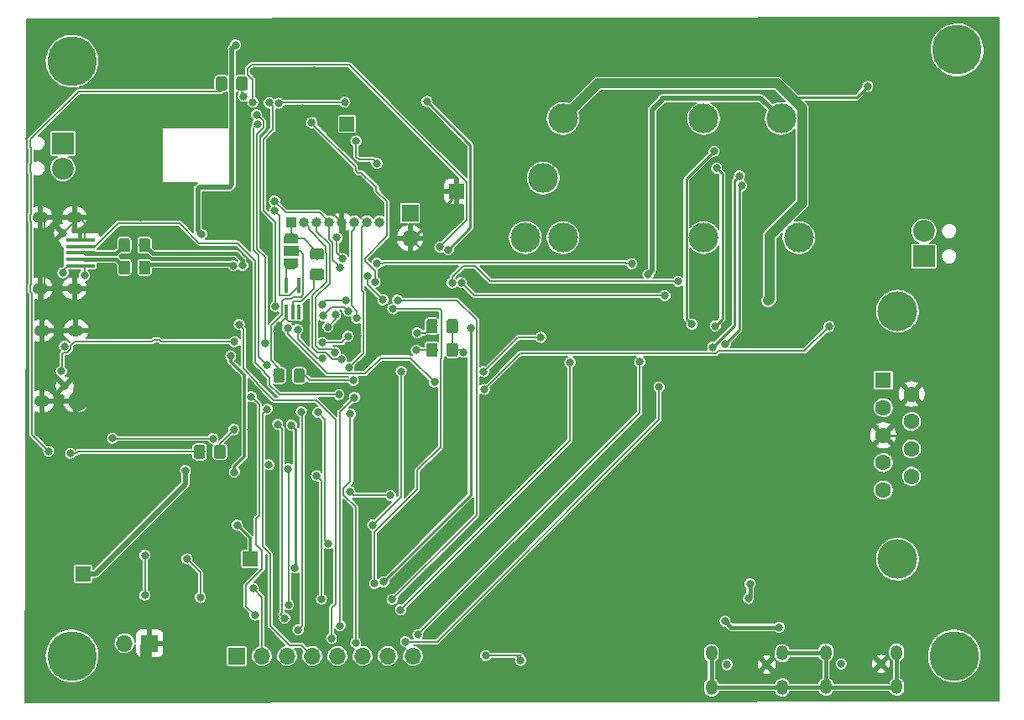
<source format=gbl>
G04 #@! TF.GenerationSoftware,KiCad,Pcbnew,(5.99.0-97-g37fac7a8f)*
G04 #@! TF.CreationDate,2019-11-17T20:53:56+01:00*
G04 #@! TF.ProjectId,canbox,63616e62-6f78-42e6-9b69-6361645f7063,rev?*
G04 #@! TF.SameCoordinates,Original*
G04 #@! TF.FileFunction,Copper,L2,Bot*
G04 #@! TF.FilePolarity,Positive*
%FSLAX46Y46*%
G04 Gerber Fmt 4.6, Leading zero omitted, Abs format (unit mm)*
G04 Created by KiCad (PCBNEW (5.99.0-97-g37fac7a8f)) date 2019-11-17 20:53:56*
%MOMM*%
%LPD*%
G04 APERTURE LIST*
%ADD10C,0.100000*%
%ADD11C,1.150000*%
%ADD12O,1.200000X1.524000*%
%ADD13C,0.800000*%
%ADD14R,0.400000X1.500000*%
%ADD15R,1.500000X1.000000*%
%ADD16C,0.500000*%
%ADD17R,1.000000X1.000000*%
%ADD18O,1.000000X1.000000*%
%ADD19O,1.700000X1.700000*%
%ADD20R,1.700000X1.700000*%
%ADD21C,3.000000*%
%ADD22O,1.524000X1.200000*%
%ADD23R,3.000000X0.400000*%
%ADD24R,1.500000X1.500000*%
%ADD25C,5.000000*%
%ADD26C,4.000000*%
%ADD27C,1.600000*%
%ADD28R,1.600000X1.600000*%
%ADD29C,2.200000*%
%ADD30R,2.200000X2.200000*%
%ADD31C,0.200000*%
%ADD32C,0.300000*%
%ADD33C,0.500000*%
%ADD34C,0.381000*%
%ADD35C,0.254000*%
%ADD36C,0.240000*%
%ADD37C,2.000000*%
%ADD38C,1.000000*%
%ADD39C,0.177800*%
G04 APERTURE END LIST*
D10*
G36*
X40620711Y-63589070D02*
G01*
X40701817Y-63643263D01*
X40756010Y-63724369D01*
X40775040Y-63820039D01*
X40775040Y-64720041D01*
X40756010Y-64815711D01*
X40701817Y-64896817D01*
X40620711Y-64951010D01*
X40525041Y-64970040D01*
X39875039Y-64970040D01*
X39779369Y-64951010D01*
X39698263Y-64896817D01*
X39644070Y-64815711D01*
X39625040Y-64720041D01*
X39625040Y-63820039D01*
X39644070Y-63724369D01*
X39698263Y-63643263D01*
X39779369Y-63589070D01*
X39875039Y-63570040D01*
X40525041Y-63570040D01*
X40620711Y-63589070D01*
X40620711Y-63589070D01*
G37*
D11*
X40200040Y-64270040D03*
D10*
G36*
X38570711Y-63589070D02*
G01*
X38651817Y-63643263D01*
X38706010Y-63724369D01*
X38725040Y-63820039D01*
X38725040Y-64720041D01*
X38706010Y-64815711D01*
X38651817Y-64896817D01*
X38570711Y-64951010D01*
X38475041Y-64970040D01*
X37825039Y-64970040D01*
X37729369Y-64951010D01*
X37648263Y-64896817D01*
X37594070Y-64815711D01*
X37575040Y-64720041D01*
X37575040Y-63820039D01*
X37594070Y-63724369D01*
X37648263Y-63643263D01*
X37729369Y-63589070D01*
X37825039Y-63570040D01*
X38475041Y-63570040D01*
X38570711Y-63589070D01*
X38570711Y-63589070D01*
G37*
D11*
X38150040Y-64270040D03*
D10*
G36*
X40790711Y-26419070D02*
G01*
X40871817Y-26473263D01*
X40926010Y-26554369D01*
X40945040Y-26650039D01*
X40945040Y-27550041D01*
X40926010Y-27645711D01*
X40871817Y-27726817D01*
X40790711Y-27781010D01*
X40695041Y-27800040D01*
X40045039Y-27800040D01*
X39949369Y-27781010D01*
X39868263Y-27726817D01*
X39814070Y-27645711D01*
X39795040Y-27550041D01*
X39795040Y-26650039D01*
X39814070Y-26554369D01*
X39868263Y-26473263D01*
X39949369Y-26419070D01*
X40045039Y-26400040D01*
X40695041Y-26400040D01*
X40790711Y-26419070D01*
X40790711Y-26419070D01*
G37*
D11*
X40370040Y-27100040D03*
D10*
G36*
X42840711Y-26419070D02*
G01*
X42921817Y-26473263D01*
X42976010Y-26554369D01*
X42995040Y-26650039D01*
X42995040Y-27550041D01*
X42976010Y-27645711D01*
X42921817Y-27726817D01*
X42840711Y-27781010D01*
X42745041Y-27800040D01*
X42095039Y-27800040D01*
X41999369Y-27781010D01*
X41918263Y-27726817D01*
X41864070Y-27645711D01*
X41845040Y-27550041D01*
X41845040Y-26650039D01*
X41864070Y-26554369D01*
X41918263Y-26473263D01*
X41999369Y-26419070D01*
X42095039Y-26400040D01*
X42745041Y-26400040D01*
X42840711Y-26419070D01*
X42840711Y-26419070D01*
G37*
D11*
X42420040Y-27100040D03*
D12*
X89790040Y-88045040D03*
X89790040Y-84595040D03*
D13*
X91365040Y-85745040D03*
X95365040Y-85745040D03*
D12*
X96940040Y-88045040D03*
X96940040Y-84595040D03*
X101330040Y-87965040D03*
X101330040Y-84515040D03*
D13*
X102905040Y-85665040D03*
X106905040Y-85665040D03*
D12*
X108480040Y-87965040D03*
X108480040Y-84515040D03*
D14*
X48195040Y-47505040D03*
X46895040Y-47505040D03*
X46895040Y-50165040D03*
X47545040Y-50165040D03*
X48195040Y-50165040D03*
D10*
G36*
X50540711Y-45799070D02*
G01*
X50621817Y-45853263D01*
X50676010Y-45934369D01*
X50695040Y-46030039D01*
X50695040Y-46680041D01*
X50676010Y-46775711D01*
X50621817Y-46856817D01*
X50540711Y-46911010D01*
X50445041Y-46930040D01*
X49545039Y-46930040D01*
X49449369Y-46911010D01*
X49368263Y-46856817D01*
X49314070Y-46775711D01*
X49295040Y-46680041D01*
X49295040Y-46030039D01*
X49314070Y-45934369D01*
X49368263Y-45853263D01*
X49449369Y-45799070D01*
X49545039Y-45780040D01*
X50445041Y-45780040D01*
X50540711Y-45799070D01*
X50540711Y-45799070D01*
G37*
D11*
X49995040Y-46355040D03*
D10*
G36*
X50540711Y-43749070D02*
G01*
X50621817Y-43803263D01*
X50676010Y-43884369D01*
X50695040Y-43980039D01*
X50695040Y-44630041D01*
X50676010Y-44725711D01*
X50621817Y-44806817D01*
X50540711Y-44861010D01*
X50445041Y-44880040D01*
X49545039Y-44880040D01*
X49449369Y-44861010D01*
X49368263Y-44806817D01*
X49314070Y-44725711D01*
X49295040Y-44630041D01*
X49295040Y-43980039D01*
X49314070Y-43884369D01*
X49368263Y-43803263D01*
X49449369Y-43749070D01*
X49545039Y-43730040D01*
X50445041Y-43730040D01*
X50540711Y-43749070D01*
X50540711Y-43749070D01*
G37*
D11*
X49995040Y-44305040D03*
D10*
G36*
X48635711Y-55884070D02*
G01*
X48716817Y-55938263D01*
X48771010Y-56019369D01*
X48790040Y-56115039D01*
X48790040Y-57015041D01*
X48771010Y-57110711D01*
X48716817Y-57191817D01*
X48635711Y-57246010D01*
X48540041Y-57265040D01*
X47890039Y-57265040D01*
X47794369Y-57246010D01*
X47713263Y-57191817D01*
X47659070Y-57110711D01*
X47640040Y-57015041D01*
X47640040Y-56115039D01*
X47659070Y-56019369D01*
X47713263Y-55938263D01*
X47794369Y-55884070D01*
X47890039Y-55865040D01*
X48540041Y-55865040D01*
X48635711Y-55884070D01*
X48635711Y-55884070D01*
G37*
D11*
X48215040Y-56565040D03*
D10*
G36*
X46585711Y-55884070D02*
G01*
X46666817Y-55938263D01*
X46721010Y-56019369D01*
X46740040Y-56115039D01*
X46740040Y-57015041D01*
X46721010Y-57110711D01*
X46666817Y-57191817D01*
X46585711Y-57246010D01*
X46490041Y-57265040D01*
X45840039Y-57265040D01*
X45744369Y-57246010D01*
X45663263Y-57191817D01*
X45609070Y-57110711D01*
X45590040Y-57015041D01*
X45590040Y-56115039D01*
X45609070Y-56019369D01*
X45663263Y-55938263D01*
X45744369Y-55884070D01*
X45840039Y-55865040D01*
X46490041Y-55865040D01*
X46585711Y-55884070D01*
X46585711Y-55884070D01*
G37*
D11*
X46165040Y-56565040D03*
D15*
X47375040Y-44025040D03*
D16*
X47375040Y-45325040D03*
D10*
G36*
X48108875Y-45470198D02*
G01*
X48048687Y-45600160D01*
X47954442Y-45708005D01*
X47833716Y-45785064D01*
X47696215Y-45825142D01*
X47625040Y-45824210D01*
X47625040Y-45825040D01*
X47196565Y-45825040D01*
X47196215Y-45825142D01*
X47188425Y-45825040D01*
X47125040Y-45825040D01*
X47125040Y-45824210D01*
X47040798Y-45823107D01*
X46904394Y-45779444D01*
X46785726Y-45699251D01*
X46694336Y-45588975D01*
X46637571Y-45457483D01*
X46619992Y-45315343D01*
X46625040Y-45284347D01*
X46625040Y-44775040D01*
X48125040Y-44775040D01*
X48125040Y-45290880D01*
X48130169Y-45328567D01*
X48108875Y-45470198D01*
X48108875Y-45470198D01*
G37*
D16*
X47375040Y-42725040D03*
D10*
G36*
X48125040Y-42762681D02*
G01*
X48125040Y-43275040D01*
X46625040Y-43275040D01*
X46625040Y-42756160D01*
X46619992Y-42715343D01*
X46643014Y-42573982D01*
X46704786Y-42444765D01*
X46800342Y-42338080D01*
X46922000Y-42262501D01*
X47059980Y-42224106D01*
X47131318Y-42225040D01*
X47556623Y-42225040D01*
X47559980Y-42224106D01*
X47703191Y-42225981D01*
X47840119Y-42267975D01*
X47959757Y-42346712D01*
X48052487Y-42455862D01*
X48110855Y-42586652D01*
X48130169Y-42728567D01*
X48125040Y-42762681D01*
X48125040Y-42762681D01*
G37*
D17*
X47425040Y-41085040D03*
D18*
X48695040Y-41085040D03*
X49965040Y-41085040D03*
X51235040Y-41085040D03*
X52505040Y-41085040D03*
X53775040Y-41085040D03*
X55045040Y-41085040D03*
X56315040Y-41085040D03*
D19*
X59395040Y-42715040D03*
D20*
X59395040Y-40175040D03*
D19*
X30586859Y-83586331D03*
D20*
X33126859Y-83586331D03*
D21*
X74816618Y-42654439D03*
X72816618Y-36654439D03*
X89016618Y-30654439D03*
X89016618Y-42654439D03*
X98616618Y-42654439D03*
X96816618Y-30654439D03*
X74816618Y-30654439D03*
X71016618Y-42654439D03*
D10*
G36*
X33047530Y-42735361D02*
G01*
X33128636Y-42789554D01*
X33182829Y-42870660D01*
X33201859Y-42966330D01*
X33201859Y-43866332D01*
X33182829Y-43962002D01*
X33128636Y-44043108D01*
X33047530Y-44097301D01*
X32951860Y-44116331D01*
X32301858Y-44116331D01*
X32206188Y-44097301D01*
X32125082Y-44043108D01*
X32070889Y-43962002D01*
X32051859Y-43866332D01*
X32051859Y-42966330D01*
X32070889Y-42870660D01*
X32125082Y-42789554D01*
X32206188Y-42735361D01*
X32301858Y-42716331D01*
X32951860Y-42716331D01*
X33047530Y-42735361D01*
X33047530Y-42735361D01*
G37*
D11*
X32626859Y-43416331D03*
D10*
G36*
X30997530Y-42735361D02*
G01*
X31078636Y-42789554D01*
X31132829Y-42870660D01*
X31151859Y-42966330D01*
X31151859Y-43866332D01*
X31132829Y-43962002D01*
X31078636Y-44043108D01*
X30997530Y-44097301D01*
X30901860Y-44116331D01*
X30251858Y-44116331D01*
X30156188Y-44097301D01*
X30075082Y-44043108D01*
X30020889Y-43962002D01*
X30001859Y-43866332D01*
X30001859Y-42966330D01*
X30020889Y-42870660D01*
X30075082Y-42789554D01*
X30156188Y-42735361D01*
X30251858Y-42716331D01*
X30901860Y-42716331D01*
X30997530Y-42735361D01*
X30997530Y-42735361D01*
G37*
D11*
X30576859Y-43416331D03*
D10*
G36*
X33047530Y-44995361D02*
G01*
X33128636Y-45049554D01*
X33182829Y-45130660D01*
X33201859Y-45226330D01*
X33201859Y-46126332D01*
X33182829Y-46222002D01*
X33128636Y-46303108D01*
X33047530Y-46357301D01*
X32951860Y-46376331D01*
X32301858Y-46376331D01*
X32206188Y-46357301D01*
X32125082Y-46303108D01*
X32070889Y-46222002D01*
X32051859Y-46126332D01*
X32051859Y-45226330D01*
X32070889Y-45130660D01*
X32125082Y-45049554D01*
X32206188Y-44995361D01*
X32301858Y-44976331D01*
X32951860Y-44976331D01*
X33047530Y-44995361D01*
X33047530Y-44995361D01*
G37*
D11*
X32626859Y-45676331D03*
D10*
G36*
X30997530Y-44995361D02*
G01*
X31078636Y-45049554D01*
X31132829Y-45130660D01*
X31151859Y-45226330D01*
X31151859Y-46126332D01*
X31132829Y-46222002D01*
X31078636Y-46303108D01*
X30997530Y-46357301D01*
X30901860Y-46376331D01*
X30251858Y-46376331D01*
X30156188Y-46357301D01*
X30075082Y-46303108D01*
X30020889Y-46222002D01*
X30001859Y-46126332D01*
X30001859Y-45226330D01*
X30020889Y-45130660D01*
X30075082Y-45049554D01*
X30156188Y-44995361D01*
X30251858Y-44976331D01*
X30901860Y-44976331D01*
X30997530Y-44995361D01*
X30997530Y-44995361D01*
G37*
D11*
X30576859Y-45676331D03*
D22*
X22085040Y-47775040D03*
X25535040Y-47775040D03*
D13*
X24385040Y-46200040D03*
X24385040Y-42200040D03*
D23*
X26115040Y-42900040D03*
X26115040Y-43550040D03*
X26115040Y-44200040D03*
X26115040Y-44850040D03*
X26115040Y-45500040D03*
D22*
X22085040Y-40625040D03*
X25535040Y-40625040D03*
D24*
X64111578Y-37979799D03*
X53037178Y-31187839D03*
D13*
X115618243Y-83539331D03*
X114292418Y-82990156D03*
X112966593Y-83539331D03*
X112417418Y-84865156D03*
X112966593Y-86190981D03*
X114292418Y-86740156D03*
X115618243Y-86190981D03*
X116167418Y-84865156D03*
D25*
X114292418Y-84865156D03*
D10*
G36*
X62021329Y-53293489D02*
G01*
X62102435Y-53347682D01*
X62156628Y-53428788D01*
X62175658Y-53524458D01*
X62175658Y-54424460D01*
X62156628Y-54520130D01*
X62102435Y-54601236D01*
X62021329Y-54655429D01*
X61925659Y-54674459D01*
X61275657Y-54674459D01*
X61179987Y-54655429D01*
X61098881Y-54601236D01*
X61044688Y-54520130D01*
X61025658Y-54424460D01*
X61025658Y-53524458D01*
X61044688Y-53428788D01*
X61098881Y-53347682D01*
X61179987Y-53293489D01*
X61275657Y-53274459D01*
X61925659Y-53274459D01*
X62021329Y-53293489D01*
X62021329Y-53293489D01*
G37*
D11*
X61600658Y-53974459D03*
D10*
G36*
X64071329Y-53293489D02*
G01*
X64152435Y-53347682D01*
X64206628Y-53428788D01*
X64225658Y-53524458D01*
X64225658Y-54424460D01*
X64206628Y-54520130D01*
X64152435Y-54601236D01*
X64071329Y-54655429D01*
X63975659Y-54674459D01*
X63325657Y-54674459D01*
X63229987Y-54655429D01*
X63148881Y-54601236D01*
X63094688Y-54520130D01*
X63075658Y-54424460D01*
X63075658Y-53524458D01*
X63094688Y-53428788D01*
X63148881Y-53347682D01*
X63229987Y-53293489D01*
X63325657Y-53274459D01*
X63975659Y-53274459D01*
X64071329Y-53293489D01*
X64071329Y-53293489D01*
G37*
D11*
X63650658Y-53974459D03*
D10*
G36*
X62021329Y-50893489D02*
G01*
X62102435Y-50947682D01*
X62156628Y-51028788D01*
X62175658Y-51124458D01*
X62175658Y-52024460D01*
X62156628Y-52120130D01*
X62102435Y-52201236D01*
X62021329Y-52255429D01*
X61925659Y-52274459D01*
X61275657Y-52274459D01*
X61179987Y-52255429D01*
X61098881Y-52201236D01*
X61044688Y-52120130D01*
X61025658Y-52024460D01*
X61025658Y-51124458D01*
X61044688Y-51028788D01*
X61098881Y-50947682D01*
X61179987Y-50893489D01*
X61275657Y-50874459D01*
X61925659Y-50874459D01*
X62021329Y-50893489D01*
X62021329Y-50893489D01*
G37*
D11*
X61600658Y-51574459D03*
D10*
G36*
X64071329Y-50893489D02*
G01*
X64152435Y-50947682D01*
X64206628Y-51028788D01*
X64225658Y-51124458D01*
X64225658Y-52024460D01*
X64206628Y-52120130D01*
X64152435Y-52201236D01*
X64071329Y-52255429D01*
X63975659Y-52274459D01*
X63325657Y-52274459D01*
X63229987Y-52255429D01*
X63148881Y-52201236D01*
X63094688Y-52120130D01*
X63075658Y-52024460D01*
X63075658Y-51124458D01*
X63094688Y-51028788D01*
X63148881Y-50947682D01*
X63229987Y-50893489D01*
X63325657Y-50874459D01*
X63975659Y-50874459D01*
X64071329Y-50893489D01*
X64071329Y-50893489D01*
G37*
D11*
X63650658Y-51574459D03*
D26*
X108559178Y-50090119D03*
X108559178Y-75090119D03*
D27*
X109979178Y-66745119D03*
X109979178Y-63975119D03*
X109979178Y-61205119D03*
X109979178Y-58435119D03*
X107139178Y-68130119D03*
X107139178Y-65360119D03*
X107139178Y-62590119D03*
X107139178Y-59820119D03*
D28*
X107139178Y-57050119D03*
D29*
X24365658Y-35691259D03*
D30*
X24365658Y-33151259D03*
D29*
X111226859Y-42006331D03*
D30*
X111226859Y-44546331D03*
D13*
X26618243Y-83539331D03*
X25292418Y-82990156D03*
X23966593Y-83539331D03*
X23417418Y-84865156D03*
X23966593Y-86190981D03*
X25292418Y-86740156D03*
X26618243Y-86190981D03*
X27167418Y-84865156D03*
D25*
X25292418Y-84865156D03*
D13*
X115912684Y-22390506D03*
X114586859Y-21841331D03*
X113261034Y-22390506D03*
X112711859Y-23716331D03*
X113261034Y-25042156D03*
X114586859Y-25591331D03*
X115912684Y-25042156D03*
X116461859Y-23716331D03*
D25*
X114586859Y-23716331D03*
D13*
X26618243Y-23539331D03*
X25292418Y-22990156D03*
X23966593Y-23539331D03*
X23417418Y-24865156D03*
X23966593Y-26190981D03*
X25292418Y-26740156D03*
X26618243Y-26190981D03*
X27167418Y-24865156D03*
D25*
X25292418Y-24865156D03*
D19*
X59681818Y-84858039D03*
X57141818Y-84858039D03*
X54601818Y-84858039D03*
X52061818Y-84858039D03*
X49521818Y-84858039D03*
X46981818Y-84858039D03*
X44441818Y-84858039D03*
D20*
X41901818Y-84858039D03*
D24*
X26392578Y-76592879D03*
X43273418Y-75089199D03*
D22*
X22236859Y-52036331D03*
X25686859Y-52036331D03*
D13*
X24536859Y-53611331D03*
X24536859Y-57611331D03*
D22*
X22236859Y-59186331D03*
X25686859Y-59186331D03*
D13*
X43914187Y-30262490D03*
X44005040Y-31185040D03*
X43535040Y-28995040D03*
X62377381Y-43616477D03*
X44570754Y-57077482D03*
X44979935Y-55551509D03*
X56045040Y-35175040D03*
X46002040Y-52085040D03*
X44748030Y-53321030D03*
X45841029Y-49594846D03*
X47032855Y-51755303D03*
X47015040Y-55015040D03*
X48419050Y-60223809D03*
X48047127Y-51923990D03*
X52798396Y-43668396D03*
X52017896Y-42675457D03*
X22955040Y-63305040D03*
X25445250Y-63534830D03*
X41625040Y-62025040D03*
X43372050Y-58690959D03*
X43372050Y-62018359D03*
X25125040Y-64435040D03*
X22925040Y-64235040D03*
X42575040Y-28385040D03*
X56895040Y-37895040D03*
X48505040Y-29645040D03*
X43635040Y-25895040D03*
X49805040Y-25835040D03*
X46969052Y-39256312D03*
X45695040Y-37095040D03*
X44692040Y-42735040D03*
X49135040Y-32885040D03*
X69805040Y-78005040D03*
X93530841Y-79038751D03*
X96635040Y-81975040D03*
X91165040Y-81355040D03*
X93685040Y-77577540D03*
X95305040Y-80705040D03*
X42165040Y-51435040D03*
X53295040Y-68295040D03*
X57415040Y-68675040D03*
X72575040Y-52725040D03*
X58495040Y-56165040D03*
X48918040Y-51275040D03*
X50499061Y-49385040D03*
X53665040Y-57075040D03*
X45738038Y-39952042D03*
X53245040Y-55738030D03*
X52205040Y-58505040D03*
X41565040Y-45495040D03*
X42505040Y-45465040D03*
X86445040Y-47065040D03*
X85102311Y-48504260D03*
X81755040Y-45285040D03*
X92615040Y-36435040D03*
X90315040Y-35645040D03*
X90185040Y-51585040D03*
X87835040Y-51405040D03*
X32195040Y-40578030D03*
X34190592Y-39963154D03*
X53135304Y-50058096D03*
X50635040Y-50535040D03*
X51889052Y-50457395D03*
X51105040Y-51675040D03*
X52359052Y-51609369D03*
X54065300Y-52578379D03*
X53138978Y-52614134D03*
X50555040Y-53255040D03*
X51835705Y-54251529D03*
X52455634Y-54940760D03*
X45715040Y-38975040D03*
X47102050Y-65975679D03*
X46745040Y-81055040D03*
X55615040Y-71665040D03*
X84515040Y-57735040D03*
X44982459Y-59972906D03*
X61715040Y-44265040D03*
X55122050Y-46575040D03*
X55861788Y-47133734D03*
X56055040Y-45255040D03*
X54025115Y-50795637D03*
X56675040Y-48945040D03*
X52875040Y-48995040D03*
X66815040Y-56185040D03*
X61848818Y-57225040D03*
X50558365Y-54848294D03*
X49475040Y-31055040D03*
X52605040Y-44785040D03*
X52345040Y-45675040D03*
X60135040Y-52255040D03*
X60035040Y-54025040D03*
X45179563Y-29046259D03*
X53935040Y-32917459D03*
X70545040Y-85308040D03*
X41137684Y-52339609D03*
X33683072Y-24587993D03*
X39859658Y-77979719D03*
X38154570Y-50007315D03*
X39082418Y-67713039D03*
X36400178Y-56724999D03*
X43395338Y-60524839D03*
X33662058Y-60235279D03*
X60291418Y-46117959D03*
X38879218Y-39173599D03*
X39956178Y-25762399D03*
X39661538Y-70451159D03*
X41113938Y-67819037D03*
X38152778Y-60611199D03*
X30278778Y-49806039D03*
X36400178Y-50608679D03*
X39347163Y-74039049D03*
X33816859Y-53626331D03*
X43386859Y-67226331D03*
X43176859Y-65536331D03*
X41052091Y-55885171D03*
X105556859Y-27406331D03*
X52798418Y-28972959D03*
X53905858Y-83542319D03*
X53377538Y-60458799D03*
X51457298Y-83095279D03*
X48094338Y-82246919D03*
X50095858Y-60291159D03*
X39504058Y-62927679D03*
X29394858Y-62897199D03*
X36730378Y-66153479D03*
X57609178Y-79153199D03*
X57654898Y-49839449D03*
X58121662Y-48955054D03*
X57207858Y-51482439D03*
X60174578Y-82704119D03*
X58436627Y-80222485D03*
X51120988Y-73514399D03*
X49958698Y-66691959D03*
X58945218Y-83430559D03*
X50451458Y-79143039D03*
X52351378Y-81815119D03*
X47118978Y-79711999D03*
X83395258Y-46382119D03*
X101652778Y-51624679D03*
X82570703Y-55205049D03*
X75531418Y-55267039D03*
X63456258Y-59600279D03*
X69973898Y-59198959D03*
X66889048Y-57965928D03*
X67220538Y-58909399D03*
X56846287Y-59518575D03*
X56815660Y-61058239D03*
X54505298Y-63130879D03*
X83618778Y-64309439D03*
X84934498Y-66001079D03*
X46105233Y-29095909D03*
X53799117Y-58774924D03*
X57573618Y-71533199D03*
X59397338Y-73290879D03*
X65655898Y-81947199D03*
X78487978Y-81454439D03*
X70248218Y-78817919D03*
X67022418Y-84822479D03*
X36872618Y-75068879D03*
X38239138Y-78955079D03*
X32640978Y-74698039D03*
X32640978Y-78721399D03*
X41683378Y-66316039D03*
X43562978Y-78060999D03*
X43741808Y-80743239D03*
X41692198Y-53172439D03*
X57111338Y-65127319D03*
X41786957Y-23229458D03*
X41962778Y-71675439D03*
X46046923Y-61485134D03*
X45121228Y-65551239D03*
X95505978Y-49013559D03*
X24091338Y-62180919D03*
X89933218Y-53727799D03*
X91185680Y-53400247D03*
X47428858Y-61586559D03*
X47759058Y-75978199D03*
X64752968Y-54208852D03*
X63632310Y-47225350D03*
X64558037Y-47176566D03*
X65493338Y-51756759D03*
X63268298Y-43872599D03*
X61083898Y-28927239D03*
X24206859Y-56146331D03*
X38380774Y-42347061D03*
X92835999Y-37405952D03*
X90060822Y-33951963D03*
X55822198Y-77548503D03*
X56737067Y-77398951D03*
X41296859Y-54596331D03*
X26556859Y-46466331D03*
D31*
X44632042Y-30884078D02*
X44010454Y-30262490D01*
X44292041Y-42335041D02*
X44692040Y-42735040D01*
X43605041Y-43935593D02*
X43605041Y-31585039D01*
X44748030Y-44616120D02*
X43937213Y-43805303D01*
X44979935Y-55551509D02*
X44121028Y-54692602D01*
X44121028Y-44451580D02*
X43605041Y-43935593D01*
X44121028Y-54692602D02*
X44121028Y-44451580D01*
X44959053Y-31869840D02*
X44268029Y-32560864D01*
X44268029Y-42311029D02*
X44292041Y-42335041D01*
X44268029Y-32560864D02*
X44268029Y-42311029D01*
X44552041Y-26812041D02*
X44552041Y-30341614D01*
X43635040Y-25895040D02*
X44552041Y-26812041D01*
X43605041Y-31585039D02*
X44005040Y-31185040D01*
X44959053Y-30748626D02*
X44959053Y-31869840D01*
X44552041Y-30341614D02*
X44959053Y-30748626D01*
X44632042Y-31536002D02*
X44632042Y-30884078D01*
X43937213Y-43805303D02*
X43937213Y-32230831D01*
X44010454Y-30262490D02*
X43914187Y-30262490D01*
X45579562Y-29446258D02*
X45579562Y-31711793D01*
X44595040Y-39895040D02*
X45841029Y-41141029D01*
X45841029Y-41141029D02*
X45841029Y-49029161D01*
X44595040Y-32696315D02*
X44595040Y-39895040D01*
X45579562Y-31711793D02*
X44595040Y-32696315D01*
X44748030Y-53321030D02*
X44748030Y-44616120D01*
X45179563Y-29046259D02*
X45579562Y-29446258D01*
X45841029Y-49029161D02*
X45841029Y-49594846D01*
X43937213Y-32230831D02*
X44632042Y-31536002D01*
X43008039Y-26196001D02*
X43535040Y-26723002D01*
X53248420Y-25208039D02*
X43394079Y-25208039D01*
X43008039Y-25594079D02*
X43008039Y-26196001D01*
X43394079Y-25208039D02*
X43008039Y-25594079D01*
X60330839Y-32290458D02*
X53248420Y-25208039D01*
X43535040Y-26723002D02*
X43535040Y-28995040D01*
X65088579Y-40905279D02*
X65088579Y-37048198D01*
X62377381Y-43616477D02*
X65088579Y-40905279D01*
X65088579Y-37048198D02*
X60330839Y-32290458D01*
X20769019Y-40147030D02*
X20815040Y-40101009D01*
X20815040Y-47251009D02*
X20815040Y-41149071D01*
X20809452Y-32555040D02*
X25816463Y-27548029D01*
X20815040Y-48299071D02*
X20769019Y-48253050D01*
X20769019Y-41103050D02*
X20769019Y-40147030D01*
X20721646Y-32642846D02*
X20695040Y-32616240D01*
X20815040Y-63053002D02*
X20815040Y-48299071D01*
X23226001Y-64862041D02*
X22624079Y-64862041D01*
X24563842Y-63524200D02*
X23226001Y-64862041D01*
X42252041Y-63998039D02*
X41053030Y-65197050D01*
X39203097Y-63554680D02*
X38903106Y-63254689D01*
X20769019Y-47297030D02*
X20815040Y-47251009D01*
X38903106Y-63254689D02*
X29965330Y-63254689D01*
X20815040Y-33753066D02*
X20721646Y-33659672D01*
X20769019Y-48253050D02*
X20769019Y-47297030D01*
X22624079Y-64862041D02*
X20815040Y-63053002D01*
X38152778Y-60611199D02*
X41139161Y-60611199D01*
X20815040Y-40101009D02*
X20815040Y-36293066D01*
X39477050Y-65197050D02*
X39203097Y-64923097D01*
X29965330Y-63254689D02*
X29695819Y-63524200D01*
X42252041Y-61724079D02*
X42252041Y-63998039D01*
X41139161Y-60611199D02*
X42252041Y-61724079D01*
X28431137Y-25762399D02*
X39390493Y-25762399D01*
X20815040Y-41149071D02*
X20769019Y-41103050D01*
X39203097Y-64923097D02*
X39203097Y-63554680D01*
X41053030Y-65197050D02*
X39477050Y-65197050D01*
X20815040Y-35089452D02*
X20815040Y-33753066D01*
X29695819Y-63524200D02*
X24563842Y-63524200D01*
X20815040Y-36293066D02*
X20721646Y-36199672D01*
X20721646Y-36199672D02*
X20721646Y-35182846D01*
X20721646Y-35182846D02*
X20815040Y-35089452D01*
X39390493Y-25762399D02*
X39956178Y-25762399D01*
X20721646Y-33659672D02*
X20721646Y-32642846D01*
X20695040Y-32616240D02*
X20695040Y-32555040D01*
X20695040Y-32555040D02*
X20809452Y-32555040D01*
X25816463Y-27548029D02*
X26645507Y-27548029D01*
X26645507Y-27548029D02*
X28431137Y-25762399D01*
X45205040Y-57515040D02*
X46195040Y-58505040D01*
X44696610Y-56177690D02*
X44696610Y-56316610D01*
X38105040Y-43195040D02*
X41975040Y-43195040D01*
X41975040Y-43195040D02*
X43794017Y-45014017D01*
X45205040Y-56825040D02*
X45205040Y-57515040D01*
X44696610Y-56316610D02*
X45205040Y-56825040D01*
X46195040Y-58505040D02*
X51639355Y-58505040D01*
X43794017Y-55275097D02*
X44696610Y-56177690D01*
X43794017Y-45014017D02*
X43794017Y-55275097D01*
X36115040Y-41205040D02*
X38105040Y-43195040D01*
X29955040Y-41205040D02*
X36115040Y-41205040D01*
X27583509Y-43576571D02*
X29955040Y-41205040D01*
X51639355Y-58505040D02*
X52205040Y-58505040D01*
X48632041Y-48426641D02*
X48409630Y-48649052D01*
X48632041Y-44332041D02*
X48632041Y-48426641D01*
X47572093Y-48649052D02*
X47412093Y-48809052D01*
X46165040Y-55813530D02*
X46165040Y-55865040D01*
X42565039Y-51835039D02*
X42165040Y-51435040D01*
X48325040Y-44025040D02*
X48632041Y-44332041D01*
X51457298Y-80006955D02*
X51857297Y-79606956D01*
X48409630Y-48649052D02*
X47572093Y-48649052D01*
X47412093Y-48809052D02*
X46742426Y-48809052D01*
X45375040Y-55023530D02*
X46165040Y-55813530D01*
X43953753Y-57368443D02*
X43953753Y-57273891D01*
X49925169Y-59084466D02*
X45669776Y-59084466D01*
X51857297Y-61016594D02*
X49925169Y-59084466D01*
X45375040Y-51535040D02*
X45375040Y-55023530D01*
X46468039Y-49083439D02*
X46468039Y-50442041D01*
X44675040Y-56815040D02*
X44675040Y-56973196D01*
X42565039Y-55885177D02*
X42565039Y-51835039D01*
X45669776Y-59084466D02*
X43953753Y-57368443D01*
X47375040Y-44025040D02*
X48325040Y-44025040D01*
X51457298Y-83095279D02*
X51457298Y-80006955D01*
X46742426Y-48809052D02*
X46468039Y-49083439D01*
X43953753Y-57273891D02*
X42565039Y-55885177D01*
X46468039Y-50442041D02*
X45375040Y-51535040D01*
X44675040Y-56973196D02*
X44570754Y-57077482D01*
X51857297Y-79606956D02*
X51857297Y-61016594D01*
X55675040Y-34805040D02*
X56045040Y-35175040D01*
X55195040Y-34805040D02*
X55675040Y-34805040D01*
X47015040Y-53098040D02*
X46002040Y-52085040D01*
X47015040Y-55015040D02*
X47015040Y-53098040D01*
X47015040Y-55015040D02*
X46405854Y-54405854D01*
X46405854Y-51204226D02*
X46895040Y-50715040D01*
X46895040Y-50715040D02*
X46895040Y-50165040D01*
X46405854Y-54405854D02*
X46405854Y-51204226D01*
X48219356Y-51142041D02*
X48352355Y-51275040D01*
X48352355Y-51275040D02*
X48918040Y-51275040D01*
X61848818Y-57225040D02*
X59419031Y-54795253D01*
X54873002Y-56365040D02*
X51029355Y-56365040D01*
X47032855Y-52320988D02*
X47032855Y-51755303D01*
X59419031Y-54795253D02*
X56442789Y-54795253D01*
X47032855Y-52368540D02*
X47032855Y-52320988D01*
X51029355Y-56365040D02*
X47032855Y-52368540D01*
X47163439Y-51142041D02*
X48219356Y-51142041D01*
X46905040Y-50883642D02*
X47163439Y-51142041D01*
X46905040Y-50005040D02*
X46905040Y-50883642D01*
X56442789Y-54795253D02*
X54873002Y-56365040D01*
X48494337Y-60299096D02*
X48419050Y-60223809D01*
X48494337Y-81846920D02*
X48494337Y-60299096D01*
X48094338Y-82246919D02*
X48494337Y-81846920D01*
X48047127Y-52489675D02*
X48047127Y-51923990D01*
X50558365Y-54848294D02*
X49992680Y-54848294D01*
X49992680Y-54848294D02*
X48047127Y-52902741D01*
X48047127Y-52902741D02*
X48047127Y-52489675D01*
X43415040Y-55555040D02*
X44675040Y-56815040D01*
X44675040Y-56815040D02*
X44745040Y-56885040D01*
D32*
X42695040Y-56560197D02*
X41296859Y-55162016D01*
X41683378Y-66316039D02*
X41683378Y-65750354D01*
X41296859Y-55162016D02*
X41296859Y-54596331D01*
X41683378Y-65750354D02*
X42695040Y-64738692D01*
X42695040Y-64738692D02*
X42695040Y-56560197D01*
D31*
X43415040Y-51757078D02*
X43415040Y-55555040D01*
X38957980Y-50245040D02*
X41903002Y-50245040D01*
X41903002Y-50245040D02*
X43415040Y-51757078D01*
X38154570Y-50007315D02*
X38720255Y-50007315D01*
X38720255Y-50007315D02*
X38957980Y-50245040D01*
X52798396Y-43668396D02*
X52798396Y-41378396D01*
X52798396Y-41378396D02*
X52505040Y-41085040D01*
X51589062Y-44919062D02*
X51945041Y-45275041D01*
X51262051Y-47270491D02*
X51262051Y-43310037D01*
X50178759Y-53882346D02*
X49872051Y-53575638D01*
X51945041Y-45275041D02*
X52345040Y-45675040D01*
X49965040Y-42013026D02*
X49965040Y-41792146D01*
X52605040Y-44785040D02*
X52017896Y-44197896D01*
X49965040Y-41792146D02*
X49965040Y-41085040D01*
X51589062Y-43174585D02*
X51589062Y-44919062D01*
X52017896Y-44197896D02*
X52017896Y-42675457D01*
X49872051Y-53575638D02*
X49872051Y-48660491D01*
X51235040Y-41085040D02*
X51235040Y-42820563D01*
X51235040Y-42820563D02*
X51589062Y-43174585D01*
X51262051Y-43310037D02*
X49965040Y-42013026D01*
X51466522Y-53882346D02*
X50178759Y-53882346D01*
X51835705Y-54251529D02*
X51466522Y-53882346D01*
X49872051Y-48660491D02*
X51262051Y-47270491D01*
X22955040Y-63305040D02*
X22236859Y-62586859D01*
X22236859Y-62586859D02*
X22236859Y-59186331D01*
X21096030Y-40282482D02*
X21096030Y-40967598D01*
X21247849Y-62557849D02*
X22525041Y-63835041D01*
X21142051Y-36157614D02*
X21142051Y-40236461D01*
X21142051Y-40236461D02*
X21096030Y-40282482D01*
X25951915Y-27875040D02*
X21048657Y-32778298D01*
X21096030Y-40967598D02*
X21142051Y-41013619D01*
X21247849Y-48269417D02*
X21247849Y-62557849D01*
X21096030Y-47432482D02*
X21096030Y-48117598D01*
X21142051Y-33617614D02*
X21142051Y-35224904D01*
X40295040Y-27875040D02*
X25951915Y-27875040D01*
X21048657Y-33524220D02*
X21142051Y-33617614D01*
X21048657Y-36064220D02*
X21142051Y-36157614D01*
X21142051Y-41013619D02*
X21142051Y-47386461D01*
X21142051Y-35224904D02*
X21048657Y-35318298D01*
X21048657Y-32778298D02*
X21048657Y-33524220D01*
X21048657Y-35318298D02*
X21048657Y-36064220D01*
X21142051Y-47386461D02*
X21096030Y-47432482D01*
X40370040Y-27100040D02*
X40370040Y-27800040D01*
X21096030Y-48117598D02*
X21247849Y-48269417D01*
X40370040Y-27800040D02*
X40295040Y-27875040D01*
X22525041Y-63835041D02*
X22925040Y-64235040D01*
X41625040Y-62025040D02*
X40200040Y-63450040D01*
X40200040Y-63450040D02*
X40200040Y-64270040D01*
X43741808Y-80743239D02*
X42862976Y-79864407D01*
X42862976Y-79864407D02*
X42862976Y-77724997D01*
X43772049Y-59090958D02*
X43372050Y-58690959D01*
X42862976Y-77724997D02*
X44486217Y-76101756D01*
X43840216Y-73615995D02*
X43840216Y-70998557D01*
X44151741Y-59470650D02*
X43772049Y-59090958D01*
X43395338Y-61995071D02*
X43372050Y-62018359D01*
X43395338Y-60524839D02*
X43395338Y-61995071D01*
X44486217Y-74261996D02*
X43840216Y-73615995D01*
X44151741Y-70687032D02*
X44151741Y-59470650D01*
X43840216Y-70998557D02*
X44151741Y-70687032D01*
X44486217Y-76101756D02*
X44486217Y-74261996D01*
X25900725Y-64225040D02*
X37985040Y-64225040D01*
X25125040Y-64435040D02*
X25690725Y-64435040D01*
X25690725Y-64435040D02*
X25900725Y-64225040D01*
X42420040Y-28230040D02*
X42575040Y-28385040D01*
X42420040Y-27100040D02*
X42420040Y-28230040D01*
X48505040Y-29645040D02*
X48505040Y-29625040D01*
X48463857Y-29461960D02*
X49988120Y-29461960D01*
X49988120Y-29461960D02*
X51081960Y-29461960D01*
X49988120Y-29461960D02*
X49391960Y-29461960D01*
X46969052Y-35051028D02*
X46969052Y-39256312D01*
X54263439Y-35782041D02*
X54708106Y-35782041D01*
X49745040Y-25895040D02*
X49805040Y-25835040D01*
X51081960Y-29461960D02*
X51475040Y-29855040D01*
X45695040Y-37095040D02*
X46969052Y-38369052D01*
X54218039Y-35291974D02*
X54218039Y-35736641D01*
X43635040Y-25895040D02*
X49745040Y-25895040D01*
X56805041Y-37878976D02*
X56805041Y-37895040D01*
X54708106Y-35782041D02*
X56805041Y-37878976D01*
X51475040Y-29855040D02*
X51475040Y-32548975D01*
X54218039Y-35736641D02*
X54263439Y-35782041D01*
X52505040Y-41085040D02*
X50676312Y-39256312D01*
X46135658Y-34119459D02*
X47985658Y-34119459D01*
X51475040Y-32548975D02*
X54218039Y-35291974D01*
X46135658Y-35969459D02*
X46969052Y-36802853D01*
X50676312Y-39256312D02*
X46969052Y-39256312D01*
X46135658Y-34119459D02*
X46135658Y-35969459D01*
X49135040Y-32885040D02*
X46969052Y-35051028D01*
D33*
X69598057Y-78005040D02*
X69805040Y-78005040D01*
X65655898Y-81947199D02*
X69598057Y-78005040D01*
D34*
X93685040Y-78884552D02*
X93530841Y-79038751D01*
X93685040Y-77577540D02*
X93685040Y-78884552D01*
X91785040Y-81975040D02*
X96635040Y-81975040D01*
X91165040Y-81355040D02*
X91785040Y-81975040D01*
X101330040Y-84515040D02*
X101330040Y-87965040D01*
X96940040Y-84595040D02*
X101250040Y-84595040D01*
X101250040Y-84595040D02*
X101330040Y-84515040D01*
X108480040Y-87965040D02*
X108480040Y-84515040D01*
X96940040Y-88045040D02*
X108400040Y-88045040D01*
X108400040Y-88045040D02*
X108480040Y-87965040D01*
X89790040Y-88045040D02*
X96940040Y-88045040D01*
X89790040Y-88045040D02*
X89790040Y-84595040D01*
X95305040Y-80705040D02*
X94905041Y-80305041D01*
X79637376Y-80305041D02*
X78887977Y-81054440D01*
X94905041Y-80305041D02*
X79637376Y-80305041D01*
X78887977Y-81054440D02*
X78487978Y-81454439D01*
X32968150Y-45335040D02*
X41405040Y-45335040D01*
X41405040Y-45335040D02*
X41565040Y-45495040D01*
D31*
X25527641Y-53172439D02*
X33342789Y-53172439D01*
X25163860Y-53536220D02*
X25527641Y-53172439D01*
X34117820Y-52999330D02*
X34290929Y-53172439D01*
X24295040Y-56058150D02*
X24295040Y-54405040D01*
X24206859Y-56146331D02*
X24295040Y-56058150D01*
X33342789Y-53172439D02*
X33515898Y-52999330D01*
X34290929Y-53172439D02*
X41692198Y-53172439D01*
X25163860Y-53912292D02*
X25163860Y-53536220D01*
X24837820Y-54238332D02*
X25163860Y-53912292D01*
X33515898Y-52999330D02*
X34117820Y-52999330D01*
X24295040Y-54405040D02*
X24461748Y-54238332D01*
X24461748Y-54238332D02*
X24837820Y-54238332D01*
X53905858Y-69833822D02*
X52668038Y-68596002D01*
X53377538Y-67284578D02*
X53377538Y-60458799D01*
X52351378Y-81815119D02*
X52351378Y-68741805D01*
X52341027Y-67858626D02*
X52351027Y-67848626D01*
X52351027Y-67848626D02*
X52351027Y-60223014D01*
X52351027Y-60223014D02*
X53799117Y-58774924D01*
X52341027Y-68731454D02*
X52341027Y-67858626D01*
X52351378Y-68741805D02*
X52341027Y-68731454D01*
X53675040Y-68675040D02*
X53295040Y-68295040D01*
X57415040Y-68675040D02*
X53675040Y-68675040D01*
X53905858Y-83542319D02*
X53905858Y-69833822D01*
X52668038Y-67994078D02*
X53377538Y-67284578D01*
X52668038Y-68596002D02*
X52668038Y-67994078D01*
X58495040Y-68785040D02*
X58495040Y-56165040D01*
X55615040Y-71665040D02*
X58495040Y-68785040D01*
X62562178Y-54870799D02*
X62475818Y-54957159D01*
X62562178Y-50044799D02*
X62562178Y-54870799D01*
X57654898Y-49839449D02*
X62356828Y-49839449D01*
X55822198Y-72355846D02*
X55822198Y-77548503D01*
X62475818Y-54957159D02*
X62475818Y-63791279D01*
X62356828Y-49839449D02*
X62562178Y-50044799D01*
X60135040Y-68043004D02*
X55822198Y-72355846D01*
X62475818Y-63791279D02*
X60135040Y-66132057D01*
X60135040Y-66132057D02*
X60135040Y-68043004D01*
X70275040Y-52725040D02*
X72575040Y-52725040D01*
X66815040Y-56185040D02*
X70275040Y-52725040D01*
X46510440Y-48485040D02*
X46513439Y-48482041D01*
X46205040Y-48485040D02*
X46510440Y-48485040D01*
X46265040Y-48425040D02*
X46205040Y-48485040D01*
X45738038Y-39952042D02*
X46265040Y-40479044D01*
X46265040Y-40479044D02*
X46265040Y-48425040D01*
X46513439Y-48482041D02*
X47276641Y-48482041D01*
X47276641Y-48482041D02*
X48205040Y-47553642D01*
X49705040Y-46415040D02*
X49705040Y-47816105D01*
X47555040Y-49128568D02*
X47555040Y-50005040D01*
X49705040Y-47816105D02*
X48466105Y-49055040D01*
X48466105Y-49055040D02*
X47628568Y-49055040D01*
X47628568Y-49055040D02*
X47555040Y-49128568D01*
X50935040Y-44179962D02*
X50922050Y-44166972D01*
X50935040Y-47122579D02*
X50935040Y-44179962D01*
X50845040Y-47212579D02*
X50935040Y-47122579D01*
X49195039Y-41585039D02*
X48695040Y-41085040D01*
X50845040Y-47225040D02*
X50845040Y-47212579D01*
X49545040Y-48525039D02*
X50845040Y-47225040D01*
X49545040Y-53711090D02*
X49545040Y-48525039D01*
X50856056Y-54221284D02*
X50055234Y-54221284D01*
X51575532Y-54940760D02*
X50856056Y-54221284D01*
X50055234Y-54221284D02*
X49545040Y-53711090D01*
X52455634Y-54940760D02*
X51575532Y-54940760D01*
X49195039Y-41835039D02*
X49195039Y-41585039D01*
X50922050Y-44166972D02*
X50922050Y-43562050D01*
X50922050Y-43562050D02*
X49195039Y-41835039D01*
X52875040Y-48995040D02*
X50889061Y-48995040D01*
X50889061Y-48995040D02*
X50499061Y-49385040D01*
X47375040Y-42725040D02*
X48640040Y-42725040D01*
X48640040Y-42725040D02*
X49705040Y-43790040D01*
X48790040Y-56565040D02*
X49300040Y-57075040D01*
X48215040Y-56565040D02*
X48790040Y-56565040D01*
X49300040Y-57075040D02*
X53665040Y-57075040D01*
X47425040Y-41085040D02*
X47425040Y-42785040D01*
X46905040Y-45705040D02*
X46905040Y-47345040D01*
X54495040Y-47951921D02*
X54692042Y-48148923D01*
X54692042Y-52277157D02*
X54692302Y-52277417D01*
X53245040Y-55738030D02*
X54692302Y-54290768D01*
X54495040Y-41635040D02*
X54495040Y-47951921D01*
X54692042Y-48148923D02*
X54692042Y-52277157D01*
X54692302Y-52277417D02*
X54692302Y-54290768D01*
X55045040Y-41085040D02*
X54495040Y-41635040D01*
X50295040Y-40145040D02*
X46885040Y-40145040D01*
X51235040Y-41085040D02*
X50295040Y-40145040D01*
X45715040Y-38975040D02*
X46885040Y-40145040D01*
X56002041Y-37962041D02*
X57042041Y-39002041D01*
X53891028Y-35524300D02*
X53891028Y-35872093D01*
X56002041Y-37538439D02*
X56002041Y-37962041D01*
X55956641Y-37493039D02*
X56002041Y-37538439D01*
X54475782Y-36109052D02*
X55859767Y-37493039D01*
X57042041Y-39002041D02*
X57042041Y-42512269D01*
X55861788Y-46042710D02*
X55861788Y-47133734D01*
X49475040Y-31108312D02*
X53891028Y-35524300D01*
X55859767Y-37493039D02*
X55956641Y-37493039D01*
X49475040Y-31055040D02*
X49475040Y-31108312D01*
X53891028Y-35872093D02*
X54127987Y-36109052D01*
X54822051Y-45002973D02*
X55861788Y-46042710D01*
X54127987Y-36109052D02*
X54475782Y-36109052D01*
X57042041Y-42512269D02*
X54822051Y-44732259D01*
X54822051Y-44732259D02*
X54822051Y-45002973D01*
D34*
X26645040Y-44275040D02*
X29505040Y-44275040D01*
X26603919Y-44818271D02*
X28853920Y-44818271D01*
X28853920Y-44818271D02*
X29676859Y-44818271D01*
X33407029Y-44237029D02*
X41842714Y-44237029D01*
X42505040Y-44899355D02*
X42505040Y-45465040D01*
X32626859Y-43456859D02*
X33407029Y-44237029D01*
X41842714Y-44237029D02*
X42505040Y-44899355D01*
D33*
X41188450Y-37553079D02*
X38198498Y-37553079D01*
X41425040Y-23591375D02*
X41425040Y-37316489D01*
X41425040Y-37316489D02*
X41188450Y-37553079D01*
X41786957Y-23229458D02*
X41425040Y-23591375D01*
X38198498Y-37553079D02*
X37980775Y-37770802D01*
X37980775Y-37770802D02*
X37980775Y-41947062D01*
X37980775Y-41947062D02*
X38380774Y-42347061D01*
D31*
X63632310Y-47225350D02*
X63632310Y-46659665D01*
X63632310Y-46659665D02*
X64775649Y-45516326D01*
X64775649Y-45516326D02*
X65956598Y-45516326D01*
X67505312Y-47065040D02*
X86445040Y-47065040D01*
X65956598Y-45516326D02*
X67505312Y-47065040D01*
X64558037Y-47176566D02*
X65885731Y-48504260D01*
X65885731Y-48504260D02*
X85102311Y-48504260D01*
X81085763Y-45181448D02*
X81189355Y-45285040D01*
X56694317Y-45181448D02*
X81085763Y-45181448D01*
X56620725Y-45255040D02*
X56694317Y-45181448D01*
X56055040Y-45255040D02*
X56620725Y-45255040D01*
X81189355Y-45285040D02*
X81755040Y-45285040D01*
D35*
X89933218Y-53727799D02*
X92143275Y-51517742D01*
X92143275Y-51517742D02*
X92143275Y-36906805D01*
X92215041Y-36835039D02*
X92615040Y-36435040D01*
X92143275Y-36906805D02*
X92215041Y-36835039D01*
X90315040Y-35645040D02*
X90900591Y-36230591D01*
X90185040Y-51585040D02*
X90900591Y-50869489D01*
X90900591Y-50869489D02*
X90900591Y-36230591D01*
X87262617Y-50832617D02*
X87835040Y-51405040D01*
X87262617Y-36750168D02*
X87262617Y-50832617D01*
X90060822Y-33951963D02*
X87262617Y-36750168D01*
D31*
X24385040Y-42200040D02*
X26007050Y-40578030D01*
X26007050Y-40578030D02*
X32195040Y-40578030D01*
X33575716Y-40578030D02*
X32195040Y-40578030D01*
X34190592Y-39963154D02*
X33575716Y-40578030D01*
X51889052Y-50891028D02*
X51889052Y-50457395D01*
X51511983Y-49658097D02*
X52735305Y-49658097D01*
X51105040Y-51675040D02*
X51889052Y-50891028D01*
X50635040Y-50535040D02*
X51511983Y-49658097D01*
X52735305Y-49658097D02*
X53135304Y-50058096D01*
X53775040Y-41792146D02*
X53515041Y-42052145D01*
X53515041Y-49543756D02*
X54025115Y-50053830D01*
X53775040Y-41085040D02*
X53775040Y-41792146D01*
X54025115Y-50053830D02*
X54025115Y-50795637D01*
X53515041Y-42052145D02*
X53515041Y-49543756D01*
X50555040Y-53255040D02*
X52498072Y-53255040D01*
X52498072Y-53255040D02*
X53138978Y-52614134D01*
X54065300Y-52578379D02*
X53096290Y-51609369D01*
X53096290Y-51609369D02*
X52359052Y-51609369D01*
X47118978Y-65992607D02*
X47102050Y-65975679D01*
X46046923Y-61485134D02*
X46475040Y-61913251D01*
X47118978Y-79711999D02*
X47118978Y-65992607D01*
X46475040Y-61913251D02*
X46475040Y-80525042D01*
X46475040Y-80525042D02*
X46345041Y-80655041D01*
X46345041Y-80655041D02*
X46745040Y-81055040D01*
X58945218Y-83430559D02*
X62110058Y-83430559D01*
X62110058Y-83430559D02*
X84515040Y-61025577D01*
X84515040Y-61025577D02*
X84515040Y-57735040D01*
X45285040Y-74598359D02*
X45285040Y-81833703D01*
X45285040Y-81833703D02*
X47232375Y-83781038D01*
X48444817Y-83781038D02*
X49521818Y-84858039D01*
X47232375Y-83781038D02*
X48444817Y-83781038D01*
X44494227Y-60461138D02*
X44494227Y-73807546D01*
X44982459Y-59972906D02*
X44494227Y-60461138D01*
X44494227Y-73807546D02*
X45285040Y-74598359D01*
X61715040Y-44265040D02*
X60945040Y-44265040D01*
X60945040Y-44265040D02*
X59395040Y-42715040D01*
X56675040Y-48945040D02*
X55122050Y-47392050D01*
X55122050Y-47392050D02*
X55122050Y-46575040D01*
X60135040Y-52255040D02*
X60920077Y-52255040D01*
X60920077Y-52255040D02*
X61600658Y-51574459D01*
X60035040Y-54025040D02*
X61550077Y-54025040D01*
X53935040Y-32917459D02*
X53935040Y-34495040D01*
X53935040Y-34495040D02*
X54245040Y-34805040D01*
X54245040Y-34805040D02*
X55195040Y-34805040D01*
D36*
X59633749Y-42786331D02*
X63553391Y-38866689D01*
X63553391Y-38866689D02*
X63553391Y-37979799D01*
D31*
X70545040Y-85308040D02*
X70059479Y-84822479D01*
X67022418Y-84822479D02*
X70542858Y-84822479D01*
X22515619Y-47801571D02*
X22515619Y-40651571D01*
X36400178Y-50608679D02*
X39406754Y-50608679D01*
X39406754Y-50608679D02*
X41137684Y-52339609D01*
X34045658Y-57079459D02*
X35186723Y-57079459D01*
X39347163Y-71538864D02*
X39661538Y-71224489D01*
X39082418Y-67713039D02*
X39661538Y-68292159D01*
X39347163Y-77467224D02*
X39347163Y-71538864D01*
X39082418Y-67713039D02*
X41007940Y-67713039D01*
X33683072Y-24587993D02*
X34857478Y-25762399D01*
X29876137Y-50208680D02*
X30278778Y-49806039D01*
X37553206Y-50608679D02*
X38154570Y-50007315D01*
D37*
X27441979Y-55504171D02*
X39700019Y-55504171D01*
X27386099Y-55448291D02*
X27441979Y-55504171D01*
X27386099Y-57732438D02*
X27386099Y-55448291D01*
X25939898Y-59178639D02*
X27386099Y-57732438D01*
D31*
X26545619Y-42926571D02*
X26545619Y-41231571D01*
X26545619Y-41231571D02*
X25965619Y-40651571D01*
X25965619Y-47801571D02*
X22515619Y-47801571D01*
X22327898Y-52028639D02*
X22327898Y-47989292D01*
X22515619Y-40651571D02*
X25965619Y-40651571D01*
X43176859Y-65536331D02*
X43176859Y-67016331D01*
X43176859Y-67016331D02*
X43386859Y-67226331D01*
X41113938Y-67819037D02*
X43176859Y-65756116D01*
X40486406Y-55885171D02*
X41052091Y-55885171D01*
X39700019Y-55504171D02*
X40081019Y-55885171D01*
X40081019Y-55885171D02*
X40486406Y-55885171D01*
X39347163Y-71538864D02*
X39347163Y-70765534D01*
X60144098Y-45970639D02*
X60291418Y-46117959D01*
X33662058Y-57463059D02*
X34045658Y-57079459D01*
X23251337Y-50208680D02*
X36000179Y-50208680D01*
X38152778Y-60045514D02*
X35186723Y-57079459D01*
X22376158Y-51083859D02*
X22376158Y-51883859D01*
X39956178Y-25762399D02*
X34857478Y-25762399D01*
X41007940Y-67713039D02*
X41113938Y-67819037D01*
X22376158Y-51883859D02*
X25826158Y-51883859D01*
X23251337Y-50208680D02*
X22376158Y-51083859D01*
X38152778Y-60611199D02*
X38152778Y-60045514D01*
X39347163Y-70765534D02*
X39661538Y-70451159D01*
X36400178Y-50608679D02*
X36000179Y-50208680D01*
X39661538Y-71224489D02*
X39661538Y-68292159D01*
X39859658Y-77979719D02*
X39347163Y-77467224D01*
X33662058Y-53781132D02*
X33816859Y-53626331D01*
X33662058Y-60235279D02*
X33662058Y-53781132D01*
X21645318Y-59033859D02*
X25826158Y-59033859D01*
X24845619Y-45526571D02*
X24385040Y-45987150D01*
D35*
X65476859Y-41664038D02*
X65476859Y-33320200D01*
X63268298Y-43872599D02*
X65476859Y-41664038D01*
X65476859Y-33320200D02*
X61083898Y-28927239D01*
X104435752Y-28527438D02*
X105556859Y-27406331D01*
X97837579Y-28527438D02*
X104435752Y-28527438D01*
D31*
X39504058Y-62927679D02*
X29425338Y-62927679D01*
X29425338Y-62927679D02*
X29394858Y-62897199D01*
D33*
X27642578Y-76592879D02*
X36730378Y-67505079D01*
X36730378Y-67505079D02*
X36730378Y-66153479D01*
X26392578Y-76592879D02*
X27642578Y-76592879D01*
D31*
X50820989Y-61016290D02*
X50820989Y-73214400D01*
X50820989Y-73214400D02*
X51120988Y-73514399D01*
X50095858Y-60291159D02*
X50820989Y-61016290D01*
X60174578Y-82704119D02*
X82570703Y-60307994D01*
X82570703Y-60307994D02*
X82570703Y-55205049D01*
X75531418Y-63127694D02*
X75531418Y-55267039D01*
X58436627Y-80222485D02*
X75531418Y-63127694D01*
X67510098Y-59198959D02*
X67220538Y-58909399D01*
X69973898Y-59198959D02*
X67510098Y-59198959D01*
X56846287Y-59518575D02*
X56846287Y-61027612D01*
X56846287Y-61027612D02*
X56815660Y-61058239D01*
X83618778Y-64309439D02*
X84934498Y-65625159D01*
X84934498Y-65625159D02*
X84934498Y-66001079D01*
X52798418Y-28972959D02*
X46228183Y-28972959D01*
X46228183Y-28972959D02*
X46105233Y-29095909D01*
X63650658Y-53974459D02*
X63650658Y-51574459D01*
X57573618Y-71533199D02*
X59331298Y-73290879D01*
X59331298Y-73290879D02*
X59397338Y-73290879D01*
D38*
X78487978Y-81454439D02*
X72884738Y-81454439D01*
D31*
X70542858Y-84822479D02*
X70583498Y-84863119D01*
X36872618Y-75068879D02*
X38239138Y-76435399D01*
X38239138Y-76435399D02*
X38239138Y-78955079D01*
X32640978Y-74698039D02*
X32640978Y-78721399D01*
D38*
X32664818Y-85737319D02*
X32664818Y-83887319D01*
X31948788Y-86453349D02*
X32664818Y-85737319D01*
D31*
X44441818Y-78939839D02*
X43562978Y-78060999D01*
X44441818Y-84858039D02*
X44441818Y-78939839D01*
D38*
X31948788Y-86453349D02*
X71492628Y-86453349D01*
X72496118Y-85449859D02*
X72496118Y-81065819D01*
X72884738Y-81454439D02*
X72496118Y-81065819D01*
X71492628Y-86453349D02*
X72496118Y-85449859D01*
X72496118Y-81065819D02*
X70248218Y-78817919D01*
D31*
X55114898Y-63130879D02*
X57111338Y-65127319D01*
X54505298Y-63130879D02*
X55114898Y-63130879D01*
D32*
X43273418Y-72986079D02*
X43273418Y-75089199D01*
X41962778Y-71675439D02*
X43273418Y-72986079D01*
D31*
X49958698Y-66691959D02*
X50451458Y-67184719D01*
D33*
X45274938Y-65704949D02*
X45121228Y-65551239D01*
D31*
X50451458Y-67184719D02*
X50451458Y-79143039D01*
D38*
X98943619Y-39179476D02*
X95658378Y-42464717D01*
X98943619Y-29633478D02*
X98943619Y-39179476D01*
X97837579Y-28527438D02*
X98943619Y-29633478D01*
X95658378Y-42464717D02*
X95658378Y-48861159D01*
X95658378Y-48861159D02*
X95505978Y-49013559D01*
D35*
X107139178Y-62590119D02*
X110154100Y-62590119D01*
X111033179Y-61711040D02*
X110154100Y-62590119D01*
X111033179Y-59489120D02*
X111033179Y-61711040D01*
X109979178Y-58435119D02*
X111033179Y-59489120D01*
D31*
X90475102Y-54113879D02*
X99163578Y-54113879D01*
X90234180Y-54354801D02*
X90475102Y-54113879D01*
X70500175Y-54354801D02*
X90234180Y-54354801D01*
X99163578Y-54113879D02*
X101652778Y-51624679D01*
X66889048Y-57965928D02*
X70500175Y-54354801D01*
D35*
X47828857Y-75908400D02*
X47759058Y-75978199D01*
X47828857Y-61986558D02*
X47828857Y-75908400D01*
X47428858Y-61586559D02*
X47828857Y-61986558D01*
D31*
X64518575Y-53974459D02*
X64752968Y-54208852D01*
X63650658Y-53974459D02*
X64518575Y-53974459D01*
X58121662Y-48955054D02*
X64106680Y-48955054D01*
X66120340Y-50968714D02*
X64106680Y-48955054D01*
X66120340Y-70642037D02*
X66120340Y-50968714D01*
X57609178Y-79153199D02*
X66120340Y-70642037D01*
D38*
X24091338Y-79847717D02*
X24091338Y-62180919D01*
X33944185Y-86453349D02*
X28332187Y-86453349D01*
X34002418Y-86395116D02*
X33944185Y-86453349D01*
X25981776Y-81738155D02*
X24091338Y-79847717D01*
X26774977Y-81738155D02*
X25981776Y-81738155D01*
X28332187Y-86453349D02*
X28419419Y-86366117D01*
X28419419Y-86366117D02*
X28419419Y-83382597D01*
X28419419Y-83382597D02*
X26774977Y-81738155D01*
D34*
X29713559Y-44813031D02*
X28976859Y-44813031D01*
X30576859Y-45676331D02*
X29713559Y-44813031D01*
X30576859Y-43416331D02*
X29713559Y-44279631D01*
X29713559Y-44279631D02*
X28976859Y-44279631D01*
D35*
X92605243Y-37489321D02*
X92688612Y-37405952D01*
X92605243Y-51980684D02*
X92605243Y-37489321D01*
X91185680Y-53400247D02*
X92605243Y-51980684D01*
X92688612Y-37405952D02*
X92835999Y-37405952D01*
X65493338Y-68642680D02*
X56737067Y-77398951D01*
X65493338Y-51756759D02*
X65493338Y-68642680D01*
D38*
X78371737Y-27099320D02*
X96409461Y-27099320D01*
X96409461Y-27099320D02*
X97837579Y-28527438D01*
X74816618Y-30654439D02*
X78371737Y-27099320D01*
D33*
X94748510Y-28586331D02*
X96816618Y-30654439D01*
X84846859Y-28586331D02*
X94748510Y-28586331D01*
X83795257Y-45982120D02*
X83795257Y-29767933D01*
X83395258Y-46382119D02*
X83795257Y-45982120D01*
X83795257Y-29767933D02*
X84826859Y-28736331D01*
X84826859Y-28606331D02*
X84846859Y-28586331D01*
X84826859Y-28736331D02*
X84826859Y-28606331D01*
D31*
X26556859Y-46466331D02*
X26556859Y-45537811D01*
D39*
G36*
X118759700Y-89380855D02*
G01*
X20577758Y-89507502D01*
X20590593Y-84793287D01*
X22547855Y-84793287D01*
X22559553Y-85128301D01*
X22611993Y-85459392D01*
X22704392Y-85781624D01*
X22835372Y-86090194D01*
X23002980Y-86380501D01*
X23204720Y-86648218D01*
X23437583Y-86889354D01*
X23698096Y-87100313D01*
X23982376Y-87277952D01*
X24286187Y-87419622D01*
X24604999Y-87523209D01*
X24934057Y-87587172D01*
X25268459Y-87610556D01*
X25603218Y-87593012D01*
X25933343Y-87534802D01*
X26253914Y-87436793D01*
X26560150Y-87300448D01*
X26847489Y-87127798D01*
X27111644Y-86921417D01*
X27348679Y-86684382D01*
X27555060Y-86420227D01*
X27727710Y-86132888D01*
X27864055Y-85826652D01*
X27962064Y-85506081D01*
X28020475Y-85174818D01*
X28032942Y-84698694D01*
X27991949Y-84364828D01*
X27910852Y-84039566D01*
X27790720Y-83726614D01*
X27744596Y-83639867D01*
X29492246Y-83639867D01*
X29525368Y-83858875D01*
X29601851Y-84066751D01*
X29718572Y-84255002D01*
X29870762Y-84415938D01*
X30052204Y-84542985D01*
X30257625Y-84631879D01*
X30546706Y-84676631D01*
X30642201Y-84676631D01*
X30807225Y-84659869D01*
X31018589Y-84593631D01*
X31212316Y-84486245D01*
X31380494Y-84342100D01*
X31516253Y-84167081D01*
X31614046Y-83968338D01*
X31669879Y-83753992D01*
X31673122Y-83692115D01*
X31673122Y-84447903D01*
X31750270Y-84735823D01*
X31887912Y-84899859D01*
X32069905Y-85004932D01*
X32269169Y-85040068D01*
X32960759Y-85040068D01*
X32960759Y-83752431D01*
X33292959Y-83752431D01*
X33292959Y-85040068D01*
X33988431Y-85040068D01*
X34276351Y-84962920D01*
X34440387Y-84825278D01*
X34545460Y-84643285D01*
X34580596Y-84444021D01*
X34580596Y-83999382D01*
X40808532Y-83999382D01*
X40808532Y-85716696D01*
X40825460Y-85801800D01*
X40878572Y-85881285D01*
X40958057Y-85934397D01*
X41043161Y-85951325D01*
X42760475Y-85951325D01*
X42845579Y-85934397D01*
X42925064Y-85881285D01*
X42978176Y-85801800D01*
X42995104Y-85716696D01*
X42995104Y-83999382D01*
X42978176Y-83914278D01*
X42925064Y-83834793D01*
X42845579Y-83781681D01*
X42760475Y-83764753D01*
X41043161Y-83764753D01*
X40958057Y-83781681D01*
X40878572Y-83834793D01*
X40825460Y-83914278D01*
X40808532Y-83999382D01*
X34580596Y-83999382D01*
X34580596Y-83752431D01*
X33292959Y-83752431D01*
X32960759Y-83752431D01*
X32960759Y-82132594D01*
X33292959Y-82132594D01*
X33292959Y-83420231D01*
X34580596Y-83420231D01*
X34580596Y-82724759D01*
X34503448Y-82436840D01*
X34365806Y-82272803D01*
X34183813Y-82167730D01*
X33984549Y-82132594D01*
X33292959Y-82132594D01*
X32960759Y-82132594D01*
X32265287Y-82132594D01*
X31977368Y-82209742D01*
X31813331Y-82347384D01*
X31708258Y-82529377D01*
X31673122Y-82728641D01*
X31673122Y-83477583D01*
X31648350Y-83313787D01*
X31571867Y-83105911D01*
X31455146Y-82917660D01*
X31302956Y-82756724D01*
X31121514Y-82629677D01*
X30916093Y-82540783D01*
X30627012Y-82496031D01*
X30531517Y-82496031D01*
X30366493Y-82512793D01*
X30155129Y-82579031D01*
X29961402Y-82686417D01*
X29793224Y-82830562D01*
X29657465Y-83005581D01*
X29559672Y-83204324D01*
X29503839Y-83418670D01*
X29492246Y-83639867D01*
X27744596Y-83639867D01*
X27633345Y-83430634D01*
X27441072Y-83156040D01*
X27216767Y-82906924D01*
X26963775Y-82687001D01*
X26685867Y-82499549D01*
X26387186Y-82347364D01*
X26072184Y-82232712D01*
X25745557Y-82157304D01*
X25412175Y-82122265D01*
X25077009Y-82128115D01*
X24745053Y-82174769D01*
X24421257Y-82261530D01*
X24110448Y-82387105D01*
X23817260Y-82549621D01*
X23546062Y-82746657D01*
X23300899Y-82975276D01*
X23085426Y-83232067D01*
X22902853Y-83513205D01*
X22755903Y-83814497D01*
X22646767Y-84131452D01*
X22577071Y-84459344D01*
X22547855Y-84793287D01*
X20590593Y-84793287D01*
X20614986Y-75834222D01*
X25399292Y-75834222D01*
X25399292Y-77351536D01*
X25416220Y-77436640D01*
X25469332Y-77516125D01*
X25548817Y-77569237D01*
X25633921Y-77586165D01*
X27151235Y-77586165D01*
X27236339Y-77569237D01*
X27315824Y-77516125D01*
X27368936Y-77436640D01*
X27385864Y-77351536D01*
X27385864Y-77083179D01*
X27594290Y-77083179D01*
X27642578Y-77092784D01*
X27699357Y-77081490D01*
X27833884Y-77054731D01*
X27996064Y-76946365D01*
X28023415Y-76905431D01*
X30236472Y-74692374D01*
X31991855Y-74692374D01*
X32025017Y-74902941D01*
X32124599Y-75091415D01*
X32279860Y-75237470D01*
X32300678Y-75246892D01*
X32300679Y-78170848D01*
X32289330Y-78175747D01*
X32131542Y-78319071D01*
X32028687Y-78505777D01*
X31991855Y-78715734D01*
X32025017Y-78926301D01*
X32124599Y-79114775D01*
X32279860Y-79260831D01*
X32474061Y-79348719D01*
X32686260Y-79368965D01*
X32893576Y-79319384D01*
X33073656Y-79205323D01*
X33207080Y-79039080D01*
X33279581Y-78838249D01*
X33281523Y-78615712D01*
X33212538Y-78413646D01*
X33082036Y-78245100D01*
X32981278Y-78178789D01*
X32981278Y-75240475D01*
X33073656Y-75181963D01*
X33168962Y-75063214D01*
X36223495Y-75063214D01*
X36256657Y-75273781D01*
X36356239Y-75462255D01*
X36511500Y-75608311D01*
X36705701Y-75696199D01*
X36917900Y-75716445D01*
X37015569Y-75693087D01*
X37898838Y-76576357D01*
X37898839Y-78404528D01*
X37887490Y-78409427D01*
X37729702Y-78552751D01*
X37626847Y-78739457D01*
X37590015Y-78949414D01*
X37623177Y-79159981D01*
X37722759Y-79348455D01*
X37878020Y-79494511D01*
X38072221Y-79582399D01*
X38284420Y-79602645D01*
X38491736Y-79553064D01*
X38671816Y-79439003D01*
X38805240Y-79272760D01*
X38877741Y-79071929D01*
X38879683Y-78849392D01*
X38810698Y-78647326D01*
X38680196Y-78478780D01*
X38579438Y-78412469D01*
X38579438Y-76467830D01*
X38590240Y-76411206D01*
X38575567Y-76378252D01*
X38549722Y-76273030D01*
X38507282Y-76224891D01*
X38505191Y-76220196D01*
X38487882Y-76202886D01*
X38439153Y-76147614D01*
X38428534Y-76143538D01*
X37500479Y-75215483D01*
X37511221Y-75185729D01*
X37513163Y-74963192D01*
X37444178Y-74761126D01*
X37313676Y-74592580D01*
X37135615Y-74475393D01*
X36929195Y-74422202D01*
X36716674Y-74438741D01*
X36520970Y-74523228D01*
X36363182Y-74666551D01*
X36260327Y-74853257D01*
X36223495Y-75063214D01*
X33168962Y-75063214D01*
X33207080Y-75015720D01*
X33279581Y-74814889D01*
X33281523Y-74592352D01*
X33212538Y-74390286D01*
X33082036Y-74221740D01*
X32903975Y-74104553D01*
X32697555Y-74051362D01*
X32485034Y-74067901D01*
X32289330Y-74152388D01*
X32131542Y-74295711D01*
X32028687Y-74482417D01*
X31991855Y-74692374D01*
X30236472Y-74692374D01*
X37042932Y-67885915D01*
X37083864Y-67858566D01*
X37123489Y-67799264D01*
X37192230Y-67696385D01*
X37230283Y-67505080D01*
X37220678Y-67456792D01*
X37220678Y-66565608D01*
X37296480Y-66471160D01*
X37368981Y-66270329D01*
X37370923Y-66047792D01*
X37301938Y-65845726D01*
X37171436Y-65677180D01*
X36993375Y-65559993D01*
X36786955Y-65506802D01*
X36574434Y-65523341D01*
X36378730Y-65607828D01*
X36220942Y-65751151D01*
X36118087Y-65937857D01*
X36081255Y-66147814D01*
X36114417Y-66358381D01*
X36213999Y-66546856D01*
X36240079Y-66571389D01*
X36240078Y-67301989D01*
X27439489Y-76102579D01*
X27385864Y-76102579D01*
X27385864Y-75834222D01*
X27368936Y-75749118D01*
X27315824Y-75669633D01*
X27236339Y-75616521D01*
X27151235Y-75599593D01*
X25633921Y-75599593D01*
X25548817Y-75616521D01*
X25469332Y-75669633D01*
X25416220Y-75749118D01*
X25399292Y-75834222D01*
X20614986Y-75834222D01*
X20722998Y-36165211D01*
X20738074Y-36226589D01*
X20780506Y-36274719D01*
X20782597Y-36279414D01*
X20799914Y-36296734D01*
X20801751Y-36298817D01*
X20801752Y-40111383D01*
X20761602Y-40177679D01*
X20757572Y-40241720D01*
X20755730Y-40246521D01*
X20755730Y-40271006D01*
X20751104Y-40344542D01*
X20754267Y-40351647D01*
X20738715Y-40458940D01*
X20755730Y-40458940D01*
X20755731Y-40935161D01*
X20744928Y-40991789D01*
X20759604Y-41024751D01*
X20785447Y-41129967D01*
X20801751Y-41148460D01*
X20801752Y-47261383D01*
X20761602Y-47327679D01*
X20757572Y-47391720D01*
X20755730Y-47396521D01*
X20755730Y-47421006D01*
X20751104Y-47494542D01*
X20754267Y-47501647D01*
X20738715Y-47608940D01*
X20755730Y-47608940D01*
X20755731Y-48085161D01*
X20744928Y-48141789D01*
X20759604Y-48174751D01*
X20785447Y-48279967D01*
X20827879Y-48328097D01*
X20829971Y-48332795D01*
X20847288Y-48350112D01*
X20896016Y-48405383D01*
X20906635Y-48409459D01*
X20907317Y-48410141D01*
X20907549Y-48410468D01*
X20907549Y-51752848D01*
X20890534Y-51870231D01*
X20907549Y-51870231D01*
X20907550Y-58902843D01*
X20890534Y-59020231D01*
X20907550Y-59020231D01*
X20907550Y-62525412D01*
X20896747Y-62582040D01*
X20911423Y-62615002D01*
X20937266Y-62720218D01*
X20979698Y-62768348D01*
X20981790Y-62773046D01*
X20999107Y-62790363D01*
X21047835Y-62845634D01*
X21058454Y-62849710D01*
X22300125Y-64091382D01*
X22275917Y-64229375D01*
X22309079Y-64439942D01*
X22408661Y-64628416D01*
X22563922Y-64774472D01*
X22758123Y-64862360D01*
X22970322Y-64882606D01*
X23177638Y-64833025D01*
X23357718Y-64718964D01*
X23491142Y-64552721D01*
X23535670Y-64429375D01*
X24475917Y-64429375D01*
X24509079Y-64639942D01*
X24608661Y-64828416D01*
X24763922Y-64974472D01*
X24958123Y-65062360D01*
X25170322Y-65082606D01*
X25377638Y-65033025D01*
X25557718Y-64918964D01*
X25671037Y-64777771D01*
X25714917Y-64786142D01*
X25747870Y-64771469D01*
X25853094Y-64745624D01*
X25901232Y-64703185D01*
X25905926Y-64701094D01*
X25923230Y-64683791D01*
X25978508Y-64635057D01*
X25982585Y-64624437D01*
X26041682Y-64565340D01*
X37331754Y-64565340D01*
X37331754Y-64723801D01*
X37368085Y-64906449D01*
X37476451Y-65068629D01*
X37638631Y-65176995D01*
X37821279Y-65213326D01*
X38478801Y-65213326D01*
X38661449Y-65176995D01*
X38823629Y-65068629D01*
X38931995Y-64906449D01*
X38968326Y-64723801D01*
X38968326Y-63816279D01*
X38931995Y-63633631D01*
X38823629Y-63471451D01*
X38661449Y-63363085D01*
X38478801Y-63326754D01*
X37821279Y-63326754D01*
X37638631Y-63363085D01*
X37476451Y-63471451D01*
X37368085Y-63633631D01*
X37331754Y-63816279D01*
X37331754Y-63884740D01*
X25933156Y-63884740D01*
X25876532Y-63873938D01*
X25843578Y-63888611D01*
X25738356Y-63914456D01*
X25690217Y-63956896D01*
X25685522Y-63958987D01*
X25668212Y-63976296D01*
X25615603Y-64022678D01*
X25566098Y-63958741D01*
X25388037Y-63841554D01*
X25181617Y-63788363D01*
X24969096Y-63804902D01*
X24773392Y-63889389D01*
X24615604Y-64032712D01*
X24512749Y-64219418D01*
X24475917Y-64429375D01*
X23535670Y-64429375D01*
X23563643Y-64351890D01*
X23565585Y-64129353D01*
X23496600Y-63927287D01*
X23366098Y-63758741D01*
X23188037Y-63641554D01*
X22981617Y-63588363D01*
X22775649Y-63604392D01*
X22062791Y-62891534D01*
X28745735Y-62891534D01*
X28778897Y-63102101D01*
X28878479Y-63290575D01*
X29033740Y-63436631D01*
X29227941Y-63524519D01*
X29440140Y-63544765D01*
X29647456Y-63495184D01*
X29827536Y-63381123D01*
X29918344Y-63267979D01*
X38959636Y-63267979D01*
X38987679Y-63321055D01*
X39142940Y-63467111D01*
X39337141Y-63554999D01*
X39462626Y-63566972D01*
X39418085Y-63633631D01*
X39381754Y-63816279D01*
X39381754Y-64723801D01*
X39418085Y-64906449D01*
X39526451Y-65068629D01*
X39688631Y-65176995D01*
X39871279Y-65213326D01*
X40528801Y-65213326D01*
X40711449Y-65176995D01*
X40873629Y-65068629D01*
X40981995Y-64906449D01*
X41018326Y-64723801D01*
X41018326Y-63816279D01*
X40981995Y-63633631D01*
X40873629Y-63471451D01*
X40745499Y-63385837D01*
X41477161Y-62654176D01*
X41670322Y-62672606D01*
X41877638Y-62623025D01*
X42057718Y-62508964D01*
X42191142Y-62342721D01*
X42263643Y-62141890D01*
X42265585Y-61919353D01*
X42196600Y-61717287D01*
X42066098Y-61548741D01*
X41888037Y-61431554D01*
X41681617Y-61378363D01*
X41469096Y-61394902D01*
X41273392Y-61479389D01*
X41115604Y-61622712D01*
X41012749Y-61809418D01*
X40975917Y-62019375D01*
X40999528Y-62169295D01*
X40142823Y-63026000D01*
X40144603Y-62821992D01*
X40075618Y-62619926D01*
X39945116Y-62451380D01*
X39767055Y-62334193D01*
X39560635Y-62281002D01*
X39348114Y-62297541D01*
X39152410Y-62382028D01*
X38994622Y-62525351D01*
X38960451Y-62587379D01*
X29964818Y-62587379D01*
X29835916Y-62420900D01*
X29657855Y-62303713D01*
X29451435Y-62250522D01*
X29238914Y-62267061D01*
X29043210Y-62351548D01*
X28885422Y-62494871D01*
X28782567Y-62681577D01*
X28745735Y-62891534D01*
X22062791Y-62891534D01*
X21588149Y-62416892D01*
X21588149Y-60279554D01*
X21735676Y-60339010D01*
X22070759Y-60387595D01*
X22070759Y-59352431D01*
X22402959Y-59352431D01*
X22402959Y-60387277D01*
X22626027Y-60365995D01*
X22844997Y-60301757D01*
X23047871Y-60197270D01*
X23227325Y-60056307D01*
X23376887Y-59883952D01*
X23491159Y-59686425D01*
X23566019Y-59470852D01*
X23583184Y-59352431D01*
X24334743Y-59352431D01*
X24388971Y-59577448D01*
X24483423Y-59785183D01*
X24615452Y-59971310D01*
X24780295Y-60129113D01*
X24972004Y-60252897D01*
X25185676Y-60339010D01*
X25520759Y-60387595D01*
X25520759Y-59352431D01*
X25852959Y-59352431D01*
X25852959Y-60387277D01*
X26076027Y-60365995D01*
X26294997Y-60301757D01*
X26497871Y-60197270D01*
X26677325Y-60056307D01*
X26826887Y-59883952D01*
X26941159Y-59686425D01*
X27016019Y-59470852D01*
X27033184Y-59352431D01*
X25852959Y-59352431D01*
X25520759Y-59352431D01*
X24334743Y-59352431D01*
X23583184Y-59352431D01*
X22402959Y-59352431D01*
X22070759Y-59352431D01*
X21588149Y-59352431D01*
X21588149Y-59020231D01*
X22070759Y-59020231D01*
X22402959Y-59020231D01*
X23588975Y-59020231D01*
X23534747Y-58795214D01*
X23440295Y-58587479D01*
X23326006Y-58426360D01*
X23956730Y-58426360D01*
X24129559Y-58526142D01*
X24328659Y-58590834D01*
X24478632Y-58606596D01*
X24432559Y-58686237D01*
X24357699Y-58901810D01*
X24340534Y-59020231D01*
X25520759Y-59020231D01*
X25852959Y-59020231D01*
X27038975Y-59020231D01*
X26984747Y-58795214D01*
X26890295Y-58587479D01*
X26758266Y-58401352D01*
X26593423Y-58243549D01*
X26401714Y-58119765D01*
X26188042Y-58033652D01*
X25852959Y-57985067D01*
X25852959Y-59020231D01*
X25520759Y-59020231D01*
X25520759Y-57985385D01*
X25457792Y-57991392D01*
X25489233Y-57920776D01*
X25532758Y-57716004D01*
X25532758Y-57506658D01*
X25489233Y-57301886D01*
X25363531Y-57019559D01*
X23956730Y-58426360D01*
X23326006Y-58426360D01*
X23308266Y-58401352D01*
X23143423Y-58243549D01*
X22951714Y-58119765D01*
X22738042Y-58033652D01*
X22402959Y-57985067D01*
X22402959Y-59020231D01*
X22070759Y-59020231D01*
X22070759Y-57985385D01*
X21847691Y-58006667D01*
X21628721Y-58070905D01*
X21588149Y-58091801D01*
X21588149Y-57506658D01*
X23540960Y-57506658D01*
X23540960Y-57716004D01*
X23584485Y-57920776D01*
X23710187Y-58203103D01*
X24301958Y-57611331D01*
X23710187Y-57019559D01*
X23584485Y-57301886D01*
X23540960Y-57506658D01*
X21588149Y-57506658D01*
X21588149Y-53129554D01*
X21735676Y-53189010D01*
X22070759Y-53237595D01*
X22070759Y-52202431D01*
X22402959Y-52202431D01*
X22402959Y-53237277D01*
X22626027Y-53215995D01*
X22844997Y-53151757D01*
X23047871Y-53047270D01*
X23227325Y-52906307D01*
X23376887Y-52733952D01*
X23491159Y-52536425D01*
X23566019Y-52320852D01*
X23583184Y-52202431D01*
X22402959Y-52202431D01*
X22070759Y-52202431D01*
X21588149Y-52202431D01*
X21588149Y-51870231D01*
X22070759Y-51870231D01*
X22402959Y-51870231D01*
X23588975Y-51870231D01*
X24340534Y-51870231D01*
X25520759Y-51870231D01*
X25852959Y-51870231D01*
X27038975Y-51870231D01*
X26984747Y-51645214D01*
X26890295Y-51437479D01*
X26758266Y-51251352D01*
X26593423Y-51093549D01*
X26401714Y-50969765D01*
X26188042Y-50883652D01*
X25852959Y-50835067D01*
X25852959Y-51870231D01*
X25520759Y-51870231D01*
X25520759Y-50835385D01*
X25297691Y-50856667D01*
X25078721Y-50920905D01*
X24875847Y-51025392D01*
X24696393Y-51166355D01*
X24546831Y-51338710D01*
X24432559Y-51536237D01*
X24357699Y-51751810D01*
X24340534Y-51870231D01*
X23588975Y-51870231D01*
X23534747Y-51645214D01*
X23440295Y-51437479D01*
X23308266Y-51251352D01*
X23143423Y-51093549D01*
X22951714Y-50969765D01*
X22738042Y-50883652D01*
X22402959Y-50835067D01*
X22402959Y-51870231D01*
X22070759Y-51870231D01*
X22070759Y-50835385D01*
X21847691Y-50856667D01*
X21628721Y-50920905D01*
X21588149Y-50941801D01*
X21588149Y-48928341D01*
X21918940Y-48976304D01*
X21918940Y-47941140D01*
X22251140Y-47941140D01*
X22251140Y-48975986D01*
X22474208Y-48954704D01*
X22693178Y-48890466D01*
X22896052Y-48785979D01*
X23075506Y-48645016D01*
X23225068Y-48472661D01*
X23339340Y-48275134D01*
X23414200Y-48059561D01*
X23431365Y-47941140D01*
X24182924Y-47941140D01*
X24237152Y-48166157D01*
X24331604Y-48373892D01*
X24463633Y-48560019D01*
X24628476Y-48717822D01*
X24820185Y-48841606D01*
X25033857Y-48927719D01*
X25368940Y-48976304D01*
X25368940Y-47941140D01*
X25701140Y-47941140D01*
X25701140Y-48975986D01*
X25924208Y-48954704D01*
X26143178Y-48890466D01*
X26346052Y-48785979D01*
X26525506Y-48645016D01*
X26675068Y-48472661D01*
X26789340Y-48275134D01*
X26864200Y-48059561D01*
X26881365Y-47941140D01*
X25701140Y-47941140D01*
X25368940Y-47941140D01*
X24182924Y-47941140D01*
X23431365Y-47941140D01*
X22251140Y-47941140D01*
X21918940Y-47941140D01*
X21436330Y-47941140D01*
X21436330Y-47608940D01*
X21918940Y-47608940D01*
X22251140Y-47608940D01*
X23437156Y-47608940D01*
X24188715Y-47608940D01*
X25368940Y-47608940D01*
X25368940Y-46574094D01*
X25145872Y-46595376D01*
X24926902Y-46659614D01*
X24724028Y-46764101D01*
X24544574Y-46905064D01*
X24395012Y-47077419D01*
X24280740Y-47274946D01*
X24205880Y-47490519D01*
X24188715Y-47608940D01*
X23437156Y-47608940D01*
X23382928Y-47383923D01*
X23288476Y-47176188D01*
X23156447Y-46990061D01*
X22991604Y-46832258D01*
X22799895Y-46708474D01*
X22586223Y-46622361D01*
X22251140Y-46573776D01*
X22251140Y-47608940D01*
X21918940Y-47608940D01*
X21918940Y-46574094D01*
X21695872Y-46595376D01*
X21482351Y-46658015D01*
X21482351Y-42095367D01*
X23389141Y-42095367D01*
X23389141Y-42304713D01*
X23432666Y-42509485D01*
X23558368Y-42791812D01*
X24150139Y-42200040D01*
X23558368Y-41608268D01*
X23432666Y-41890595D01*
X23389141Y-42095367D01*
X21482351Y-42095367D01*
X21482351Y-41736811D01*
X21583857Y-41777719D01*
X21918940Y-41826304D01*
X21918940Y-40791140D01*
X22251140Y-40791140D01*
X22251140Y-41825986D01*
X22474208Y-41804704D01*
X22693178Y-41740466D01*
X22896052Y-41635979D01*
X23075506Y-41495016D01*
X23225068Y-41322661D01*
X23339340Y-41125134D01*
X23414200Y-40909561D01*
X23431365Y-40791140D01*
X22251140Y-40791140D01*
X21918940Y-40791140D01*
X21436330Y-40791140D01*
X21436330Y-40458940D01*
X21918940Y-40458940D01*
X22251140Y-40458940D01*
X23437156Y-40458940D01*
X24188715Y-40458940D01*
X25368940Y-40458940D01*
X25701140Y-40458940D01*
X26887156Y-40458940D01*
X26832928Y-40233923D01*
X26738476Y-40026188D01*
X26606447Y-39840061D01*
X26441604Y-39682258D01*
X26249895Y-39558474D01*
X26036223Y-39472361D01*
X25701140Y-39423776D01*
X25701140Y-40458940D01*
X25368940Y-40458940D01*
X25368940Y-39424094D01*
X25145872Y-39445376D01*
X24926902Y-39509614D01*
X24724028Y-39614101D01*
X24544574Y-39755064D01*
X24395012Y-39927419D01*
X24280740Y-40124946D01*
X24205880Y-40340519D01*
X24188715Y-40458940D01*
X23437156Y-40458940D01*
X23382928Y-40233923D01*
X23288476Y-40026188D01*
X23156447Y-39840061D01*
X22991604Y-39682258D01*
X22799895Y-39558474D01*
X22586223Y-39472361D01*
X22251140Y-39423776D01*
X22251140Y-40458940D01*
X21918940Y-40458940D01*
X21918940Y-39424094D01*
X21695872Y-39445376D01*
X21482351Y-39508015D01*
X21482351Y-36405359D01*
X21623642Y-36461300D01*
X21813153Y-36487260D01*
X22003387Y-36467266D01*
X22183360Y-36402471D01*
X22342683Y-36296617D01*
X22472157Y-36155816D01*
X22564308Y-35988194D01*
X22613936Y-35802979D01*
X22615474Y-35656032D01*
X23020408Y-35656032D01*
X23035431Y-35894813D01*
X23092501Y-36127159D01*
X23189813Y-36345726D01*
X23324292Y-36543606D01*
X23491689Y-36714546D01*
X23686710Y-36853140D01*
X23903191Y-36955008D01*
X24134291Y-37016932D01*
X24372704Y-37036952D01*
X24610894Y-37014437D01*
X24841333Y-36950096D01*
X25056737Y-36845967D01*
X25250295Y-36705337D01*
X25415892Y-36532655D01*
X25548292Y-36333377D01*
X25643310Y-36113803D01*
X25698209Y-35879741D01*
X25706248Y-35572776D01*
X25663674Y-35336162D01*
X25580278Y-35111916D01*
X25458488Y-34905981D01*
X25302156Y-34724868D01*
X25116222Y-34574302D01*
X24971145Y-34494545D01*
X25474315Y-34494545D01*
X25559419Y-34477617D01*
X25638904Y-34424505D01*
X25692016Y-34345020D01*
X25708944Y-34259916D01*
X25708944Y-32042602D01*
X25692016Y-31957498D01*
X25638904Y-31878013D01*
X25559419Y-31824901D01*
X25474315Y-31807973D01*
X23257001Y-31807973D01*
X23171897Y-31824901D01*
X23092412Y-31878013D01*
X23039300Y-31957498D01*
X23022372Y-32042602D01*
X23022372Y-34259916D01*
X23039300Y-34345020D01*
X23092412Y-34424505D01*
X23171897Y-34477617D01*
X23257001Y-34494545D01*
X23750635Y-34494545D01*
X23748449Y-34495437D01*
X23546441Y-34623634D01*
X23370328Y-34785578D01*
X23225676Y-34976149D01*
X23117058Y-35189325D01*
X23047907Y-35418366D01*
X23020408Y-35656032D01*
X22615474Y-35656032D01*
X22616102Y-35596072D01*
X22570364Y-35409858D01*
X22481744Y-35240344D01*
X22355247Y-35096861D01*
X22198176Y-34987694D01*
X22019600Y-34919144D01*
X21829826Y-34895171D01*
X21639812Y-34917156D01*
X21482351Y-34975716D01*
X21482351Y-33865359D01*
X21623642Y-33921300D01*
X21813153Y-33947260D01*
X22003387Y-33927266D01*
X22183360Y-33862471D01*
X22342683Y-33756617D01*
X22472157Y-33615816D01*
X22564308Y-33448194D01*
X22613936Y-33262979D01*
X22616102Y-33056072D01*
X22570364Y-32869858D01*
X22481744Y-32700344D01*
X22355247Y-32556861D01*
X22198176Y-32447694D01*
X22019600Y-32379144D01*
X21939222Y-32368990D01*
X26092873Y-28215340D01*
X40262608Y-28215340D01*
X40319232Y-28226142D01*
X40352185Y-28211469D01*
X40457409Y-28185624D01*
X40505547Y-28143185D01*
X40510241Y-28141094D01*
X40527545Y-28123791D01*
X40582823Y-28075057D01*
X40586901Y-28064434D01*
X40587732Y-28063603D01*
X40617570Y-28043326D01*
X40698801Y-28043326D01*
X40881449Y-28006995D01*
X40934740Y-27971387D01*
X40934741Y-31591559D01*
X34337758Y-31591559D01*
X34337758Y-37167359D01*
X37893253Y-37167359D01*
X37845011Y-37199593D01*
X37817658Y-37240530D01*
X37668223Y-37389965D01*
X37627289Y-37417316D01*
X37537016Y-37552418D01*
X37518923Y-37579498D01*
X37480870Y-37770802D01*
X37490475Y-37819090D01*
X37490476Y-41898769D01*
X37480870Y-41947062D01*
X37516266Y-42125009D01*
X36378601Y-40987344D01*
X36346201Y-40939668D01*
X36312518Y-40926738D01*
X36219843Y-40870612D01*
X36155803Y-40866582D01*
X36151002Y-40864740D01*
X36126516Y-40864740D01*
X36052978Y-40860114D01*
X36042588Y-40864740D01*
X29987471Y-40864740D01*
X29930847Y-40853938D01*
X29897893Y-40868611D01*
X29792671Y-40894456D01*
X29744532Y-40936896D01*
X29739837Y-40938987D01*
X29722527Y-40956296D01*
X29667255Y-41005025D01*
X29663179Y-41015644D01*
X28170506Y-42508317D01*
X28141629Y-42400549D01*
X28003987Y-42236512D01*
X27821994Y-42131439D01*
X27622730Y-42096303D01*
X26227140Y-42096303D01*
X26227140Y-43012140D01*
X26002940Y-43012140D01*
X26002940Y-42096303D01*
X25380939Y-42096303D01*
X25380939Y-42095367D01*
X25337414Y-41890595D01*
X25304639Y-41816981D01*
X25368940Y-41826304D01*
X25368940Y-40791140D01*
X25701140Y-40791140D01*
X25701140Y-41825986D01*
X25924208Y-41804704D01*
X26143178Y-41740466D01*
X26346052Y-41635979D01*
X26525506Y-41495016D01*
X26675068Y-41322661D01*
X26789340Y-41125134D01*
X26864200Y-40909561D01*
X26881365Y-40791140D01*
X25701140Y-40791140D01*
X25368940Y-40791140D01*
X24182924Y-40791140D01*
X24237152Y-41016157D01*
X24323090Y-41205166D01*
X24176840Y-41220537D01*
X23977740Y-41285229D01*
X23804911Y-41385011D01*
X24619940Y-42200040D01*
X23804911Y-43015069D01*
X23977740Y-43114851D01*
X24015454Y-43127105D01*
X24088451Y-43399532D01*
X24226093Y-43563568D01*
X24371754Y-43647665D01*
X24371754Y-43758697D01*
X24388682Y-43843801D01*
X24409556Y-43875040D01*
X24388682Y-43906279D01*
X24371754Y-43991383D01*
X24371754Y-44408697D01*
X24388682Y-44493801D01*
X24409556Y-44525040D01*
X24388682Y-44556279D01*
X24371754Y-44641383D01*
X24371754Y-45058697D01*
X24388682Y-45143801D01*
X24409556Y-45175040D01*
X24388682Y-45206279D01*
X24371754Y-45291383D01*
X24371754Y-45519179D01*
X24328965Y-45561968D01*
X24257292Y-45566478D01*
X24091620Y-45624170D01*
X23947566Y-45724290D01*
X23835743Y-45859461D01*
X23764389Y-46019725D01*
X23738762Y-46193272D01*
X23760749Y-46367318D01*
X23828730Y-46529041D01*
X23937698Y-46666523D01*
X24079624Y-46769639D01*
X24244051Y-46830788D01*
X24418865Y-46845468D01*
X24591187Y-46812596D01*
X24748322Y-46734593D01*
X24878692Y-46617209D01*
X24972692Y-46469088D01*
X25023532Y-46300697D01*
X25025500Y-46112777D01*
X24978198Y-45943358D01*
X24978179Y-45943326D01*
X26180279Y-45943326D01*
X26047423Y-46064003D01*
X25944568Y-46250709D01*
X25907736Y-46460666D01*
X25930794Y-46607074D01*
X25701140Y-46573776D01*
X25701140Y-47608940D01*
X26887156Y-47608940D01*
X26832928Y-47383923D01*
X26738476Y-47176188D01*
X26680925Y-47095055D01*
X26809457Y-47064316D01*
X26989537Y-46950255D01*
X27122961Y-46784012D01*
X27195462Y-46583181D01*
X27197404Y-46360644D01*
X27128419Y-46158578D01*
X26997917Y-45990032D01*
X26926948Y-45943326D01*
X27623697Y-45943326D01*
X27708801Y-45926398D01*
X27788286Y-45873286D01*
X27841398Y-45793801D01*
X27858326Y-45708697D01*
X27858326Y-45291383D01*
X27849910Y-45249071D01*
X29540357Y-45249071D01*
X29758573Y-45467288D01*
X29758573Y-46130092D01*
X29794904Y-46312740D01*
X29903270Y-46474920D01*
X30065450Y-46583286D01*
X30248098Y-46619617D01*
X30905620Y-46619617D01*
X31088268Y-46583286D01*
X31250448Y-46474920D01*
X31358814Y-46312740D01*
X31395145Y-46130092D01*
X31395145Y-45222570D01*
X31358814Y-45039922D01*
X31250448Y-44877742D01*
X31088268Y-44769376D01*
X30905620Y-44733045D01*
X30248097Y-44733045D01*
X30243691Y-44733921D01*
X30056686Y-44546916D01*
X30058286Y-44544146D01*
X30243691Y-44358741D01*
X30248097Y-44359617D01*
X30905620Y-44359617D01*
X31088268Y-44323286D01*
X31250448Y-44214920D01*
X31358814Y-44052740D01*
X31395145Y-43870092D01*
X31395145Y-42962570D01*
X31808573Y-42962570D01*
X31808573Y-43870092D01*
X31844904Y-44052740D01*
X31953270Y-44214920D01*
X32115450Y-44323286D01*
X32298098Y-44359617D01*
X32920374Y-44359617D01*
X33094436Y-44533679D01*
X33151412Y-44596958D01*
X33189196Y-44609234D01*
X33249196Y-44648199D01*
X33430079Y-44676849D01*
X33463742Y-44667829D01*
X41664272Y-44667829D01*
X42028905Y-45032464D01*
X42021753Y-45038960D01*
X42006098Y-45018741D01*
X41828037Y-44901554D01*
X41621617Y-44848363D01*
X41409096Y-44864902D01*
X41317975Y-44904240D01*
X33318154Y-44904240D01*
X33300448Y-44877741D01*
X33138268Y-44769376D01*
X32955620Y-44733045D01*
X32298098Y-44733045D01*
X32115450Y-44769376D01*
X31953270Y-44877742D01*
X31844904Y-45039922D01*
X31808573Y-45222570D01*
X31808573Y-46130092D01*
X31844904Y-46312740D01*
X31953270Y-46474920D01*
X32115450Y-46583286D01*
X32298098Y-46619617D01*
X32955620Y-46619617D01*
X33138268Y-46583286D01*
X33300448Y-46474920D01*
X33408814Y-46312740D01*
X33445145Y-46130092D01*
X33445145Y-45765840D01*
X40983897Y-45765840D01*
X41048661Y-45888416D01*
X41203922Y-46034472D01*
X41398123Y-46122360D01*
X41610322Y-46142606D01*
X41817638Y-46093025D01*
X41997718Y-45978964D01*
X42048950Y-45915130D01*
X42143922Y-46004472D01*
X42338123Y-46092360D01*
X42550322Y-46112606D01*
X42757638Y-46063025D01*
X42937718Y-45948964D01*
X43071142Y-45782721D01*
X43143643Y-45581890D01*
X43145585Y-45359353D01*
X43076600Y-45157287D01*
X42946098Y-44988741D01*
X42935840Y-44981990D01*
X42935840Y-44910614D01*
X42940295Y-44825595D01*
X42922263Y-44790204D01*
X42907386Y-44720218D01*
X42799739Y-44572056D01*
X42769562Y-44554633D01*
X42155315Y-43940388D01*
X42098330Y-43877100D01*
X42060547Y-43864825D01*
X42000547Y-43825859D01*
X41819664Y-43797209D01*
X41786001Y-43806229D01*
X33585472Y-43806229D01*
X33445145Y-43665902D01*
X33445145Y-42962570D01*
X33408814Y-42779922D01*
X33300448Y-42617742D01*
X33138268Y-42509376D01*
X32955620Y-42473045D01*
X32298098Y-42473045D01*
X32115450Y-42509376D01*
X31953270Y-42617742D01*
X31844904Y-42779922D01*
X31808573Y-42962570D01*
X31395145Y-42962570D01*
X31358814Y-42779922D01*
X31250448Y-42617742D01*
X31088268Y-42509376D01*
X30905620Y-42473045D01*
X30248098Y-42473045D01*
X30065450Y-42509376D01*
X29903270Y-42617742D01*
X29794904Y-42779922D01*
X29758573Y-42962570D01*
X29758573Y-43625374D01*
X29539708Y-43844240D01*
X27841105Y-43844240D01*
X27841398Y-43843801D01*
X27852289Y-43789047D01*
X30095998Y-41545340D01*
X35974084Y-41545340D01*
X37841481Y-43412739D01*
X37873879Y-43460413D01*
X37907561Y-43473342D01*
X38000236Y-43529468D01*
X38064277Y-43533498D01*
X38069078Y-43535340D01*
X38093564Y-43535340D01*
X38167102Y-43539966D01*
X38177492Y-43535340D01*
X41834084Y-43535340D01*
X43453717Y-45154975D01*
X43453718Y-55242660D01*
X43442915Y-55299288D01*
X43457591Y-55332250D01*
X43483434Y-55437466D01*
X43525866Y-55485596D01*
X43527958Y-55490294D01*
X43545275Y-55507611D01*
X43594003Y-55562882D01*
X43604622Y-55566958D01*
X44350788Y-56313126D01*
X44345508Y-56340802D01*
X44360181Y-56373755D01*
X44386028Y-56478979D01*
X44428459Y-56527108D01*
X44430551Y-56531807D01*
X44447868Y-56549124D01*
X44496596Y-56604395D01*
X44507215Y-56608471D01*
X44864740Y-56965997D01*
X44864741Y-57482603D01*
X44853938Y-57539231D01*
X44868614Y-57572193D01*
X44894457Y-57677409D01*
X44936889Y-57725539D01*
X44938981Y-57730237D01*
X44956298Y-57747554D01*
X45005026Y-57802825D01*
X45015645Y-57806901D01*
X45931476Y-58722733D01*
X45946042Y-58744166D01*
X45810733Y-58744166D01*
X44295697Y-57229130D01*
X44290181Y-57216743D01*
X44264337Y-57111522D01*
X44221897Y-57063383D01*
X44219806Y-57058688D01*
X44202497Y-57041378D01*
X44153768Y-56986106D01*
X44143149Y-56982030D01*
X42905339Y-55744220D01*
X42905339Y-51867470D01*
X42916141Y-51810846D01*
X42901468Y-51777892D01*
X42875623Y-51672670D01*
X42833183Y-51624531D01*
X42831092Y-51619836D01*
X42813783Y-51602526D01*
X42793619Y-51579655D01*
X42803643Y-51551890D01*
X42805585Y-51329353D01*
X42736600Y-51127287D01*
X42606098Y-50958741D01*
X42428037Y-50841554D01*
X42221617Y-50788363D01*
X42009096Y-50804902D01*
X41813392Y-50889389D01*
X41655604Y-51032712D01*
X41552749Y-51219418D01*
X41515917Y-51429375D01*
X41549079Y-51639942D01*
X41648661Y-51828416D01*
X41803922Y-51974472D01*
X41998123Y-52062360D01*
X42210322Y-52082606D01*
X42224740Y-52079158D01*
X42224740Y-52814293D01*
X42133256Y-52696140D01*
X41955195Y-52578953D01*
X41748775Y-52525762D01*
X41536254Y-52542301D01*
X41340550Y-52626788D01*
X41182762Y-52770111D01*
X41148591Y-52832139D01*
X34431886Y-52832139D01*
X34381381Y-52781634D01*
X34348981Y-52733958D01*
X34315298Y-52721028D01*
X34222623Y-52664902D01*
X34158583Y-52660872D01*
X34153782Y-52659030D01*
X34129296Y-52659030D01*
X34055758Y-52654404D01*
X34045368Y-52659030D01*
X33548329Y-52659030D01*
X33491705Y-52648228D01*
X33458751Y-52662901D01*
X33353529Y-52688746D01*
X33305390Y-52731186D01*
X33300695Y-52733277D01*
X33283385Y-52750586D01*
X33228113Y-52799315D01*
X33224037Y-52809934D01*
X33201832Y-52832139D01*
X26741685Y-52832139D01*
X26826887Y-52733952D01*
X26941159Y-52536425D01*
X27016019Y-52320852D01*
X27033184Y-52202431D01*
X24334743Y-52202431D01*
X24388971Y-52427448D01*
X24483423Y-52635183D01*
X24615452Y-52821310D01*
X24780295Y-52979113D01*
X24972004Y-53102897D01*
X25074585Y-53144238D01*
X25026294Y-53192529D01*
X24911256Y-53084502D01*
X24755790Y-53003226D01*
X24584193Y-52966752D01*
X24409111Y-52977769D01*
X24243439Y-53035461D01*
X24099385Y-53135581D01*
X23987562Y-53270752D01*
X23916208Y-53431016D01*
X23890581Y-53604563D01*
X23912568Y-53778609D01*
X23980549Y-53940332D01*
X24089517Y-54077814D01*
X24119341Y-54099482D01*
X24077342Y-54141481D01*
X24029668Y-54173879D01*
X24016740Y-54207559D01*
X23960612Y-54300237D01*
X23956582Y-54364278D01*
X23954741Y-54369076D01*
X23954741Y-54393548D01*
X23950114Y-54467100D01*
X23954741Y-54477493D01*
X23954740Y-55557713D01*
X23855211Y-55600680D01*
X23697423Y-55744003D01*
X23594568Y-55930709D01*
X23557736Y-56140666D01*
X23590898Y-56351233D01*
X23690480Y-56539707D01*
X23845741Y-56685763D01*
X24015288Y-56762494D01*
X23956730Y-56796302D01*
X24536859Y-57376430D01*
X25116988Y-56796302D01*
X24944159Y-56696520D01*
X24745059Y-56631828D01*
X24646581Y-56621478D01*
X24772961Y-56464012D01*
X24845462Y-56263181D01*
X24847404Y-56040644D01*
X24778419Y-55838578D01*
X24647916Y-55670032D01*
X24635340Y-55661755D01*
X24635340Y-54578632D01*
X24805388Y-54578632D01*
X24862012Y-54589434D01*
X24894965Y-54574761D01*
X25000189Y-54548916D01*
X25048327Y-54506477D01*
X25053021Y-54504386D01*
X25070325Y-54487083D01*
X25125604Y-54438348D01*
X25129682Y-54427725D01*
X25381556Y-54175853D01*
X25429233Y-54143453D01*
X25442162Y-54109771D01*
X25498288Y-54017096D01*
X25502318Y-53953055D01*
X25504160Y-53948254D01*
X25504160Y-53923768D01*
X25508786Y-53850230D01*
X25504160Y-53839840D01*
X25504160Y-53677175D01*
X25668598Y-53512739D01*
X33310357Y-53512739D01*
X33366981Y-53523541D01*
X33399934Y-53508868D01*
X33505158Y-53483023D01*
X33553296Y-53440584D01*
X33557990Y-53438493D01*
X33575294Y-53421190D01*
X33630572Y-53372456D01*
X33634649Y-53361836D01*
X33656855Y-53339630D01*
X33976864Y-53339630D01*
X34027366Y-53390133D01*
X34059769Y-53437812D01*
X34093450Y-53450741D01*
X34186125Y-53506867D01*
X34250166Y-53510897D01*
X34254967Y-53512739D01*
X34279453Y-53512739D01*
X34352991Y-53517365D01*
X34363381Y-53512739D01*
X41147776Y-53512739D01*
X41175819Y-53565815D01*
X41331080Y-53711871D01*
X41525281Y-53799759D01*
X41737480Y-53820005D01*
X41944796Y-53770424D01*
X42124876Y-53656363D01*
X42224740Y-53531935D01*
X42224739Y-55537928D01*
X41746246Y-55059436D01*
X41862961Y-54914012D01*
X41935462Y-54713181D01*
X41937404Y-54490644D01*
X41868419Y-54288578D01*
X41737917Y-54120032D01*
X41559856Y-54002845D01*
X41353436Y-53949654D01*
X41140915Y-53966193D01*
X40945211Y-54050680D01*
X40787423Y-54194003D01*
X40684568Y-54380709D01*
X40647736Y-54590666D01*
X40680898Y-54801233D01*
X40780480Y-54989707D01*
X40903166Y-55105119D01*
X40899100Y-55116698D01*
X40906559Y-55183731D01*
X40906559Y-55206001D01*
X40911398Y-55227215D01*
X40918799Y-55293713D01*
X40931006Y-55313173D01*
X40936128Y-55335624D01*
X40978241Y-55388471D01*
X40989841Y-55406965D01*
X41005276Y-55422401D01*
X41047099Y-55474886D01*
X41067695Y-55484820D01*
X42304741Y-56721866D01*
X42304740Y-64577024D01*
X41454462Y-65427303D01*
X41434165Y-65437050D01*
X41392039Y-65489726D01*
X41376292Y-65505473D01*
X41364714Y-65523894D01*
X41322925Y-65576149D01*
X41317797Y-65598542D01*
X41305543Y-65618037D01*
X41297950Y-65685197D01*
X41293079Y-65706467D01*
X41293079Y-65728287D01*
X41285540Y-65794979D01*
X41290143Y-65808162D01*
X41173942Y-65913711D01*
X41071087Y-66100417D01*
X41034255Y-66310374D01*
X41067417Y-66520941D01*
X41166999Y-66709415D01*
X41322260Y-66855471D01*
X41516461Y-66943359D01*
X41728660Y-66963605D01*
X41935976Y-66914024D01*
X42116056Y-66799963D01*
X42249480Y-66633720D01*
X42321981Y-66432889D01*
X42323923Y-66210352D01*
X42254938Y-66008286D01*
X42133829Y-65851871D01*
X42923958Y-65061742D01*
X42944253Y-65051996D01*
X42986378Y-64999322D01*
X43002125Y-64983574D01*
X43013702Y-64965155D01*
X43055493Y-64912899D01*
X43060622Y-64890503D01*
X43072875Y-64871008D01*
X43080467Y-64803860D01*
X43085340Y-64782580D01*
X43085340Y-64760750D01*
X43092878Y-64694067D01*
X43085340Y-64672482D01*
X43085340Y-59264065D01*
X43205133Y-59318279D01*
X43417332Y-59338525D01*
X43515001Y-59315167D01*
X43560815Y-59360981D01*
X43560817Y-59360982D01*
X43811442Y-59611608D01*
X43811441Y-70546075D01*
X43622518Y-70734998D01*
X43574844Y-70767396D01*
X43561916Y-70801076D01*
X43505788Y-70893754D01*
X43501758Y-70957795D01*
X43499917Y-70962593D01*
X43499917Y-70987065D01*
X43495290Y-71060617D01*
X43499917Y-71071010D01*
X43499916Y-72660608D01*
X42601642Y-71762335D01*
X42603323Y-71569752D01*
X42534338Y-71367686D01*
X42403836Y-71199140D01*
X42225775Y-71081953D01*
X42019355Y-71028762D01*
X41806834Y-71045301D01*
X41611130Y-71129788D01*
X41453342Y-71273111D01*
X41350487Y-71459817D01*
X41313655Y-71669774D01*
X41346817Y-71880341D01*
X41446399Y-72068815D01*
X41601660Y-72214871D01*
X41795861Y-72302759D01*
X42008060Y-72323005D01*
X42048665Y-72313294D01*
X42883118Y-73147748D01*
X42883119Y-74095913D01*
X42514761Y-74095913D01*
X42429657Y-74112841D01*
X42350172Y-74165953D01*
X42297060Y-74245438D01*
X42280132Y-74330542D01*
X42280132Y-75847856D01*
X42297060Y-75932960D01*
X42350172Y-76012445D01*
X42429657Y-76065557D01*
X42514761Y-76082485D01*
X44024230Y-76082485D01*
X42645278Y-77461438D01*
X42597604Y-77493836D01*
X42584676Y-77527516D01*
X42528548Y-77620194D01*
X42524518Y-77684235D01*
X42522677Y-77689033D01*
X42522677Y-77713505D01*
X42518050Y-77787057D01*
X42522677Y-77797450D01*
X42522676Y-79831975D01*
X42511874Y-79888599D01*
X42526547Y-79921553D01*
X42552392Y-80026775D01*
X42594819Y-80074899D01*
X42596910Y-80079597D01*
X42614229Y-80096916D01*
X42662960Y-80152191D01*
X42673582Y-80156269D01*
X43116893Y-80599581D01*
X43092685Y-80737574D01*
X43125847Y-80948141D01*
X43225429Y-81136615D01*
X43380690Y-81282671D01*
X43574891Y-81370559D01*
X43787090Y-81390805D01*
X43994406Y-81341224D01*
X44101519Y-81273380D01*
X44101518Y-83822086D01*
X44010088Y-83850739D01*
X43816361Y-83958125D01*
X43648183Y-84102270D01*
X43512424Y-84277289D01*
X43414631Y-84476032D01*
X43358798Y-84690378D01*
X43347205Y-84911575D01*
X43380327Y-85130583D01*
X43456810Y-85338459D01*
X43573531Y-85526710D01*
X43725721Y-85687646D01*
X43907163Y-85814693D01*
X44112584Y-85903587D01*
X44401665Y-85948339D01*
X44497160Y-85948339D01*
X44662184Y-85931577D01*
X44873548Y-85865339D01*
X45067275Y-85757953D01*
X45235453Y-85613808D01*
X45371212Y-85438789D01*
X45469005Y-85240046D01*
X45524838Y-85025700D01*
X45536431Y-84804503D01*
X45503309Y-84585495D01*
X45426826Y-84377619D01*
X45310105Y-84189368D01*
X45157915Y-84028432D01*
X44976473Y-83901385D01*
X44782118Y-83817280D01*
X44782118Y-78972264D01*
X44792919Y-78915645D01*
X44778247Y-78882694D01*
X44752402Y-78777470D01*
X44709964Y-78729332D01*
X44707870Y-78724633D01*
X44690554Y-78707317D01*
X44641835Y-78652055D01*
X44631216Y-78647979D01*
X44190839Y-78207603D01*
X44201581Y-78177849D01*
X44203523Y-77955312D01*
X44134538Y-77753246D01*
X44004036Y-77584700D01*
X43825975Y-77467513D01*
X43647665Y-77421565D01*
X44703913Y-76365317D01*
X44751589Y-76332917D01*
X44764520Y-76299233D01*
X44820644Y-76206560D01*
X44824672Y-76142528D01*
X44826517Y-76137722D01*
X44826517Y-76113226D01*
X44831143Y-76039694D01*
X44826517Y-76029304D01*
X44826517Y-74621093D01*
X44944740Y-74739316D01*
X44944741Y-81801266D01*
X44933938Y-81857894D01*
X44948614Y-81890856D01*
X44974457Y-81996072D01*
X45016889Y-82044202D01*
X45018981Y-82048900D01*
X45036298Y-82066217D01*
X45085026Y-82121488D01*
X45095645Y-82125564D01*
X46756221Y-83786140D01*
X46550088Y-83850739D01*
X46356361Y-83958125D01*
X46188183Y-84102270D01*
X46052424Y-84277289D01*
X45954631Y-84476032D01*
X45898798Y-84690378D01*
X45887205Y-84911575D01*
X45920327Y-85130583D01*
X45996810Y-85338459D01*
X46113531Y-85526710D01*
X46265721Y-85687646D01*
X46447163Y-85814693D01*
X46652584Y-85903587D01*
X46941665Y-85948339D01*
X47037160Y-85948339D01*
X47202184Y-85931577D01*
X47413548Y-85865339D01*
X47607275Y-85757953D01*
X47775453Y-85613808D01*
X47911212Y-85438789D01*
X48009005Y-85240046D01*
X48064838Y-85025700D01*
X48076431Y-84804503D01*
X48043309Y-84585495D01*
X47966826Y-84377619D01*
X47850105Y-84189368D01*
X47785772Y-84121338D01*
X48303861Y-84121338D01*
X48548691Y-84366168D01*
X48494631Y-84476032D01*
X48438798Y-84690378D01*
X48427205Y-84911575D01*
X48460327Y-85130583D01*
X48536810Y-85338459D01*
X48653531Y-85526710D01*
X48805721Y-85687646D01*
X48987163Y-85814693D01*
X49192584Y-85903587D01*
X49481665Y-85948339D01*
X49577160Y-85948339D01*
X49742184Y-85931577D01*
X49953548Y-85865339D01*
X50147275Y-85757953D01*
X50315453Y-85613808D01*
X50451212Y-85438789D01*
X50549005Y-85240046D01*
X50604838Y-85025700D01*
X50610819Y-84911575D01*
X50967205Y-84911575D01*
X51000327Y-85130583D01*
X51076810Y-85338459D01*
X51193531Y-85526710D01*
X51345721Y-85687646D01*
X51527163Y-85814693D01*
X51732584Y-85903587D01*
X52021665Y-85948339D01*
X52117160Y-85948339D01*
X52282184Y-85931577D01*
X52493548Y-85865339D01*
X52687275Y-85757953D01*
X52855453Y-85613808D01*
X52991212Y-85438789D01*
X53089005Y-85240046D01*
X53144838Y-85025700D01*
X53156431Y-84804503D01*
X53123309Y-84585495D01*
X53046826Y-84377619D01*
X52930105Y-84189368D01*
X52777915Y-84028432D01*
X52596473Y-83901385D01*
X52391052Y-83812491D01*
X52101971Y-83767739D01*
X52006476Y-83767739D01*
X51841452Y-83784501D01*
X51630088Y-83850739D01*
X51436361Y-83958125D01*
X51268183Y-84102270D01*
X51132424Y-84277289D01*
X51034631Y-84476032D01*
X50978798Y-84690378D01*
X50967205Y-84911575D01*
X50610819Y-84911575D01*
X50616431Y-84804503D01*
X50583309Y-84585495D01*
X50506826Y-84377619D01*
X50390105Y-84189368D01*
X50237915Y-84028432D01*
X50056473Y-83901385D01*
X49851052Y-83812491D01*
X49561971Y-83767739D01*
X49466476Y-83767739D01*
X49301452Y-83784501D01*
X49090088Y-83850739D01*
X49029410Y-83884374D01*
X48708378Y-83563342D01*
X48675978Y-83515666D01*
X48642295Y-83502736D01*
X48549620Y-83446610D01*
X48485580Y-83442580D01*
X48480779Y-83440738D01*
X48456293Y-83440738D01*
X48382755Y-83436112D01*
X48372365Y-83440738D01*
X47373333Y-83440738D01*
X45625340Y-81692746D01*
X45625340Y-74630784D01*
X45636141Y-74574165D01*
X45621469Y-74541214D01*
X45595624Y-74435990D01*
X45553186Y-74387852D01*
X45551092Y-74383153D01*
X45533776Y-74365837D01*
X45485057Y-74310575D01*
X45474438Y-74306499D01*
X44834527Y-73666589D01*
X44834527Y-66124349D01*
X44954311Y-66178559D01*
X45166510Y-66198805D01*
X45201935Y-66190333D01*
X45274938Y-66204854D01*
X45466243Y-66166801D01*
X45628424Y-66058435D01*
X45736790Y-65896254D01*
X45774843Y-65704949D01*
X45760154Y-65631103D01*
X45761773Y-65445552D01*
X45692788Y-65243486D01*
X45562286Y-65074940D01*
X45384225Y-64957753D01*
X45177805Y-64904562D01*
X44965284Y-64921101D01*
X44834527Y-64977550D01*
X44834527Y-61479469D01*
X45397800Y-61479469D01*
X45430962Y-61690036D01*
X45530544Y-61878510D01*
X45685805Y-62024566D01*
X45880006Y-62112454D01*
X46092205Y-62132700D01*
X46134740Y-62122528D01*
X46134741Y-80376115D01*
X46130238Y-80378120D01*
X46090240Y-80428587D01*
X46075147Y-80443678D01*
X46065009Y-80460419D01*
X46026386Y-80509148D01*
X46022195Y-80531114D01*
X46010613Y-80550239D01*
X46006708Y-80612298D01*
X45993939Y-80679232D01*
X46001438Y-80696074D01*
X46000115Y-80717102D01*
X46068119Y-80869842D01*
X46118589Y-80909846D01*
X46120125Y-80911382D01*
X46095917Y-81049375D01*
X46129079Y-81259942D01*
X46228661Y-81448416D01*
X46383922Y-81594472D01*
X46578123Y-81682360D01*
X46790322Y-81702606D01*
X46997638Y-81653025D01*
X47177718Y-81538964D01*
X47311142Y-81372721D01*
X47383643Y-81171890D01*
X47385585Y-80949353D01*
X47316600Y-80747287D01*
X47186098Y-80578741D01*
X47008037Y-80461554D01*
X46815340Y-80411899D01*
X46815340Y-80277444D01*
X46952061Y-80339319D01*
X47164260Y-80359565D01*
X47371576Y-80309984D01*
X47551656Y-80195923D01*
X47685080Y-80029680D01*
X47757581Y-79828849D01*
X47759523Y-79606312D01*
X47690538Y-79404246D01*
X47560036Y-79235700D01*
X47459278Y-79169389D01*
X47459278Y-76545390D01*
X47592141Y-76605519D01*
X47804340Y-76625765D01*
X48011656Y-76576184D01*
X48154037Y-76486001D01*
X48154037Y-81601046D01*
X48150915Y-81600242D01*
X47938394Y-81616781D01*
X47742690Y-81701268D01*
X47584902Y-81844591D01*
X47482047Y-82031297D01*
X47445215Y-82241254D01*
X47478377Y-82451821D01*
X47577959Y-82640295D01*
X47733220Y-82786351D01*
X47927421Y-82874239D01*
X48139620Y-82894485D01*
X48346936Y-82844904D01*
X48527016Y-82730843D01*
X48660440Y-82564600D01*
X48732941Y-82363769D01*
X48734883Y-82141232D01*
X48722059Y-82103668D01*
X48759710Y-82078081D01*
X48772639Y-82044399D01*
X48828765Y-81951724D01*
X48832795Y-81887683D01*
X48834637Y-81882882D01*
X48834637Y-81858396D01*
X48839263Y-81784858D01*
X48834637Y-81774468D01*
X48834637Y-60718558D01*
X48851728Y-60707733D01*
X48985152Y-60541490D01*
X49057653Y-60340659D01*
X49059595Y-60118122D01*
X48990610Y-59916056D01*
X48860108Y-59747510D01*
X48682047Y-59630323D01*
X48475627Y-59577132D01*
X48263106Y-59593671D01*
X48067402Y-59678158D01*
X47909614Y-59821481D01*
X47806759Y-60008187D01*
X47769927Y-60218144D01*
X47803089Y-60428711D01*
X47902671Y-60617185D01*
X48057932Y-60763241D01*
X48154038Y-60806735D01*
X48154038Y-61805243D01*
X48128703Y-61773449D01*
X48117786Y-61756047D01*
X48103262Y-61741523D01*
X48067520Y-61696669D01*
X48069403Y-61480872D01*
X48000418Y-61278806D01*
X47869916Y-61110260D01*
X47691855Y-60993073D01*
X47485435Y-60939882D01*
X47272914Y-60956421D01*
X47077210Y-61040908D01*
X46919422Y-61184231D01*
X46816567Y-61370937D01*
X46779735Y-61580894D01*
X46812897Y-61791461D01*
X46912479Y-61979935D01*
X47067740Y-62125991D01*
X47261941Y-62213879D01*
X47461557Y-62232924D01*
X47461557Y-65445709D01*
X47365047Y-65382193D01*
X47158627Y-65329002D01*
X46946106Y-65345541D01*
X46815340Y-65401994D01*
X46815340Y-61945682D01*
X46826142Y-61889058D01*
X46811469Y-61856104D01*
X46785624Y-61750882D01*
X46743184Y-61702743D01*
X46741093Y-61698048D01*
X46723784Y-61680738D01*
X46676469Y-61627070D01*
X46685526Y-61601984D01*
X46687468Y-61379447D01*
X46618483Y-61177381D01*
X46487981Y-61008835D01*
X46309920Y-60891648D01*
X46103500Y-60838457D01*
X45890979Y-60854996D01*
X45695275Y-60939483D01*
X45537487Y-61082806D01*
X45434632Y-61269512D01*
X45397800Y-61479469D01*
X44834527Y-61479469D01*
X44834527Y-60602093D01*
X44834578Y-60602042D01*
X45027741Y-60620472D01*
X45235057Y-60570891D01*
X45415137Y-60456830D01*
X45548561Y-60290587D01*
X45621062Y-60089756D01*
X45623004Y-59867219D01*
X45554019Y-59665153D01*
X45423517Y-59496607D01*
X45245456Y-59379420D01*
X45039036Y-59326229D01*
X44826515Y-59342768D01*
X44630811Y-59427255D01*
X44492041Y-59553303D01*
X44492041Y-59503081D01*
X44502843Y-59446458D01*
X44488169Y-59413499D01*
X44462325Y-59308281D01*
X44419891Y-59260149D01*
X44417799Y-59255451D01*
X44400478Y-59238129D01*
X44351758Y-59182866D01*
X44341139Y-59178790D01*
X43999911Y-58837563D01*
X44010653Y-58807809D01*
X44012595Y-58585272D01*
X43943610Y-58383206D01*
X43813108Y-58214660D01*
X43635047Y-58097473D01*
X43428627Y-58044282D01*
X43216106Y-58060821D01*
X43085340Y-58117274D01*
X43085340Y-56886735D01*
X43611811Y-57413207D01*
X43617324Y-57425589D01*
X43643169Y-57530811D01*
X43685596Y-57578935D01*
X43687687Y-57583633D01*
X43705006Y-57600952D01*
X43753737Y-57656227D01*
X43764359Y-57660305D01*
X45406217Y-59302165D01*
X45438615Y-59349839D01*
X45472297Y-59362768D01*
X45564972Y-59418894D01*
X45629013Y-59422924D01*
X45633814Y-59424766D01*
X45658300Y-59424766D01*
X45731838Y-59429392D01*
X45742228Y-59424766D01*
X49784213Y-59424766D01*
X50014652Y-59655205D01*
X49939914Y-59661021D01*
X49744210Y-59745508D01*
X49586422Y-59888831D01*
X49483567Y-60075537D01*
X49446735Y-60285494D01*
X49479897Y-60496061D01*
X49579479Y-60684535D01*
X49734740Y-60830591D01*
X49928941Y-60918479D01*
X50141140Y-60938725D01*
X50238809Y-60915367D01*
X50480689Y-61157248D01*
X50480689Y-66320187D01*
X50399756Y-66215660D01*
X50221695Y-66098473D01*
X50015275Y-66045282D01*
X49802754Y-66061821D01*
X49607050Y-66146308D01*
X49449262Y-66289631D01*
X49346407Y-66476337D01*
X49309575Y-66686294D01*
X49342737Y-66896861D01*
X49442319Y-67085335D01*
X49597580Y-67231391D01*
X49791781Y-67319279D01*
X50003980Y-67339525D01*
X50101648Y-67316167D01*
X50111158Y-67325677D01*
X50111159Y-78592488D01*
X50099810Y-78597387D01*
X49942022Y-78740711D01*
X49839167Y-78927417D01*
X49802335Y-79137374D01*
X49835497Y-79347941D01*
X49935079Y-79536415D01*
X50090340Y-79682471D01*
X50284541Y-79770359D01*
X50496740Y-79790605D01*
X50704056Y-79741024D01*
X50884136Y-79626963D01*
X51017560Y-79460720D01*
X51090061Y-79259889D01*
X51092003Y-79037352D01*
X51023018Y-78835286D01*
X50892516Y-78666740D01*
X50791758Y-78600429D01*
X50791758Y-74068261D01*
X50954071Y-74141719D01*
X51166270Y-74161965D01*
X51373586Y-74112384D01*
X51516997Y-74021549D01*
X51516997Y-79465999D01*
X51239600Y-79743396D01*
X51191926Y-79775794D01*
X51178998Y-79809474D01*
X51122870Y-79902152D01*
X51118840Y-79966193D01*
X51116999Y-79970991D01*
X51116999Y-79995463D01*
X51112372Y-80069015D01*
X51116999Y-80079408D01*
X51116998Y-82544729D01*
X51105650Y-82549628D01*
X50947862Y-82692951D01*
X50845007Y-82879657D01*
X50808175Y-83089614D01*
X50841337Y-83300181D01*
X50940919Y-83488655D01*
X51096180Y-83634711D01*
X51290381Y-83722599D01*
X51502580Y-83742845D01*
X51709896Y-83693264D01*
X51889976Y-83579203D01*
X52023400Y-83412960D01*
X52095901Y-83212129D01*
X52097843Y-82989592D01*
X52028858Y-82787526D01*
X51898356Y-82618980D01*
X51797598Y-82552669D01*
X51797598Y-82137708D01*
X51834999Y-82208495D01*
X51990260Y-82354551D01*
X52184461Y-82442439D01*
X52396660Y-82462685D01*
X52603976Y-82413104D01*
X52784056Y-82299043D01*
X52917480Y-82132800D01*
X52989981Y-81931969D01*
X52991923Y-81709432D01*
X52922938Y-81507366D01*
X52792436Y-81338820D01*
X52691678Y-81272509D01*
X52691678Y-69100898D01*
X53565559Y-69974781D01*
X53565558Y-82991769D01*
X53554210Y-82996668D01*
X53396422Y-83139991D01*
X53293567Y-83326697D01*
X53256735Y-83536654D01*
X53289897Y-83747221D01*
X53389479Y-83935695D01*
X53544740Y-84081751D01*
X53738941Y-84169639D01*
X53754756Y-84171148D01*
X53672424Y-84277289D01*
X53574631Y-84476032D01*
X53518798Y-84690378D01*
X53507205Y-84911575D01*
X53540327Y-85130583D01*
X53616810Y-85338459D01*
X53733531Y-85526710D01*
X53885721Y-85687646D01*
X54067163Y-85814693D01*
X54272584Y-85903587D01*
X54561665Y-85948339D01*
X54657160Y-85948339D01*
X54822184Y-85931577D01*
X55033548Y-85865339D01*
X55227275Y-85757953D01*
X55395453Y-85613808D01*
X55531212Y-85438789D01*
X55629005Y-85240046D01*
X55684838Y-85025700D01*
X55690819Y-84911575D01*
X56047205Y-84911575D01*
X56080327Y-85130583D01*
X56156810Y-85338459D01*
X56273531Y-85526710D01*
X56425721Y-85687646D01*
X56607163Y-85814693D01*
X56812584Y-85903587D01*
X57101665Y-85948339D01*
X57197160Y-85948339D01*
X57362184Y-85931577D01*
X57573548Y-85865339D01*
X57767275Y-85757953D01*
X57935453Y-85613808D01*
X58071212Y-85438789D01*
X58169005Y-85240046D01*
X58224838Y-85025700D01*
X58236431Y-84804503D01*
X58203309Y-84585495D01*
X58126826Y-84377619D01*
X58010105Y-84189368D01*
X57857915Y-84028432D01*
X57676473Y-83901385D01*
X57471052Y-83812491D01*
X57181971Y-83767739D01*
X57086476Y-83767739D01*
X56921452Y-83784501D01*
X56710088Y-83850739D01*
X56516361Y-83958125D01*
X56348183Y-84102270D01*
X56212424Y-84277289D01*
X56114631Y-84476032D01*
X56058798Y-84690378D01*
X56047205Y-84911575D01*
X55690819Y-84911575D01*
X55696431Y-84804503D01*
X55663309Y-84585495D01*
X55586826Y-84377619D01*
X55470105Y-84189368D01*
X55317915Y-84028432D01*
X55136473Y-83901385D01*
X54931052Y-83812491D01*
X54641971Y-83767739D01*
X54546476Y-83767739D01*
X54503698Y-83772084D01*
X54544461Y-83659169D01*
X54546403Y-83436632D01*
X54477418Y-83234566D01*
X54346916Y-83066020D01*
X54246158Y-82999709D01*
X54246158Y-69866253D01*
X54256960Y-69809629D01*
X54242287Y-69776675D01*
X54216442Y-69671453D01*
X54174002Y-69623314D01*
X54171911Y-69618619D01*
X54154602Y-69601309D01*
X54105873Y-69546037D01*
X54095254Y-69541961D01*
X53551282Y-68997989D01*
X53570236Y-69009468D01*
X53634277Y-69013498D01*
X53639078Y-69015340D01*
X53663564Y-69015340D01*
X53737102Y-69019966D01*
X53747492Y-69015340D01*
X56870618Y-69015340D01*
X56898661Y-69068416D01*
X57053922Y-69214472D01*
X57248123Y-69302360D01*
X57460322Y-69322606D01*
X57481213Y-69317610D01*
X55758159Y-71040664D01*
X55671617Y-71018363D01*
X55459096Y-71034902D01*
X55263392Y-71119389D01*
X55105604Y-71262712D01*
X55002749Y-71449418D01*
X54965917Y-71659375D01*
X54999079Y-71869942D01*
X55098661Y-72058416D01*
X55253922Y-72204472D01*
X55448123Y-72292360D01*
X55484949Y-72295874D01*
X55483740Y-72315084D01*
X55481898Y-72319885D01*
X55481898Y-72344370D01*
X55477272Y-72417908D01*
X55481898Y-72428298D01*
X55481899Y-76997952D01*
X55470550Y-77002851D01*
X55312762Y-77146175D01*
X55209907Y-77332881D01*
X55173075Y-77542838D01*
X55206237Y-77753405D01*
X55305819Y-77941879D01*
X55461080Y-78087935D01*
X55655281Y-78175823D01*
X55867480Y-78196069D01*
X56074796Y-78146488D01*
X56254876Y-78032427D01*
X56349969Y-77913943D01*
X56375949Y-77938382D01*
X56570150Y-78026271D01*
X56782349Y-78046517D01*
X56989665Y-77996936D01*
X57169745Y-77882875D01*
X57303169Y-77716632D01*
X57375670Y-77515801D01*
X57377612Y-77293264D01*
X57373688Y-77281770D01*
X65708766Y-68946694D01*
X65727865Y-68937523D01*
X65767511Y-68887949D01*
X65780040Y-68875419D01*
X65780040Y-70501080D01*
X57752297Y-78528823D01*
X57665755Y-78506522D01*
X57453234Y-78523061D01*
X57257530Y-78607548D01*
X57099742Y-78750871D01*
X56996887Y-78937577D01*
X56960055Y-79147534D01*
X56993217Y-79358101D01*
X57092799Y-79546575D01*
X57248060Y-79692631D01*
X57442261Y-79780519D01*
X57654460Y-79800765D01*
X57861776Y-79751184D01*
X58041856Y-79637123D01*
X58175280Y-79470880D01*
X58247781Y-79270049D01*
X58249723Y-79047512D01*
X58236081Y-79007552D01*
X66338039Y-70905596D01*
X66385713Y-70873198D01*
X66398642Y-70839516D01*
X66454768Y-70746841D01*
X66458798Y-70682800D01*
X66460640Y-70677999D01*
X66460640Y-70653513D01*
X66465266Y-70579975D01*
X66460640Y-70569585D01*
X66460640Y-58442059D01*
X66527930Y-58505360D01*
X66722131Y-58593248D01*
X66934330Y-58613494D01*
X67141646Y-58563913D01*
X67321726Y-58449852D01*
X67455150Y-58283609D01*
X67527651Y-58082778D01*
X67529593Y-57860241D01*
X67515951Y-57820282D01*
X70641133Y-54695101D01*
X75240661Y-54695101D01*
X75179770Y-54721388D01*
X75021982Y-54864711D01*
X74919127Y-55051417D01*
X74882295Y-55261374D01*
X74915457Y-55471941D01*
X75015039Y-55660415D01*
X75170300Y-55806471D01*
X75191119Y-55815893D01*
X75191118Y-62986737D01*
X58579746Y-79598109D01*
X58493204Y-79575808D01*
X58280683Y-79592347D01*
X58084979Y-79676834D01*
X57927191Y-79820157D01*
X57824336Y-80006863D01*
X57787504Y-80216820D01*
X57820666Y-80427387D01*
X57920248Y-80615861D01*
X58075509Y-80761917D01*
X58269710Y-80849805D01*
X58481909Y-80870051D01*
X58689225Y-80820470D01*
X58869305Y-80706409D01*
X59002729Y-80540166D01*
X59075230Y-80339335D01*
X59077172Y-80116798D01*
X59063530Y-80076838D01*
X75749117Y-63391253D01*
X75796791Y-63358855D01*
X75809720Y-63325173D01*
X75865846Y-63232498D01*
X75869876Y-63168457D01*
X75871718Y-63163656D01*
X75871718Y-63139170D01*
X75876344Y-63065632D01*
X75871718Y-63055242D01*
X75871718Y-55809475D01*
X75964096Y-55750963D01*
X76097520Y-55584720D01*
X76170021Y-55383889D01*
X76171963Y-55161352D01*
X76102978Y-54959286D01*
X75972476Y-54790740D01*
X75827156Y-54695101D01*
X82179749Y-54695101D01*
X82061267Y-54802721D01*
X81958412Y-54989427D01*
X81921580Y-55199384D01*
X81954742Y-55409951D01*
X82054324Y-55598425D01*
X82209585Y-55744481D01*
X82230404Y-55753903D01*
X82230403Y-60167037D01*
X60317697Y-82079743D01*
X60231155Y-82057442D01*
X60018634Y-82073981D01*
X59822930Y-82158468D01*
X59665142Y-82301791D01*
X59562287Y-82488497D01*
X59525455Y-82698454D01*
X59558617Y-82909021D01*
X59654376Y-83090259D01*
X59491577Y-83090259D01*
X59386276Y-82954260D01*
X59208215Y-82837073D01*
X59001795Y-82783882D01*
X58789274Y-82800421D01*
X58593570Y-82884908D01*
X58435782Y-83028231D01*
X58332927Y-83214937D01*
X58296095Y-83424894D01*
X58329257Y-83635461D01*
X58428839Y-83823935D01*
X58584100Y-83969991D01*
X58778301Y-84057879D01*
X58923781Y-84071759D01*
X58888183Y-84102270D01*
X58752424Y-84277289D01*
X58654631Y-84476032D01*
X58598798Y-84690378D01*
X58587205Y-84911575D01*
X58620327Y-85130583D01*
X58696810Y-85338459D01*
X58813531Y-85526710D01*
X58965721Y-85687646D01*
X59147163Y-85814693D01*
X59352584Y-85903587D01*
X59641665Y-85948339D01*
X59737160Y-85948339D01*
X59902184Y-85931577D01*
X60113548Y-85865339D01*
X60307275Y-85757953D01*
X60475453Y-85613808D01*
X60611212Y-85438789D01*
X60709005Y-85240046D01*
X60764838Y-85025700D01*
X60775785Y-84816814D01*
X66373295Y-84816814D01*
X66406457Y-85027381D01*
X66506039Y-85215855D01*
X66661300Y-85361911D01*
X66855501Y-85449799D01*
X67067700Y-85470045D01*
X67275016Y-85420464D01*
X67455096Y-85306403D01*
X67570366Y-85162779D01*
X69918523Y-85162779D01*
X69920125Y-85164381D01*
X69895917Y-85302375D01*
X69929079Y-85512942D01*
X70028661Y-85701416D01*
X70183922Y-85847472D01*
X70378123Y-85935360D01*
X70590322Y-85955606D01*
X70797638Y-85906025D01*
X70977718Y-85791964D01*
X71111142Y-85625721D01*
X71183643Y-85424890D01*
X71185585Y-85202353D01*
X71116600Y-85000287D01*
X70986098Y-84831741D01*
X70908730Y-84780823D01*
X70849559Y-84647924D01*
X70806419Y-84604783D01*
X70774019Y-84557107D01*
X70740336Y-84544177D01*
X70647661Y-84488051D01*
X70583621Y-84484021D01*
X70578820Y-84482179D01*
X70554334Y-84482179D01*
X70480796Y-84477553D01*
X70470406Y-84482179D01*
X70070955Y-84482179D01*
X69997417Y-84477553D01*
X69987027Y-84482179D01*
X67568777Y-84482179D01*
X67502615Y-84396729D01*
X88949740Y-84396729D01*
X88949740Y-84806079D01*
X88966714Y-84951666D01*
X89033569Y-85135852D01*
X89141006Y-85299717D01*
X89283256Y-85434473D01*
X89359241Y-85478608D01*
X89359240Y-87156725D01*
X89213057Y-87264302D01*
X89086192Y-87413633D01*
X88995823Y-87590611D01*
X88949740Y-87846729D01*
X88949740Y-88256079D01*
X88966714Y-88401666D01*
X89033569Y-88585852D01*
X89141006Y-88749717D01*
X89283256Y-88884473D01*
X89452693Y-88982889D01*
X89640224Y-89039687D01*
X89835792Y-89051819D01*
X90028906Y-89018636D01*
X90209207Y-88941917D01*
X90367023Y-88825779D01*
X90493888Y-88676448D01*
X90584257Y-88499470D01*
X90588509Y-88475840D01*
X96143637Y-88475840D01*
X96183569Y-88585852D01*
X96291006Y-88749717D01*
X96433256Y-88884473D01*
X96602693Y-88982889D01*
X96790224Y-89039687D01*
X96985792Y-89051819D01*
X97178906Y-89018636D01*
X97359207Y-88941917D01*
X97517023Y-88825779D01*
X97643888Y-88676448D01*
X97734257Y-88499470D01*
X97738509Y-88475840D01*
X100562676Y-88475840D01*
X100573569Y-88505851D01*
X100681006Y-88669717D01*
X100823256Y-88804473D01*
X100992693Y-88902889D01*
X101180224Y-88959687D01*
X101375792Y-88971819D01*
X101568906Y-88938636D01*
X101749207Y-88861917D01*
X101907023Y-88745779D01*
X102033888Y-88596448D01*
X102095474Y-88475840D01*
X107712676Y-88475840D01*
X107723569Y-88505851D01*
X107831006Y-88669717D01*
X107973256Y-88804473D01*
X108142693Y-88902889D01*
X108330224Y-88959687D01*
X108525792Y-88971819D01*
X108718906Y-88938636D01*
X108899207Y-88861917D01*
X109057023Y-88745779D01*
X109183888Y-88596448D01*
X109274257Y-88419470D01*
X109320340Y-88163351D01*
X109320340Y-87754001D01*
X109303366Y-87608414D01*
X109236511Y-87424228D01*
X109129074Y-87260363D01*
X108986824Y-87125607D01*
X108910840Y-87081472D01*
X108910840Y-85403356D01*
X109057023Y-85295779D01*
X109183888Y-85146448D01*
X109274257Y-84969470D01*
X109305957Y-84793287D01*
X111547855Y-84793287D01*
X111559553Y-85128301D01*
X111611993Y-85459392D01*
X111704392Y-85781624D01*
X111835372Y-86090194D01*
X112002980Y-86380501D01*
X112204720Y-86648218D01*
X112437583Y-86889354D01*
X112698096Y-87100313D01*
X112982376Y-87277952D01*
X113286187Y-87419622D01*
X113604999Y-87523209D01*
X113934057Y-87587172D01*
X114268459Y-87610556D01*
X114603218Y-87593012D01*
X114933343Y-87534802D01*
X115253914Y-87436793D01*
X115560150Y-87300448D01*
X115847489Y-87127798D01*
X116111644Y-86921417D01*
X116348679Y-86684382D01*
X116555060Y-86420227D01*
X116727710Y-86132888D01*
X116864055Y-85826652D01*
X116962064Y-85506081D01*
X117020475Y-85174818D01*
X117032942Y-84698694D01*
X116991949Y-84364828D01*
X116910852Y-84039566D01*
X116790720Y-83726614D01*
X116633345Y-83430634D01*
X116441072Y-83156040D01*
X116216767Y-82906924D01*
X115963775Y-82687001D01*
X115685867Y-82499549D01*
X115387186Y-82347364D01*
X115072184Y-82232712D01*
X114745557Y-82157304D01*
X114412175Y-82122265D01*
X114077009Y-82128115D01*
X113745053Y-82174769D01*
X113421257Y-82261530D01*
X113110448Y-82387105D01*
X112817260Y-82549621D01*
X112546062Y-82746657D01*
X112300899Y-82975276D01*
X112085426Y-83232067D01*
X111902853Y-83513205D01*
X111755903Y-83814497D01*
X111646767Y-84131452D01*
X111577071Y-84459344D01*
X111547855Y-84793287D01*
X109305957Y-84793287D01*
X109320340Y-84713351D01*
X109320340Y-84304001D01*
X109303366Y-84158414D01*
X109236511Y-83974228D01*
X109129074Y-83810363D01*
X108986824Y-83675607D01*
X108817387Y-83577191D01*
X108629856Y-83520393D01*
X108434288Y-83508261D01*
X108241174Y-83541444D01*
X108060873Y-83618163D01*
X107903057Y-83734302D01*
X107776192Y-83883633D01*
X107685823Y-84060611D01*
X107639740Y-84316729D01*
X107639740Y-84726079D01*
X107656714Y-84871666D01*
X107723569Y-85055852D01*
X107831006Y-85219717D01*
X107973256Y-85354473D01*
X108049241Y-85398608D01*
X108049240Y-87076725D01*
X107903057Y-87184302D01*
X107776192Y-87333633D01*
X107685823Y-87510611D01*
X107667177Y-87614240D01*
X102154045Y-87614240D01*
X102153366Y-87608414D01*
X102086511Y-87424228D01*
X101979074Y-87260363D01*
X101836824Y-87125607D01*
X101760840Y-87081472D01*
X101760840Y-86480069D01*
X106324911Y-86480069D01*
X106497740Y-86579851D01*
X106696840Y-86644543D01*
X106905040Y-86666425D01*
X107113240Y-86644543D01*
X107312340Y-86579851D01*
X107485169Y-86480069D01*
X106905040Y-85899941D01*
X106324911Y-86480069D01*
X101760840Y-86480069D01*
X101760840Y-85658272D01*
X102258762Y-85658272D01*
X102280749Y-85832318D01*
X102348730Y-85994041D01*
X102457698Y-86131523D01*
X102599624Y-86234639D01*
X102764051Y-86295788D01*
X102938865Y-86310468D01*
X103111187Y-86277596D01*
X103268322Y-86199593D01*
X103398692Y-86082209D01*
X103492692Y-85934088D01*
X103543532Y-85765697D01*
X103545500Y-85577777D01*
X103540640Y-85560367D01*
X105909141Y-85560367D01*
X105909141Y-85769713D01*
X105952666Y-85974485D01*
X106078368Y-86256812D01*
X106670139Y-85665040D01*
X107139941Y-85665040D01*
X107731712Y-86256812D01*
X107857414Y-85974485D01*
X107900939Y-85769713D01*
X107900939Y-85560367D01*
X107857414Y-85355595D01*
X107731712Y-85073268D01*
X107139941Y-85665040D01*
X106670139Y-85665040D01*
X106078368Y-85073268D01*
X105952666Y-85355595D01*
X105909141Y-85560367D01*
X103540640Y-85560367D01*
X103498198Y-85408358D01*
X103407320Y-85258301D01*
X103279437Y-85138211D01*
X103123971Y-85056935D01*
X102952374Y-85020461D01*
X102777292Y-85031478D01*
X102611620Y-85089170D01*
X102467566Y-85189290D01*
X102355743Y-85324461D01*
X102284389Y-85484725D01*
X102258762Y-85658272D01*
X101760840Y-85658272D01*
X101760840Y-85403356D01*
X101907023Y-85295779D01*
X102033888Y-85146448D01*
X102124257Y-84969470D01*
X102145751Y-84850011D01*
X106324911Y-84850011D01*
X106905040Y-85430139D01*
X107485169Y-84850011D01*
X107312340Y-84750229D01*
X107113240Y-84685537D01*
X106905040Y-84663655D01*
X106696840Y-84685537D01*
X106497740Y-84750229D01*
X106324911Y-84850011D01*
X102145751Y-84850011D01*
X102170340Y-84713351D01*
X102170340Y-84304001D01*
X102153366Y-84158414D01*
X102086511Y-83974228D01*
X101979074Y-83810363D01*
X101836824Y-83675607D01*
X101667387Y-83577191D01*
X101479856Y-83520393D01*
X101284288Y-83508261D01*
X101091174Y-83541444D01*
X100910873Y-83618163D01*
X100753057Y-83734302D01*
X100626192Y-83883633D01*
X100535823Y-84060611D01*
X100517177Y-84164240D01*
X97736443Y-84164240D01*
X97696511Y-84054228D01*
X97589074Y-83890363D01*
X97446824Y-83755607D01*
X97277387Y-83657191D01*
X97089856Y-83600393D01*
X96894288Y-83588261D01*
X96701174Y-83621444D01*
X96520873Y-83698163D01*
X96363057Y-83814302D01*
X96236192Y-83963633D01*
X96145823Y-84140611D01*
X96099740Y-84396729D01*
X96099740Y-84806079D01*
X96116714Y-84951666D01*
X96183569Y-85135852D01*
X96291006Y-85299717D01*
X96433256Y-85434473D01*
X96602693Y-85532889D01*
X96790224Y-85589687D01*
X96985792Y-85601819D01*
X97178906Y-85568636D01*
X97359207Y-85491917D01*
X97517023Y-85375779D01*
X97643888Y-85226448D01*
X97734257Y-85049470D01*
X97738509Y-85025840D01*
X100562676Y-85025840D01*
X100573569Y-85055851D01*
X100681006Y-85219717D01*
X100823256Y-85354473D01*
X100899240Y-85398608D01*
X100899241Y-87076723D01*
X100753057Y-87184302D01*
X100626192Y-87333633D01*
X100535823Y-87510611D01*
X100517177Y-87614240D01*
X97736443Y-87614240D01*
X97696511Y-87504228D01*
X97589074Y-87340363D01*
X97446824Y-87205607D01*
X97277387Y-87107191D01*
X97089856Y-87050393D01*
X96894288Y-87038261D01*
X96701174Y-87071444D01*
X96520873Y-87148163D01*
X96363057Y-87264302D01*
X96236192Y-87413633D01*
X96145823Y-87590611D01*
X96141571Y-87614240D01*
X90586443Y-87614240D01*
X90546511Y-87504228D01*
X90439074Y-87340363D01*
X90296824Y-87205607D01*
X90220840Y-87161472D01*
X90220840Y-86560069D01*
X94784911Y-86560069D01*
X94957740Y-86659851D01*
X95156840Y-86724543D01*
X95365040Y-86746425D01*
X95573240Y-86724543D01*
X95772340Y-86659851D01*
X95945169Y-86560069D01*
X95365040Y-85979941D01*
X94784911Y-86560069D01*
X90220840Y-86560069D01*
X90220840Y-85738272D01*
X90718762Y-85738272D01*
X90740749Y-85912318D01*
X90808730Y-86074041D01*
X90917698Y-86211523D01*
X91059624Y-86314639D01*
X91224051Y-86375788D01*
X91398865Y-86390468D01*
X91571187Y-86357596D01*
X91728322Y-86279593D01*
X91858692Y-86162209D01*
X91952692Y-86014088D01*
X92003532Y-85845697D01*
X92005500Y-85657777D01*
X92000640Y-85640367D01*
X94369141Y-85640367D01*
X94369141Y-85849713D01*
X94412666Y-86054485D01*
X94538368Y-86336812D01*
X95130139Y-85745040D01*
X95599941Y-85745040D01*
X96191712Y-86336812D01*
X96317414Y-86054485D01*
X96360939Y-85849713D01*
X96360939Y-85640367D01*
X96317414Y-85435595D01*
X96191712Y-85153268D01*
X95599941Y-85745040D01*
X95130139Y-85745040D01*
X94538368Y-85153268D01*
X94412666Y-85435595D01*
X94369141Y-85640367D01*
X92000640Y-85640367D01*
X91958198Y-85488358D01*
X91867320Y-85338301D01*
X91739437Y-85218211D01*
X91583971Y-85136935D01*
X91412374Y-85100461D01*
X91237292Y-85111478D01*
X91071620Y-85169170D01*
X90927566Y-85269290D01*
X90815743Y-85404461D01*
X90744389Y-85564725D01*
X90718762Y-85738272D01*
X90220840Y-85738272D01*
X90220840Y-85483356D01*
X90367023Y-85375779D01*
X90493888Y-85226448D01*
X90584257Y-85049470D01*
X90605751Y-84930011D01*
X94784911Y-84930011D01*
X95365040Y-85510139D01*
X95945169Y-84930011D01*
X95772340Y-84830229D01*
X95573240Y-84765537D01*
X95365040Y-84743655D01*
X95156840Y-84765537D01*
X94957740Y-84830229D01*
X94784911Y-84930011D01*
X90605751Y-84930011D01*
X90630340Y-84793351D01*
X90630340Y-84384001D01*
X90613366Y-84238414D01*
X90546511Y-84054228D01*
X90439074Y-83890363D01*
X90296824Y-83755607D01*
X90127387Y-83657191D01*
X89939856Y-83600393D01*
X89744288Y-83588261D01*
X89551174Y-83621444D01*
X89370873Y-83698163D01*
X89213057Y-83814302D01*
X89086192Y-83963633D01*
X88995823Y-84140611D01*
X88949740Y-84396729D01*
X67502615Y-84396729D01*
X67463476Y-84346180D01*
X67285415Y-84228993D01*
X67078995Y-84175802D01*
X66866474Y-84192341D01*
X66670770Y-84276828D01*
X66512982Y-84420151D01*
X66410127Y-84606857D01*
X66373295Y-84816814D01*
X60775785Y-84816814D01*
X60776431Y-84804503D01*
X60743309Y-84585495D01*
X60666826Y-84377619D01*
X60550105Y-84189368D01*
X60397915Y-84028432D01*
X60216473Y-83901385D01*
X60011052Y-83812491D01*
X59742125Y-83770859D01*
X62077626Y-83770859D01*
X62134250Y-83781661D01*
X62167203Y-83766988D01*
X62272427Y-83741143D01*
X62320565Y-83698704D01*
X62325259Y-83696613D01*
X62342563Y-83679310D01*
X62397842Y-83630575D01*
X62401920Y-83619953D01*
X64672498Y-81349375D01*
X90515917Y-81349375D01*
X90549079Y-81559942D01*
X90648661Y-81748416D01*
X90803922Y-81894472D01*
X90998123Y-81982360D01*
X91202629Y-82001872D01*
X91472456Y-82271700D01*
X91529424Y-82334969D01*
X91567203Y-82347244D01*
X91627205Y-82386210D01*
X91808090Y-82414860D01*
X91841753Y-82405840D01*
X96158443Y-82405840D01*
X96273922Y-82514472D01*
X96468123Y-82602360D01*
X96680322Y-82622606D01*
X96887638Y-82573025D01*
X97067718Y-82458964D01*
X97201142Y-82292721D01*
X97273643Y-82091890D01*
X97275585Y-81869353D01*
X97206600Y-81667287D01*
X97076098Y-81498741D01*
X96898037Y-81381554D01*
X96691617Y-81328363D01*
X96479096Y-81344902D01*
X96283392Y-81429389D01*
X96156949Y-81544240D01*
X91963484Y-81544240D01*
X91804400Y-81385157D01*
X91805585Y-81249353D01*
X91736600Y-81047287D01*
X91606098Y-80878741D01*
X91428037Y-80761554D01*
X91221617Y-80708363D01*
X91009096Y-80724902D01*
X90813392Y-80809389D01*
X90655604Y-80952712D01*
X90552749Y-81139418D01*
X90515917Y-81349375D01*
X64672498Y-81349375D01*
X66988787Y-79033086D01*
X92881718Y-79033086D01*
X92914880Y-79243653D01*
X93014462Y-79432127D01*
X93169723Y-79578183D01*
X93363924Y-79666071D01*
X93576123Y-79686317D01*
X93783439Y-79636736D01*
X93963519Y-79522675D01*
X94096943Y-79356432D01*
X94169444Y-79155601D01*
X94171386Y-78933064D01*
X94115840Y-78770363D01*
X94115840Y-78062654D01*
X94117718Y-78061464D01*
X94251142Y-77895221D01*
X94323643Y-77694390D01*
X94325585Y-77471853D01*
X94256600Y-77269787D01*
X94126098Y-77101241D01*
X93948037Y-76984054D01*
X93741617Y-76930863D01*
X93529096Y-76947402D01*
X93333392Y-77031889D01*
X93175604Y-77175212D01*
X93072749Y-77361918D01*
X93035917Y-77571875D01*
X93069079Y-77782442D01*
X93168661Y-77970916D01*
X93254240Y-78051422D01*
X93254241Y-78460702D01*
X93179193Y-78493100D01*
X93021405Y-78636423D01*
X92918550Y-78823129D01*
X92881718Y-79033086D01*
X66988787Y-79033086D01*
X70802492Y-75219381D01*
X106317368Y-75219381D01*
X106355653Y-75522433D01*
X106434712Y-75817486D01*
X106553083Y-76099080D01*
X106708575Y-76362003D01*
X106898312Y-76601391D01*
X107118782Y-76812813D01*
X107365905Y-76992359D01*
X107635109Y-77136705D01*
X107921412Y-77243181D01*
X108219517Y-77309814D01*
X108523907Y-77335375D01*
X108828949Y-77319388D01*
X109129000Y-77262151D01*
X109418506Y-77164720D01*
X109692112Y-77028903D01*
X109944752Y-76857207D01*
X110171755Y-76652814D01*
X110368917Y-76419504D01*
X110532591Y-76161595D01*
X110659748Y-75883858D01*
X110748036Y-75591434D01*
X110795894Y-75289277D01*
X110799574Y-74937847D01*
X110758055Y-74634754D01*
X110675911Y-74340544D01*
X110554598Y-74060206D01*
X110396360Y-73798926D01*
X110204127Y-73561538D01*
X109981455Y-73352436D01*
X109732466Y-73175487D01*
X109461765Y-73033968D01*
X109174363Y-72930497D01*
X108875576Y-72866988D01*
X108570935Y-72844617D01*
X108266077Y-72863797D01*
X107966643Y-72924174D01*
X107678173Y-73024629D01*
X107406004Y-73163306D01*
X107155175Y-73337637D01*
X106930326Y-73544396D01*
X106735617Y-73779758D01*
X106574653Y-74039368D01*
X106450411Y-74318420D01*
X106365190Y-74611752D01*
X106320568Y-74913936D01*
X106317368Y-75219381D01*
X70802492Y-75219381D01*
X77895404Y-68126469D01*
X106093521Y-68126469D01*
X106114145Y-68336803D01*
X106176640Y-68538692D01*
X106278454Y-68723892D01*
X106415430Y-68884837D01*
X106581969Y-69014952D01*
X106771270Y-69108922D01*
X106975601Y-69162909D01*
X107186612Y-69174706D01*
X107395687Y-69143833D01*
X107594284Y-69071549D01*
X107774289Y-68960809D01*
X107928350Y-68816136D01*
X108050175Y-68643439D01*
X108134785Y-68449773D01*
X108178758Y-68242898D01*
X108179519Y-68024600D01*
X108136992Y-67817423D01*
X108053736Y-67623171D01*
X107933120Y-67449629D01*
X107780073Y-67303883D01*
X107600844Y-67191889D01*
X107402758Y-67118221D01*
X107193904Y-67085889D01*
X106982814Y-67096213D01*
X106778112Y-67148771D01*
X106588159Y-67241417D01*
X106420716Y-67370367D01*
X106282621Y-67530351D01*
X106179515Y-67714836D01*
X106115612Y-67916285D01*
X106093521Y-68126469D01*
X77895404Y-68126469D01*
X79280404Y-66741469D01*
X108933521Y-66741469D01*
X108954145Y-66951803D01*
X109016640Y-67153692D01*
X109118454Y-67338892D01*
X109255430Y-67499837D01*
X109421969Y-67629952D01*
X109611270Y-67723922D01*
X109815601Y-67777909D01*
X110026612Y-67789706D01*
X110235687Y-67758833D01*
X110434284Y-67686549D01*
X110614289Y-67575809D01*
X110768350Y-67431136D01*
X110890175Y-67258439D01*
X110974785Y-67064773D01*
X111018758Y-66857898D01*
X111019519Y-66639600D01*
X110976992Y-66432423D01*
X110893736Y-66238171D01*
X110773120Y-66064629D01*
X110620073Y-65918883D01*
X110440844Y-65806889D01*
X110242758Y-65733221D01*
X110033904Y-65700889D01*
X109822814Y-65711213D01*
X109618112Y-65763771D01*
X109428159Y-65856417D01*
X109260716Y-65985367D01*
X109122621Y-66145351D01*
X109019515Y-66329836D01*
X108955612Y-66531285D01*
X108933521Y-66741469D01*
X79280404Y-66741469D01*
X80665404Y-65356469D01*
X106093521Y-65356469D01*
X106114145Y-65566803D01*
X106176640Y-65768692D01*
X106278454Y-65953892D01*
X106415430Y-66114837D01*
X106581969Y-66244952D01*
X106771270Y-66338922D01*
X106975601Y-66392909D01*
X107186612Y-66404706D01*
X107395687Y-66373833D01*
X107594284Y-66301549D01*
X107774289Y-66190809D01*
X107928350Y-66046136D01*
X108050175Y-65873439D01*
X108134785Y-65679773D01*
X108178758Y-65472898D01*
X108179519Y-65254600D01*
X108136992Y-65047423D01*
X108053736Y-64853171D01*
X107933120Y-64679629D01*
X107780073Y-64533883D01*
X107600844Y-64421889D01*
X107402758Y-64348221D01*
X107193904Y-64315889D01*
X106982814Y-64326213D01*
X106778112Y-64378771D01*
X106588159Y-64471417D01*
X106420716Y-64600367D01*
X106282621Y-64760351D01*
X106179515Y-64944836D01*
X106115612Y-65146285D01*
X106093521Y-65356469D01*
X80665404Y-65356469D01*
X82323905Y-63697968D01*
X106266230Y-63697968D01*
X106546992Y-63860066D01*
X106776513Y-63943605D01*
X107017053Y-63986019D01*
X107261303Y-63986019D01*
X107343819Y-63971469D01*
X108933521Y-63971469D01*
X108954145Y-64181803D01*
X109016640Y-64383692D01*
X109118454Y-64568892D01*
X109255430Y-64729837D01*
X109421969Y-64859952D01*
X109611270Y-64953922D01*
X109815601Y-65007909D01*
X110026612Y-65019706D01*
X110235687Y-64988833D01*
X110434284Y-64916549D01*
X110614289Y-64805809D01*
X110768350Y-64661136D01*
X110890175Y-64488439D01*
X110974785Y-64294773D01*
X111018758Y-64087898D01*
X111019519Y-63869600D01*
X110976992Y-63662423D01*
X110893736Y-63468171D01*
X110773120Y-63294629D01*
X110620073Y-63148883D01*
X110440844Y-63036889D01*
X110242758Y-62963221D01*
X110033904Y-62930889D01*
X109822814Y-62941213D01*
X109618112Y-62993771D01*
X109428159Y-63086417D01*
X109260716Y-63215367D01*
X109122621Y-63375351D01*
X109019515Y-63559836D01*
X108955612Y-63761285D01*
X108933521Y-63971469D01*
X107343819Y-63971469D01*
X107501843Y-63943605D01*
X107731364Y-63860066D01*
X108012126Y-63697968D01*
X107139178Y-62825020D01*
X106266230Y-63697968D01*
X82323905Y-63697968D01*
X83553879Y-62467994D01*
X105743278Y-62467994D01*
X105743278Y-62712244D01*
X105785692Y-62952784D01*
X105869231Y-63182305D01*
X106031329Y-63463067D01*
X106904277Y-62590119D01*
X107374079Y-62590119D01*
X108247027Y-63463067D01*
X108409125Y-63182305D01*
X108492664Y-62952784D01*
X108535078Y-62712244D01*
X108535078Y-62467994D01*
X108492664Y-62227454D01*
X108409125Y-61997933D01*
X108247027Y-61717171D01*
X107374079Y-62590119D01*
X106904277Y-62590119D01*
X106031329Y-61717171D01*
X105869231Y-61997933D01*
X105785692Y-62227454D01*
X105743278Y-62467994D01*
X83553879Y-62467994D01*
X84539603Y-61482270D01*
X106266230Y-61482270D01*
X107139178Y-62355218D01*
X108012126Y-61482270D01*
X107731364Y-61320172D01*
X107501843Y-61236633D01*
X107302420Y-61201469D01*
X108933521Y-61201469D01*
X108954145Y-61411803D01*
X109016640Y-61613692D01*
X109118454Y-61798892D01*
X109255430Y-61959837D01*
X109421969Y-62089952D01*
X109611270Y-62183922D01*
X109815601Y-62237909D01*
X110026612Y-62249706D01*
X110235687Y-62218833D01*
X110434284Y-62146549D01*
X110614289Y-62035809D01*
X110768350Y-61891136D01*
X110890175Y-61718439D01*
X110974785Y-61524773D01*
X111018758Y-61317898D01*
X111019519Y-61099600D01*
X110976992Y-60892423D01*
X110893736Y-60698171D01*
X110773120Y-60524629D01*
X110620073Y-60378883D01*
X110440844Y-60266889D01*
X110242758Y-60193221D01*
X110033904Y-60160889D01*
X109822814Y-60171213D01*
X109618112Y-60223771D01*
X109428159Y-60316417D01*
X109260716Y-60445367D01*
X109122621Y-60605351D01*
X109019515Y-60789836D01*
X108955612Y-60991285D01*
X108933521Y-61201469D01*
X107302420Y-61201469D01*
X107261303Y-61194219D01*
X107017053Y-61194219D01*
X106776513Y-61236633D01*
X106546992Y-61320172D01*
X106266230Y-61482270D01*
X84539603Y-61482270D01*
X84732736Y-61289138D01*
X84780412Y-61256738D01*
X84793342Y-61223054D01*
X84849468Y-61130381D01*
X84853498Y-61066340D01*
X84855340Y-61061539D01*
X84855340Y-61037053D01*
X84859966Y-60963515D01*
X84855340Y-60953125D01*
X84855340Y-59816469D01*
X106093521Y-59816469D01*
X106114145Y-60026803D01*
X106176640Y-60228692D01*
X106278454Y-60413892D01*
X106415430Y-60574837D01*
X106581969Y-60704952D01*
X106771270Y-60798922D01*
X106975601Y-60852909D01*
X107186612Y-60864706D01*
X107395687Y-60833833D01*
X107594284Y-60761549D01*
X107774289Y-60650809D01*
X107928350Y-60506136D01*
X108050175Y-60333439D01*
X108134785Y-60139773D01*
X108178758Y-59932898D01*
X108179519Y-59714600D01*
X108144289Y-59542968D01*
X109106230Y-59542968D01*
X109386992Y-59705066D01*
X109616513Y-59788605D01*
X109857053Y-59831019D01*
X110101303Y-59831019D01*
X110341843Y-59788605D01*
X110571364Y-59705066D01*
X110852126Y-59542968D01*
X109979178Y-58670020D01*
X109106230Y-59542968D01*
X108144289Y-59542968D01*
X108136992Y-59507423D01*
X108053736Y-59313171D01*
X107933120Y-59139629D01*
X107780073Y-58993883D01*
X107600844Y-58881889D01*
X107402758Y-58808221D01*
X107193904Y-58775889D01*
X106982814Y-58786213D01*
X106778112Y-58838771D01*
X106588159Y-58931417D01*
X106420716Y-59060367D01*
X106282621Y-59220351D01*
X106179515Y-59404836D01*
X106115612Y-59606285D01*
X106093521Y-59816469D01*
X84855340Y-59816469D01*
X84855340Y-58312994D01*
X108583278Y-58312994D01*
X108583278Y-58557244D01*
X108625692Y-58797784D01*
X108709231Y-59027305D01*
X108871329Y-59308067D01*
X109744277Y-58435119D01*
X110214079Y-58435119D01*
X111087027Y-59308067D01*
X111249125Y-59027305D01*
X111332664Y-58797784D01*
X111375078Y-58557244D01*
X111375078Y-58312994D01*
X111332664Y-58072454D01*
X111249125Y-57842933D01*
X111087027Y-57562171D01*
X110214079Y-58435119D01*
X109744277Y-58435119D01*
X108871329Y-57562171D01*
X108709231Y-57842933D01*
X108625692Y-58072454D01*
X108583278Y-58312994D01*
X84855340Y-58312994D01*
X84855340Y-58277476D01*
X84947718Y-58218964D01*
X85081142Y-58052721D01*
X85153643Y-57851890D01*
X85155585Y-57629353D01*
X85086600Y-57427287D01*
X84956098Y-57258741D01*
X84778037Y-57141554D01*
X84571617Y-57088363D01*
X84359096Y-57104902D01*
X84163392Y-57189389D01*
X84005604Y-57332712D01*
X83902749Y-57519418D01*
X83865917Y-57729375D01*
X83899079Y-57939942D01*
X83998661Y-58128416D01*
X84153922Y-58274472D01*
X84174741Y-58283894D01*
X84174740Y-60884619D01*
X61969101Y-83090259D01*
X60685736Y-83090259D01*
X60740680Y-83021800D01*
X60813181Y-82820969D01*
X60815123Y-82598432D01*
X60801481Y-82558472D01*
X82788402Y-60571553D01*
X82836076Y-60539155D01*
X82849005Y-60505473D01*
X82905131Y-60412798D01*
X82909161Y-60348757D01*
X82911003Y-60343956D01*
X82911003Y-60319470D01*
X82915629Y-60245932D01*
X82911003Y-60235542D01*
X82911003Y-56241462D01*
X106095892Y-56241462D01*
X106095892Y-57858776D01*
X106112820Y-57943880D01*
X106165932Y-58023365D01*
X106245417Y-58076477D01*
X106330521Y-58093405D01*
X107947835Y-58093405D01*
X108032939Y-58076477D01*
X108112424Y-58023365D01*
X108165536Y-57943880D01*
X108182464Y-57858776D01*
X108182464Y-57327270D01*
X109106230Y-57327270D01*
X109979178Y-58200218D01*
X110852126Y-57327270D01*
X110571364Y-57165172D01*
X110341843Y-57081633D01*
X110101303Y-57039219D01*
X109857053Y-57039219D01*
X109616513Y-57081633D01*
X109386992Y-57165172D01*
X109106230Y-57327270D01*
X108182464Y-57327270D01*
X108182464Y-56241462D01*
X108165536Y-56156358D01*
X108112424Y-56076873D01*
X108032939Y-56023761D01*
X107947835Y-56006833D01*
X106330521Y-56006833D01*
X106245417Y-56023761D01*
X106165932Y-56076873D01*
X106112820Y-56156358D01*
X106095892Y-56241462D01*
X82911003Y-56241462D01*
X82911003Y-55747485D01*
X83003381Y-55688973D01*
X83136805Y-55522730D01*
X83209306Y-55321899D01*
X83211248Y-55099362D01*
X83142263Y-54897296D01*
X83011761Y-54728750D01*
X82960633Y-54695101D01*
X90201748Y-54695101D01*
X90258372Y-54705903D01*
X90291325Y-54691230D01*
X90396549Y-54665385D01*
X90444687Y-54622946D01*
X90449381Y-54620855D01*
X90466685Y-54603552D01*
X90521963Y-54554818D01*
X90526040Y-54544198D01*
X90616059Y-54454179D01*
X99131146Y-54454179D01*
X99187770Y-54464981D01*
X99220723Y-54450308D01*
X99325947Y-54424463D01*
X99374085Y-54382024D01*
X99378779Y-54379933D01*
X99396083Y-54362630D01*
X99451362Y-54313895D01*
X99455440Y-54303273D01*
X101504899Y-52253815D01*
X101698060Y-52272245D01*
X101905376Y-52222664D01*
X102085456Y-52108603D01*
X102218880Y-51942360D01*
X102291381Y-51741529D01*
X102293323Y-51518992D01*
X102224338Y-51316926D01*
X102093836Y-51148380D01*
X101915775Y-51031193D01*
X101709355Y-50978002D01*
X101496834Y-50994541D01*
X101301130Y-51079028D01*
X101143342Y-51222351D01*
X101040487Y-51409057D01*
X101003655Y-51619014D01*
X101027266Y-51768933D01*
X99022621Y-53773579D01*
X91707117Y-53773579D01*
X91751782Y-53717928D01*
X91824283Y-53517097D01*
X91826225Y-53294560D01*
X91822301Y-53283067D01*
X92820671Y-52284698D01*
X92839770Y-52275527D01*
X92879416Y-52225953D01*
X92894235Y-52211133D01*
X92905130Y-52193799D01*
X92944457Y-52144623D01*
X92949285Y-52123545D01*
X92960812Y-52105204D01*
X92967954Y-52042032D01*
X92972543Y-52021993D01*
X92972543Y-52001450D01*
X92979638Y-51938690D01*
X92972543Y-51918374D01*
X92972543Y-50219381D01*
X106317368Y-50219381D01*
X106355653Y-50522433D01*
X106434712Y-50817486D01*
X106553083Y-51099080D01*
X106708575Y-51362003D01*
X106898312Y-51601391D01*
X107118782Y-51812813D01*
X107365905Y-51992359D01*
X107635109Y-52136705D01*
X107921412Y-52243181D01*
X108219517Y-52309814D01*
X108523907Y-52335375D01*
X108828949Y-52319388D01*
X109129000Y-52262151D01*
X109418506Y-52164720D01*
X109692112Y-52028903D01*
X109944752Y-51857207D01*
X110171755Y-51652814D01*
X110368917Y-51419504D01*
X110532591Y-51161595D01*
X110659748Y-50883858D01*
X110748036Y-50591434D01*
X110795894Y-50289277D01*
X110799574Y-49937847D01*
X110758055Y-49634754D01*
X110675911Y-49340544D01*
X110554598Y-49060206D01*
X110396360Y-48798926D01*
X110204127Y-48561538D01*
X109981455Y-48352436D01*
X109732466Y-48175487D01*
X109461765Y-48033968D01*
X109174363Y-47930497D01*
X108875576Y-47866988D01*
X108570935Y-47844617D01*
X108266077Y-47863797D01*
X107966643Y-47924174D01*
X107678173Y-48024629D01*
X107406004Y-48163306D01*
X107155175Y-48337637D01*
X106930326Y-48544396D01*
X106735617Y-48779758D01*
X106574653Y-49039368D01*
X106450411Y-49318420D01*
X106365190Y-49611752D01*
X106320568Y-49913936D01*
X106317368Y-50219381D01*
X92972543Y-50219381D01*
X92972543Y-38031692D01*
X93088597Y-38003937D01*
X93268677Y-37889876D01*
X93402101Y-37723633D01*
X93474602Y-37522802D01*
X93476544Y-37300265D01*
X93407559Y-37098199D01*
X93277057Y-36929653D01*
X93121372Y-36827193D01*
X93181142Y-36752721D01*
X93253643Y-36551890D01*
X93255585Y-36329353D01*
X93186600Y-36127287D01*
X93056098Y-35958741D01*
X92878037Y-35841554D01*
X92671617Y-35788363D01*
X92459096Y-35804902D01*
X92263392Y-35889389D01*
X92105604Y-36032712D01*
X92002749Y-36219418D01*
X91965917Y-36429376D01*
X91984333Y-36546307D01*
X91927850Y-36602790D01*
X91908749Y-36611962D01*
X91869099Y-36661541D01*
X91854283Y-36676358D01*
X91843393Y-36693686D01*
X91804062Y-36742865D01*
X91799235Y-36763944D01*
X91787706Y-36782286D01*
X91780563Y-36845468D01*
X91775976Y-36865496D01*
X91775976Y-36886031D01*
X91768880Y-36948799D01*
X91775976Y-36969118D01*
X91775975Y-51365601D01*
X90045977Y-53095599D01*
X89989795Y-53081122D01*
X89777274Y-53097661D01*
X89581570Y-53182148D01*
X89423782Y-53325471D01*
X89320927Y-53512177D01*
X89284095Y-53722134D01*
X89317257Y-53932701D01*
X89360477Y-54014501D01*
X70532606Y-54014501D01*
X70475982Y-54003699D01*
X70443028Y-54018372D01*
X70337806Y-54044217D01*
X70289667Y-54086657D01*
X70284972Y-54088748D01*
X70267662Y-54106057D01*
X70212390Y-54154786D01*
X70208314Y-54165405D01*
X67032167Y-57341552D01*
X66945625Y-57319251D01*
X66733104Y-57335790D01*
X66537400Y-57420277D01*
X66460640Y-57490000D01*
X66460640Y-56727512D01*
X66648123Y-56812360D01*
X66860322Y-56832606D01*
X67067638Y-56783025D01*
X67247718Y-56668964D01*
X67381142Y-56502721D01*
X67453643Y-56301890D01*
X67455585Y-56079353D01*
X67441943Y-56039394D01*
X70415998Y-53065340D01*
X72030618Y-53065340D01*
X72058661Y-53118416D01*
X72213922Y-53264472D01*
X72408123Y-53352360D01*
X72620322Y-53372606D01*
X72827638Y-53323025D01*
X73007718Y-53208964D01*
X73141142Y-53042721D01*
X73213643Y-52841890D01*
X73215585Y-52619353D01*
X73146600Y-52417287D01*
X73016098Y-52248741D01*
X72838037Y-52131554D01*
X72631617Y-52078363D01*
X72419096Y-52094902D01*
X72223392Y-52179389D01*
X72065604Y-52322712D01*
X72031433Y-52384740D01*
X70307471Y-52384740D01*
X70250847Y-52373938D01*
X70217893Y-52388611D01*
X70112671Y-52414456D01*
X70064532Y-52456896D01*
X70059837Y-52458987D01*
X70042527Y-52476296D01*
X69987255Y-52525025D01*
X69983179Y-52535644D01*
X66958159Y-55560664D01*
X66871617Y-55538363D01*
X66659096Y-55554902D01*
X66463392Y-55639389D01*
X66460640Y-55641889D01*
X66460640Y-51001145D01*
X66471442Y-50944521D01*
X66456769Y-50911567D01*
X66430924Y-50806345D01*
X66388484Y-50758206D01*
X66386393Y-50753511D01*
X66369084Y-50736201D01*
X66320355Y-50680929D01*
X66309736Y-50676853D01*
X64370241Y-48737358D01*
X64337841Y-48689682D01*
X64304158Y-48676752D01*
X64211483Y-48620626D01*
X64147443Y-48616596D01*
X64142642Y-48614754D01*
X64118156Y-48614754D01*
X64044618Y-48610128D01*
X64034228Y-48614754D01*
X58668021Y-48614754D01*
X58562720Y-48478755D01*
X58384659Y-48361568D01*
X58178239Y-48308377D01*
X57965718Y-48324916D01*
X57770014Y-48409403D01*
X57612226Y-48552726D01*
X57509371Y-48739432D01*
X57472539Y-48949389D01*
X57505701Y-49159956D01*
X57530482Y-49206857D01*
X57498954Y-49209311D01*
X57303250Y-49293798D01*
X57145462Y-49437121D01*
X57042607Y-49623827D01*
X57005775Y-49833784D01*
X57038937Y-50044351D01*
X57138519Y-50232825D01*
X57293780Y-50378881D01*
X57487981Y-50466769D01*
X57700180Y-50487015D01*
X57907496Y-50437434D01*
X58087576Y-50323373D01*
X58202846Y-50179749D01*
X62215871Y-50179749D01*
X62221878Y-50185756D01*
X62221878Y-50740878D01*
X62112067Y-50667504D01*
X61929419Y-50631173D01*
X61271897Y-50631173D01*
X61089249Y-50667504D01*
X60927069Y-50775870D01*
X60818703Y-50938050D01*
X60782372Y-51120698D01*
X60782372Y-51911488D01*
X60779120Y-51914740D01*
X60681399Y-51914740D01*
X60576098Y-51778741D01*
X60398037Y-51661554D01*
X60191617Y-51608363D01*
X59979096Y-51624902D01*
X59783392Y-51709389D01*
X59625604Y-51852712D01*
X59522749Y-52039418D01*
X59485917Y-52249375D01*
X59519079Y-52459942D01*
X59618661Y-52648416D01*
X59773922Y-52794472D01*
X59968123Y-52882360D01*
X60180322Y-52902606D01*
X60387638Y-52853025D01*
X60567718Y-52738964D01*
X60682988Y-52595340D01*
X60887645Y-52595340D01*
X60944269Y-52606142D01*
X60977222Y-52591469D01*
X61082446Y-52565624D01*
X61130584Y-52523185D01*
X61135278Y-52521094D01*
X61152582Y-52503791D01*
X61161632Y-52495812D01*
X61271897Y-52517745D01*
X61929419Y-52517745D01*
X62112067Y-52481414D01*
X62221878Y-52408040D01*
X62221879Y-53140878D01*
X62112067Y-53067504D01*
X61929419Y-53031173D01*
X61271897Y-53031173D01*
X61089249Y-53067504D01*
X60927069Y-53175870D01*
X60818703Y-53338050D01*
X60782372Y-53520698D01*
X60782372Y-53684740D01*
X60581399Y-53684740D01*
X60476098Y-53548741D01*
X60298037Y-53431554D01*
X60091617Y-53378363D01*
X59879096Y-53394902D01*
X59683392Y-53479389D01*
X59525604Y-53622712D01*
X59422749Y-53809418D01*
X59385917Y-54019375D01*
X59419079Y-54229942D01*
X59518661Y-54418416D01*
X59628161Y-54521424D01*
X59616509Y-54516951D01*
X59523834Y-54460825D01*
X59459794Y-54456795D01*
X59454993Y-54454953D01*
X59430507Y-54454953D01*
X59356969Y-54450327D01*
X59346579Y-54454953D01*
X56475220Y-54454953D01*
X56418596Y-54444151D01*
X56385642Y-54458824D01*
X56280420Y-54484669D01*
X56232281Y-54527109D01*
X56227586Y-54529200D01*
X56210276Y-54546509D01*
X56155004Y-54595238D01*
X56150928Y-54605857D01*
X54732045Y-56024740D01*
X53822323Y-56024740D01*
X53883643Y-55854880D01*
X53885585Y-55632343D01*
X53871943Y-55592384D01*
X54909995Y-54554332D01*
X54957675Y-54521929D01*
X54970604Y-54488246D01*
X55026730Y-54395572D01*
X55030760Y-54331531D01*
X55032602Y-54326730D01*
X55032602Y-54302244D01*
X55037228Y-54228706D01*
X55032602Y-54218316D01*
X55032602Y-52309849D01*
X55043404Y-52253225D01*
X55032342Y-52228381D01*
X55032342Y-48181354D01*
X55043144Y-48124730D01*
X55028471Y-48091776D01*
X55002626Y-47986554D01*
X54960186Y-47938415D01*
X54958095Y-47933720D01*
X54940786Y-47916410D01*
X54892057Y-47861138D01*
X54881438Y-47857062D01*
X54835340Y-47810964D01*
X54835340Y-47581498D01*
X54853893Y-47602542D01*
X54855984Y-47607240D01*
X54873303Y-47624559D01*
X54922034Y-47679834D01*
X54932656Y-47683912D01*
X56050125Y-48801382D01*
X56025917Y-48939375D01*
X56059079Y-49149942D01*
X56158661Y-49338416D01*
X56313922Y-49484472D01*
X56508123Y-49572360D01*
X56720322Y-49592606D01*
X56927638Y-49543025D01*
X57107718Y-49428964D01*
X57241142Y-49262721D01*
X57313643Y-49061890D01*
X57315585Y-48839353D01*
X57246600Y-48637287D01*
X57116098Y-48468741D01*
X56938037Y-48351554D01*
X56731617Y-48298363D01*
X56525650Y-48314392D01*
X55976058Y-47764801D01*
X56114386Y-47731719D01*
X56294466Y-47617658D01*
X56427890Y-47451415D01*
X56500391Y-47250584D01*
X56502333Y-47028047D01*
X56433348Y-46825981D01*
X56302846Y-46657435D01*
X56202088Y-46591124D01*
X56202088Y-46075141D01*
X56212890Y-46018517D01*
X56198217Y-45985563D01*
X56173540Y-45885095D01*
X56307638Y-45853025D01*
X56487718Y-45738964D01*
X56601037Y-45597771D01*
X56644917Y-45606142D01*
X56677870Y-45591469D01*
X56783094Y-45565624D01*
X56831232Y-45523185D01*
X56834458Y-45521748D01*
X64288969Y-45521748D01*
X63414612Y-46396106D01*
X63366938Y-46428504D01*
X63354010Y-46462184D01*
X63297882Y-46554862D01*
X63293852Y-46618903D01*
X63292011Y-46623701D01*
X63292011Y-46648173D01*
X63290289Y-46675542D01*
X63280662Y-46679698D01*
X63122874Y-46823022D01*
X63020019Y-47009728D01*
X62983187Y-47219685D01*
X63016349Y-47430252D01*
X63115931Y-47618726D01*
X63271192Y-47764782D01*
X63465393Y-47852670D01*
X63677592Y-47872916D01*
X63884908Y-47823335D01*
X64064988Y-47709274D01*
X64118670Y-47642388D01*
X64196919Y-47715998D01*
X64391120Y-47803886D01*
X64603319Y-47824132D01*
X64700989Y-47800774D01*
X65622171Y-48721957D01*
X65654570Y-48769633D01*
X65688252Y-48782562D01*
X65780927Y-48838688D01*
X65844968Y-48842718D01*
X65849769Y-48844560D01*
X65874255Y-48844560D01*
X65947793Y-48849186D01*
X65958183Y-48844560D01*
X84557889Y-48844560D01*
X84585932Y-48897636D01*
X84741193Y-49043692D01*
X84935394Y-49131580D01*
X85147593Y-49151826D01*
X85354909Y-49102245D01*
X85534989Y-48988184D01*
X85668413Y-48821941D01*
X85740914Y-48621110D01*
X85742856Y-48398573D01*
X85673871Y-48196507D01*
X85543369Y-48027961D01*
X85365308Y-47910774D01*
X85158888Y-47857583D01*
X84946367Y-47874122D01*
X84750663Y-47958609D01*
X84592875Y-48101932D01*
X84558704Y-48163960D01*
X66026688Y-48163960D01*
X65185898Y-47323170D01*
X65196640Y-47293416D01*
X65198582Y-47070879D01*
X65129597Y-46868813D01*
X64999095Y-46700267D01*
X64821034Y-46583080D01*
X64614614Y-46529889D01*
X64402093Y-46546428D01*
X64206389Y-46630915D01*
X64074591Y-46750631D01*
X64073368Y-46749051D01*
X64043703Y-46729528D01*
X64916606Y-45856626D01*
X65815642Y-45856626D01*
X67241753Y-47282739D01*
X67274151Y-47330413D01*
X67307833Y-47343342D01*
X67400508Y-47399468D01*
X67464549Y-47403498D01*
X67469350Y-47405340D01*
X67493836Y-47405340D01*
X67567374Y-47409966D01*
X67577764Y-47405340D01*
X85900618Y-47405340D01*
X85928661Y-47458416D01*
X86083922Y-47604472D01*
X86278123Y-47692360D01*
X86490322Y-47712606D01*
X86697638Y-47663025D01*
X86877718Y-47548964D01*
X86895318Y-47527035D01*
X86895318Y-50769976D01*
X86888297Y-50789968D01*
X86895318Y-50853067D01*
X86895318Y-50874012D01*
X86899869Y-50893965D01*
X86906834Y-50956555D01*
X86918326Y-50974873D01*
X86923144Y-50995994D01*
X86962769Y-51045721D01*
X86973689Y-51063128D01*
X86988213Y-51077652D01*
X87027575Y-51127049D01*
X87046958Y-51136398D01*
X87204426Y-51293867D01*
X87185917Y-51399375D01*
X87219079Y-51609942D01*
X87318661Y-51798416D01*
X87473922Y-51944472D01*
X87668123Y-52032360D01*
X87880322Y-52052606D01*
X88087638Y-52003025D01*
X88267718Y-51888964D01*
X88401142Y-51722721D01*
X88473643Y-51521890D01*
X88475585Y-51299353D01*
X88406600Y-51097287D01*
X88276098Y-50928741D01*
X88098037Y-50811554D01*
X87891617Y-50758363D01*
X87721075Y-50771635D01*
X87629917Y-50680477D01*
X87629917Y-43706583D01*
X87689192Y-43788168D01*
X87882889Y-43981865D01*
X88104502Y-44142877D01*
X88348575Y-44267238D01*
X88609097Y-44351887D01*
X88879653Y-44394738D01*
X89153583Y-44394738D01*
X89424139Y-44351887D01*
X89684661Y-44267238D01*
X89928734Y-44142877D01*
X90150347Y-43981865D01*
X90344044Y-43788168D01*
X90505056Y-43566555D01*
X90533292Y-43511139D01*
X90533291Y-50717347D01*
X90297799Y-50952840D01*
X90241617Y-50938363D01*
X90029096Y-50954902D01*
X89833392Y-51039389D01*
X89675604Y-51182712D01*
X89572749Y-51369418D01*
X89535917Y-51579375D01*
X89569079Y-51789942D01*
X89668661Y-51978416D01*
X89823922Y-52124472D01*
X90018123Y-52212360D01*
X90230322Y-52232606D01*
X90437638Y-52183025D01*
X90617718Y-52068964D01*
X90751142Y-51902721D01*
X90823643Y-51701890D01*
X90825585Y-51479353D01*
X90821661Y-51467860D01*
X91116017Y-51173504D01*
X91135118Y-51164332D01*
X91174768Y-51114753D01*
X91189582Y-51099938D01*
X91200471Y-51082613D01*
X91239805Y-51033429D01*
X91244633Y-51012351D01*
X91256161Y-50994008D01*
X91263305Y-50930819D01*
X91267891Y-50910798D01*
X91267891Y-50890257D01*
X91274986Y-50827494D01*
X91267891Y-50807178D01*
X91267891Y-36293230D01*
X91274911Y-36273239D01*
X91267891Y-36210150D01*
X91267891Y-36189195D01*
X91263338Y-36169239D01*
X91256374Y-36106651D01*
X91244884Y-36088335D01*
X91240066Y-36067214D01*
X91200437Y-36017482D01*
X91189520Y-36000080D01*
X91174996Y-35985556D01*
X91135634Y-35936159D01*
X91116251Y-35926810D01*
X90953030Y-35763589D01*
X90953643Y-35761890D01*
X90955585Y-35539353D01*
X90886600Y-35337287D01*
X90756098Y-35168741D01*
X90578037Y-35051554D01*
X90371617Y-34998363D01*
X90159096Y-35014902D01*
X89963392Y-35099389D01*
X89805604Y-35242712D01*
X89702749Y-35429418D01*
X89665917Y-35639375D01*
X89699079Y-35849942D01*
X89798661Y-36038416D01*
X89953922Y-36184472D01*
X90148123Y-36272360D01*
X90360322Y-36292606D01*
X90427177Y-36276617D01*
X90533292Y-36382733D01*
X90533292Y-41797739D01*
X90505056Y-41742323D01*
X90344044Y-41520710D01*
X90150347Y-41327013D01*
X89928734Y-41166001D01*
X89684661Y-41041640D01*
X89424139Y-40956991D01*
X89153583Y-40914140D01*
X88879653Y-40914140D01*
X88609097Y-40956991D01*
X88348575Y-41041640D01*
X88104502Y-41166001D01*
X87882889Y-41327013D01*
X87689192Y-41520710D01*
X87629917Y-41602295D01*
X87629917Y-36902308D01*
X89947802Y-34584425D01*
X90106104Y-34599529D01*
X90313420Y-34549948D01*
X90493500Y-34435887D01*
X90626924Y-34269644D01*
X90699425Y-34068813D01*
X90701367Y-33846276D01*
X90632382Y-33644210D01*
X90501880Y-33475664D01*
X90323819Y-33358477D01*
X90117399Y-33305286D01*
X89904878Y-33321825D01*
X89709174Y-33406312D01*
X89551386Y-33549635D01*
X89448531Y-33736341D01*
X89411699Y-33946299D01*
X89430115Y-34063229D01*
X87047192Y-36446153D01*
X87028089Y-36455326D01*
X86988438Y-36504907D01*
X86973626Y-36519719D01*
X86962735Y-36537047D01*
X86923402Y-36586231D01*
X86918575Y-36607309D01*
X86907048Y-36625649D01*
X86899906Y-36688821D01*
X86895317Y-36708860D01*
X86895317Y-36729403D01*
X86888222Y-36792162D01*
X86895317Y-36812478D01*
X86895318Y-46600649D01*
X86886098Y-46588741D01*
X86708037Y-46471554D01*
X86501617Y-46418363D01*
X86289096Y-46434902D01*
X86093392Y-46519389D01*
X85935604Y-46662712D01*
X85901433Y-46724740D01*
X83941344Y-46724740D01*
X83961360Y-46699800D01*
X84033861Y-46498969D01*
X84034408Y-46436359D01*
X84107811Y-46362956D01*
X84148743Y-46335607D01*
X84239516Y-46199757D01*
X84257109Y-46173425D01*
X84295162Y-45982121D01*
X84285557Y-45933833D01*
X84285557Y-29971022D01*
X85139413Y-29117167D01*
X85180345Y-29089818D01*
X85189156Y-29076631D01*
X88279901Y-29076631D01*
X88104502Y-29166001D01*
X87882889Y-29327013D01*
X87689192Y-29520710D01*
X87528180Y-29742323D01*
X87403819Y-29986396D01*
X87319170Y-30246918D01*
X87276319Y-30517474D01*
X87276319Y-30791404D01*
X87319170Y-31061960D01*
X87403819Y-31322482D01*
X87528180Y-31566555D01*
X87689192Y-31788168D01*
X87882889Y-31981865D01*
X88104502Y-32142877D01*
X88348575Y-32267238D01*
X88609097Y-32351887D01*
X88879653Y-32394738D01*
X89153583Y-32394738D01*
X89424139Y-32351887D01*
X89684661Y-32267238D01*
X89928734Y-32142877D01*
X90150347Y-31981865D01*
X90344044Y-31788168D01*
X90505056Y-31566555D01*
X90629417Y-31322482D01*
X90714066Y-31061960D01*
X90756917Y-30791404D01*
X90756917Y-30517474D01*
X90714066Y-30246918D01*
X90629417Y-29986396D01*
X90505056Y-29742323D01*
X90344044Y-29520710D01*
X90150347Y-29327013D01*
X89928734Y-29166001D01*
X89753335Y-29076631D01*
X94545421Y-29076631D01*
X95288665Y-29819875D01*
X95203819Y-29986396D01*
X95119170Y-30246918D01*
X95076319Y-30517474D01*
X95076319Y-30791404D01*
X95119170Y-31061960D01*
X95203819Y-31322482D01*
X95328180Y-31566555D01*
X95489192Y-31788168D01*
X95682889Y-31981865D01*
X95904502Y-32142877D01*
X96148575Y-32267238D01*
X96409097Y-32351887D01*
X96679653Y-32394738D01*
X96953583Y-32394738D01*
X97224139Y-32351887D01*
X97484661Y-32267238D01*
X97728734Y-32142877D01*
X97950347Y-31981865D01*
X98144044Y-31788168D01*
X98203319Y-31706583D01*
X98203320Y-38872832D01*
X95165993Y-41910160D01*
X95112631Y-41952227D01*
X95055959Y-42034223D01*
X94996742Y-42114398D01*
X94992810Y-42125593D01*
X94984043Y-42138278D01*
X94975671Y-42174398D01*
X94922983Y-42324433D01*
X94919327Y-42417480D01*
X94918078Y-42422868D01*
X94918078Y-42449268D01*
X94914243Y-42546870D01*
X94918078Y-42561334D01*
X94918079Y-48563407D01*
X94844341Y-48663241D01*
X94770583Y-48873275D01*
X94761843Y-49095712D01*
X94818895Y-49310887D01*
X94936695Y-49499772D01*
X95104828Y-49645671D01*
X95308428Y-49735680D01*
X95529493Y-49761846D01*
X95751976Y-49721213D01*
X95999860Y-49566619D01*
X96150759Y-49415720D01*
X96204125Y-49373650D01*
X96260808Y-49291638D01*
X96320015Y-49211477D01*
X96323946Y-49200284D01*
X96332712Y-49187601D01*
X96341086Y-49151477D01*
X96393773Y-49001444D01*
X96397429Y-48908397D01*
X96398678Y-48903009D01*
X96398678Y-48876608D01*
X96402513Y-48779006D01*
X96398678Y-48764542D01*
X96398678Y-42771359D01*
X96918427Y-42251610D01*
X96876319Y-42517474D01*
X96876319Y-42791404D01*
X96919170Y-43061960D01*
X97003819Y-43322482D01*
X97128180Y-43566555D01*
X97289192Y-43788168D01*
X97482889Y-43981865D01*
X97704502Y-44142877D01*
X97948575Y-44267238D01*
X98209097Y-44351887D01*
X98479653Y-44394738D01*
X98753583Y-44394738D01*
X99024139Y-44351887D01*
X99284661Y-44267238D01*
X99528734Y-44142877D01*
X99750347Y-43981865D01*
X99944044Y-43788168D01*
X100105056Y-43566555D01*
X100229417Y-43322482D01*
X100314066Y-43061960D01*
X100356917Y-42791404D01*
X100356917Y-42517474D01*
X100314066Y-42246918D01*
X100229417Y-41986396D01*
X100221626Y-41971104D01*
X109881609Y-41971104D01*
X109896632Y-42209885D01*
X109953702Y-42442231D01*
X110051014Y-42660798D01*
X110185493Y-42858678D01*
X110352890Y-43029618D01*
X110547911Y-43168212D01*
X110621935Y-43203045D01*
X110118202Y-43203045D01*
X110033098Y-43219973D01*
X109953613Y-43273085D01*
X109900501Y-43352570D01*
X109883573Y-43437674D01*
X109883573Y-45654988D01*
X109900501Y-45740092D01*
X109953613Y-45819577D01*
X110033098Y-45872689D01*
X110118202Y-45889617D01*
X112335516Y-45889617D01*
X112420620Y-45872689D01*
X112500105Y-45819577D01*
X112553217Y-45740092D01*
X112570145Y-45654988D01*
X112570145Y-44633690D01*
X112975567Y-44633690D01*
X113019246Y-44819918D01*
X113106087Y-44990352D01*
X113231075Y-45135151D01*
X113386994Y-45245957D01*
X113564843Y-45316372D01*
X113754354Y-45342332D01*
X113944588Y-45322338D01*
X114124561Y-45257543D01*
X114283884Y-45151689D01*
X114413358Y-45010888D01*
X114505509Y-44843266D01*
X114555137Y-44658051D01*
X114557303Y-44451144D01*
X114511565Y-44264930D01*
X114422945Y-44095416D01*
X114296448Y-43951933D01*
X114139377Y-43842766D01*
X113960801Y-43774216D01*
X113771027Y-43750243D01*
X113581013Y-43772228D01*
X113401729Y-43838904D01*
X113243523Y-43946419D01*
X113115531Y-44088569D01*
X113025140Y-44257147D01*
X112977570Y-44442419D01*
X112975567Y-44633690D01*
X112570145Y-44633690D01*
X112570145Y-43437674D01*
X112553217Y-43352570D01*
X112500105Y-43273085D01*
X112420620Y-43219973D01*
X112335516Y-43203045D01*
X111831043Y-43203045D01*
X111917938Y-43161039D01*
X112111496Y-43020409D01*
X112277093Y-42847727D01*
X112409493Y-42648449D01*
X112504511Y-42428875D01*
X112559410Y-42194813D01*
X112562058Y-42093690D01*
X112975567Y-42093690D01*
X113019246Y-42279918D01*
X113106087Y-42450352D01*
X113231075Y-42595151D01*
X113386994Y-42705957D01*
X113564843Y-42776372D01*
X113754354Y-42802332D01*
X113944588Y-42782338D01*
X114124561Y-42717543D01*
X114283884Y-42611689D01*
X114413358Y-42470888D01*
X114505509Y-42303266D01*
X114555137Y-42118051D01*
X114557303Y-41911144D01*
X114511565Y-41724930D01*
X114422945Y-41555416D01*
X114296448Y-41411933D01*
X114139377Y-41302766D01*
X113960801Y-41234216D01*
X113771027Y-41210243D01*
X113581013Y-41232228D01*
X113401729Y-41298904D01*
X113243523Y-41406419D01*
X113115531Y-41548569D01*
X113025140Y-41717147D01*
X112977570Y-41902419D01*
X112975567Y-42093690D01*
X112562058Y-42093690D01*
X112567449Y-41887848D01*
X112524875Y-41651234D01*
X112441479Y-41426988D01*
X112319689Y-41221053D01*
X112163357Y-41039940D01*
X111977423Y-40889374D01*
X111767765Y-40774113D01*
X111541009Y-40697802D01*
X111304324Y-40662851D01*
X111065189Y-40670366D01*
X110831165Y-40720110D01*
X110609650Y-40810509D01*
X110407642Y-40938706D01*
X110231529Y-41100650D01*
X110086877Y-41291221D01*
X109978259Y-41504397D01*
X109909108Y-41733438D01*
X109881609Y-41971104D01*
X100221626Y-41971104D01*
X100105056Y-41742323D01*
X99944044Y-41520710D01*
X99750347Y-41327013D01*
X99528734Y-41166001D01*
X99284661Y-41041640D01*
X99024139Y-40956991D01*
X98753583Y-40914140D01*
X98479653Y-40914140D01*
X98213790Y-40956248D01*
X99436005Y-39734033D01*
X99489366Y-39691967D01*
X99546038Y-39609971D01*
X99605255Y-39529796D01*
X99609187Y-39518601D01*
X99617954Y-39505916D01*
X99626326Y-39469796D01*
X99679014Y-39319761D01*
X99682670Y-39226714D01*
X99683919Y-39221326D01*
X99683919Y-39194926D01*
X99687754Y-39097324D01*
X99683919Y-39082860D01*
X99683919Y-29677445D01*
X99691906Y-29609962D01*
X99674001Y-29511922D01*
X99659181Y-29413343D01*
X99654042Y-29402641D01*
X99651273Y-29387479D01*
X99631658Y-29356027D01*
X99562818Y-29212670D01*
X99499602Y-29144283D01*
X99496679Y-29139597D01*
X99478034Y-29120951D01*
X99411711Y-29049204D01*
X99398770Y-29041687D01*
X99251821Y-28894738D01*
X104373113Y-28894738D01*
X104393104Y-28901758D01*
X104456193Y-28894738D01*
X104477148Y-28894738D01*
X104497104Y-28890185D01*
X104559691Y-28883221D01*
X104578007Y-28871730D01*
X104599128Y-28866913D01*
X104648864Y-28827281D01*
X104666263Y-28816367D01*
X104680783Y-28801847D01*
X104730184Y-28762481D01*
X104739534Y-28743096D01*
X105443837Y-28038793D01*
X105602141Y-28053897D01*
X105809457Y-28004316D01*
X105989537Y-27890255D01*
X106122961Y-27724012D01*
X106195462Y-27523181D01*
X106197404Y-27300644D01*
X106128419Y-27098578D01*
X105997917Y-26930032D01*
X105819856Y-26812845D01*
X105613436Y-26759654D01*
X105400915Y-26776193D01*
X105205211Y-26860680D01*
X105047423Y-27004003D01*
X104944568Y-27190709D01*
X104907736Y-27400667D01*
X104926152Y-27517597D01*
X104283612Y-28160138D01*
X98517221Y-28160138D01*
X96964025Y-26606942D01*
X96921952Y-26553573D01*
X96839940Y-26496890D01*
X96759779Y-26437683D01*
X96748586Y-26433752D01*
X96735902Y-26424986D01*
X96699778Y-26416612D01*
X96549745Y-26363925D01*
X96456699Y-26360269D01*
X96451311Y-26359020D01*
X96424910Y-26359020D01*
X96327308Y-26355185D01*
X96312844Y-26359020D01*
X78415705Y-26359020D01*
X78348221Y-26351033D01*
X78250167Y-26368940D01*
X78151599Y-26383759D01*
X78140906Y-26388894D01*
X78125741Y-26391663D01*
X78094283Y-26411282D01*
X77950930Y-26480121D01*
X77882545Y-26543335D01*
X77877853Y-26546261D01*
X77859192Y-26564922D01*
X77787463Y-26631227D01*
X77779946Y-26644168D01*
X75407534Y-29016580D01*
X75224139Y-28956991D01*
X74953583Y-28914140D01*
X74679653Y-28914140D01*
X74409097Y-28956991D01*
X74148575Y-29041640D01*
X73904502Y-29166001D01*
X73682889Y-29327013D01*
X73489192Y-29520710D01*
X73328180Y-29742323D01*
X73203819Y-29986396D01*
X73119170Y-30246918D01*
X73076319Y-30517474D01*
X73076319Y-30791404D01*
X73119170Y-31061960D01*
X73203819Y-31322482D01*
X73328180Y-31566555D01*
X73489192Y-31788168D01*
X73682889Y-31981865D01*
X73904502Y-32142877D01*
X74148575Y-32267238D01*
X74409097Y-32351887D01*
X74679653Y-32394738D01*
X74953583Y-32394738D01*
X75224139Y-32351887D01*
X75484661Y-32267238D01*
X75728734Y-32142877D01*
X75950347Y-31981865D01*
X76144044Y-31788168D01*
X76305056Y-31566555D01*
X76429417Y-31322482D01*
X76514066Y-31061960D01*
X76556917Y-30791404D01*
X76556917Y-30517474D01*
X76514066Y-30246918D01*
X76454477Y-30063523D01*
X78678380Y-27839620D01*
X96102819Y-27839620D01*
X97219446Y-28956248D01*
X96953583Y-28914140D01*
X96679653Y-28914140D01*
X96409097Y-28956991D01*
X96148575Y-29041640D01*
X95982054Y-29126486D01*
X95129347Y-28273779D01*
X95101996Y-28232845D01*
X94939816Y-28124479D01*
X94796798Y-28096031D01*
X94748510Y-28086426D01*
X94700222Y-28096031D01*
X84895142Y-28096031D01*
X84846858Y-28086427D01*
X84798575Y-28096031D01*
X84798571Y-28096031D01*
X84655553Y-28124479D01*
X84493373Y-28232844D01*
X84485362Y-28244834D01*
X84473372Y-28252845D01*
X84365007Y-28415025D01*
X84342718Y-28527082D01*
X83482703Y-29387098D01*
X83441772Y-29414447D01*
X83414421Y-29455381D01*
X83414418Y-29455384D01*
X83333405Y-29576628D01*
X83295352Y-29767933D01*
X83304958Y-29816226D01*
X83304957Y-45746872D01*
X83239314Y-45751981D01*
X83043610Y-45836468D01*
X82885822Y-45979791D01*
X82782967Y-46166497D01*
X82746135Y-46376454D01*
X82779297Y-46587021D01*
X82852062Y-46724740D01*
X67646269Y-46724740D01*
X66443277Y-45521748D01*
X80938714Y-45521748D01*
X80958194Y-45550413D01*
X80991877Y-45563342D01*
X81084551Y-45619468D01*
X81148592Y-45623498D01*
X81153393Y-45625340D01*
X81177879Y-45625340D01*
X81211743Y-45627470D01*
X81238661Y-45678416D01*
X81393922Y-45824472D01*
X81588123Y-45912360D01*
X81800322Y-45932606D01*
X82007638Y-45883025D01*
X82187718Y-45768964D01*
X82321142Y-45602721D01*
X82393643Y-45401890D01*
X82395585Y-45179353D01*
X82326600Y-44977287D01*
X82196098Y-44808741D01*
X82018037Y-44691554D01*
X81811617Y-44638363D01*
X81599096Y-44654902D01*
X81403392Y-44739389D01*
X81247163Y-44881296D01*
X81190566Y-44847020D01*
X81126526Y-44842990D01*
X81121725Y-44841148D01*
X81097239Y-44841148D01*
X81023701Y-44836522D01*
X81013311Y-44841148D01*
X56726748Y-44841148D01*
X56670124Y-44830346D01*
X56637170Y-44845019D01*
X56561758Y-44863542D01*
X56496097Y-44778741D01*
X56318037Y-44661554D01*
X56111617Y-44608363D01*
X55899096Y-44624902D01*
X55703392Y-44709389D01*
X55545604Y-44852712D01*
X55442749Y-45039418D01*
X55427377Y-45127042D01*
X55167951Y-44867616D01*
X57154427Y-42881140D01*
X57952477Y-42881140D01*
X58005120Y-43132036D01*
X58095250Y-43360261D01*
X58222545Y-43570037D01*
X58383366Y-43755367D01*
X58573114Y-43910950D01*
X58786363Y-44032338D01*
X59018980Y-44116774D01*
X59228940Y-44144604D01*
X59228940Y-42881140D01*
X59561140Y-42881140D01*
X59561140Y-44165766D01*
X59877047Y-44083774D01*
X60100773Y-43982993D01*
X60304320Y-43845957D01*
X60481868Y-43676585D01*
X60628340Y-43479719D01*
X60739549Y-43260988D01*
X60812313Y-43026648D01*
X60831600Y-42881140D01*
X59561140Y-42881140D01*
X59228940Y-42881140D01*
X57952477Y-42881140D01*
X57154427Y-42881140D01*
X57259740Y-42775828D01*
X57307414Y-42743430D01*
X57320343Y-42709748D01*
X57376469Y-42617073D01*
X57380499Y-42553032D01*
X57382068Y-42548940D01*
X57958480Y-42548940D01*
X59228940Y-42548940D01*
X59561140Y-42548940D01*
X60837603Y-42548940D01*
X60784960Y-42298044D01*
X60694830Y-42069819D01*
X60567535Y-41860043D01*
X60406714Y-41674713D01*
X60216966Y-41519130D01*
X60003717Y-41397742D01*
X59771100Y-41313306D01*
X59561140Y-41285476D01*
X59561140Y-42548940D01*
X59228940Y-42548940D01*
X59228940Y-41268326D01*
X60253697Y-41268326D01*
X60338801Y-41251398D01*
X60418286Y-41198286D01*
X60471398Y-41118801D01*
X60488326Y-41033697D01*
X60488326Y-39316383D01*
X60471398Y-39231279D01*
X60418286Y-39151794D01*
X60338801Y-39098682D01*
X60253697Y-39081754D01*
X58536383Y-39081754D01*
X58451279Y-39098682D01*
X58371794Y-39151794D01*
X58318682Y-39231279D01*
X58301754Y-39316383D01*
X58301754Y-41033697D01*
X58318682Y-41118801D01*
X58371794Y-41198286D01*
X58451279Y-41251398D01*
X58536383Y-41268326D01*
X59213482Y-41268326D01*
X58913033Y-41346306D01*
X58689307Y-41447087D01*
X58485760Y-41584123D01*
X58308212Y-41753495D01*
X58161740Y-41950361D01*
X58050531Y-42169092D01*
X57977767Y-42403432D01*
X57958480Y-42548940D01*
X57382068Y-42548940D01*
X57382341Y-42548231D01*
X57382341Y-42523745D01*
X57386967Y-42450207D01*
X57382341Y-42439817D01*
X57382341Y-39034472D01*
X57393143Y-38977848D01*
X57378470Y-38944894D01*
X57352625Y-38839672D01*
X57310185Y-38791533D01*
X57308094Y-38786838D01*
X57290785Y-38769528D01*
X57242056Y-38714256D01*
X57231437Y-38710180D01*
X56667156Y-38145899D01*
X62757841Y-38145899D01*
X62757841Y-38741371D01*
X62834989Y-39029291D01*
X62972631Y-39193327D01*
X63154624Y-39298400D01*
X63353888Y-39333536D01*
X63945478Y-39333536D01*
X63945478Y-38145899D01*
X62757841Y-38145899D01*
X56667156Y-38145899D01*
X56342341Y-37821084D01*
X56342341Y-37570870D01*
X56353143Y-37514246D01*
X56338470Y-37481292D01*
X56312625Y-37376070D01*
X56270186Y-37327932D01*
X56268095Y-37323238D01*
X56250792Y-37305934D01*
X56208022Y-37257420D01*
X56187802Y-37227667D01*
X56173324Y-37222109D01*
X62757841Y-37222109D01*
X62757841Y-37813699D01*
X63945478Y-37813699D01*
X63945478Y-36626062D01*
X63350006Y-36626062D01*
X63062087Y-36703210D01*
X62898050Y-36840852D01*
X62792977Y-37022845D01*
X62757841Y-37222109D01*
X56173324Y-37222109D01*
X56154119Y-37214737D01*
X56061444Y-37158611D01*
X56002914Y-37154928D01*
X54739346Y-35891359D01*
X54706943Y-35843679D01*
X54673259Y-35830750D01*
X54580585Y-35774624D01*
X54516545Y-35770594D01*
X54511744Y-35768752D01*
X54487258Y-35768752D01*
X54413720Y-35764126D01*
X54403330Y-35768752D01*
X54268944Y-35768752D01*
X54231328Y-35731137D01*
X54231328Y-35556731D01*
X54242130Y-35500107D01*
X54227457Y-35467153D01*
X54201612Y-35361931D01*
X54159172Y-35313792D01*
X54157081Y-35309097D01*
X54139772Y-35291787D01*
X54091043Y-35236515D01*
X54080424Y-35232439D01*
X51759779Y-32911794D01*
X53285917Y-32911794D01*
X53319079Y-33122361D01*
X53418661Y-33310835D01*
X53573922Y-33456890D01*
X53594740Y-33466312D01*
X53594741Y-34462603D01*
X53583938Y-34519231D01*
X53598614Y-34552193D01*
X53624457Y-34657409D01*
X53666889Y-34705539D01*
X53668981Y-34710237D01*
X53686298Y-34727554D01*
X53735026Y-34782825D01*
X53745646Y-34786902D01*
X53981477Y-35022734D01*
X54013880Y-35070413D01*
X54047561Y-35083342D01*
X54140236Y-35139468D01*
X54204277Y-35143498D01*
X54209078Y-35145340D01*
X54233564Y-35145340D01*
X54307102Y-35149966D01*
X54317492Y-35145340D01*
X55400133Y-35145340D01*
X55395917Y-35169375D01*
X55429079Y-35379942D01*
X55528661Y-35568416D01*
X55683922Y-35714472D01*
X55878123Y-35802360D01*
X56090322Y-35822606D01*
X56297638Y-35773025D01*
X56477718Y-35658964D01*
X56611142Y-35492721D01*
X56683643Y-35291890D01*
X56685585Y-35069353D01*
X56616600Y-34867287D01*
X56486098Y-34698741D01*
X56308037Y-34581554D01*
X56101617Y-34528363D01*
X55908720Y-34543375D01*
X55906201Y-34539668D01*
X55872518Y-34526738D01*
X55779843Y-34470612D01*
X55715803Y-34466582D01*
X55711002Y-34464740D01*
X55686516Y-34464740D01*
X55612978Y-34460114D01*
X55602588Y-34464740D01*
X54385997Y-34464740D01*
X54275340Y-34354083D01*
X54275340Y-33459895D01*
X54367718Y-33401383D01*
X54501142Y-33235140D01*
X54573643Y-33034309D01*
X54575585Y-32811772D01*
X54506600Y-32609706D01*
X54376098Y-32441160D01*
X54198037Y-32323973D01*
X53991617Y-32270782D01*
X53779096Y-32287321D01*
X53583392Y-32371808D01*
X53425604Y-32515131D01*
X53322749Y-32701837D01*
X53285917Y-32911794D01*
X51759779Y-32911794D01*
X50088771Y-31240786D01*
X50113643Y-31171890D01*
X50115585Y-30949353D01*
X50046600Y-30747287D01*
X49916098Y-30578741D01*
X49738037Y-30461554D01*
X49612410Y-30429182D01*
X52043892Y-30429182D01*
X52043892Y-31946496D01*
X52060820Y-32031600D01*
X52113932Y-32111085D01*
X52193417Y-32164197D01*
X52278521Y-32181125D01*
X53795835Y-32181125D01*
X53880939Y-32164197D01*
X53960424Y-32111085D01*
X54013536Y-32031600D01*
X54030464Y-31946496D01*
X54030464Y-30429182D01*
X54013536Y-30344078D01*
X53960424Y-30264593D01*
X53880939Y-30211481D01*
X53795835Y-30194553D01*
X52278521Y-30194553D01*
X52193417Y-30211481D01*
X52113932Y-30264593D01*
X52060820Y-30344078D01*
X52043892Y-30429182D01*
X49612410Y-30429182D01*
X49531617Y-30408363D01*
X49319096Y-30424902D01*
X49123392Y-30509389D01*
X48965604Y-30652712D01*
X48862749Y-30839418D01*
X48825917Y-31049375D01*
X48859079Y-31259942D01*
X48958661Y-31448416D01*
X49113922Y-31594472D01*
X49308123Y-31682360D01*
X49520322Y-31702606D01*
X49575001Y-31689529D01*
X53550728Y-35665258D01*
X53550729Y-35839656D01*
X53539926Y-35896284D01*
X53554602Y-35929246D01*
X53580445Y-36034462D01*
X53622877Y-36082592D01*
X53624969Y-36087290D01*
X53642286Y-36104607D01*
X53691014Y-36159878D01*
X53701633Y-36163954D01*
X53864423Y-36326745D01*
X53896826Y-36374425D01*
X53930509Y-36387354D01*
X54023183Y-36443480D01*
X54087224Y-36447510D01*
X54092025Y-36449352D01*
X54116511Y-36449352D01*
X54190049Y-36453978D01*
X54200439Y-36449352D01*
X54334826Y-36449352D01*
X55596206Y-37710736D01*
X55628607Y-37758412D01*
X55661741Y-37771131D01*
X55661742Y-37929604D01*
X55650939Y-37986232D01*
X55665615Y-38019194D01*
X55691458Y-38124410D01*
X55733890Y-38172540D01*
X55735982Y-38177238D01*
X55753299Y-38194555D01*
X55802027Y-38249826D01*
X55812646Y-38253902D01*
X56701741Y-39142999D01*
X56701741Y-40452836D01*
X56587259Y-40389899D01*
X56350530Y-40344740D01*
X56268466Y-40344740D01*
X56129471Y-40362299D01*
X55955563Y-40431154D01*
X55804242Y-40541095D01*
X55685017Y-40685215D01*
X55677812Y-40700527D01*
X55619984Y-40609405D01*
X55483636Y-40481365D01*
X55317259Y-40389899D01*
X55080530Y-40344740D01*
X54998466Y-40344740D01*
X54859471Y-40362299D01*
X54685563Y-40431154D01*
X54534242Y-40541095D01*
X54415017Y-40685215D01*
X54407812Y-40700527D01*
X54349984Y-40609405D01*
X54213636Y-40481365D01*
X54047259Y-40389899D01*
X53810530Y-40344740D01*
X53728466Y-40344740D01*
X53589471Y-40362299D01*
X53415563Y-40431154D01*
X53396617Y-40444919D01*
X53291816Y-40314572D01*
X53127181Y-40176427D01*
X52938849Y-40072890D01*
X52671140Y-39987968D01*
X52671140Y-42179696D01*
X52924674Y-42103148D01*
X53114434Y-42002252D01*
X53180551Y-41948328D01*
X53176583Y-42011383D01*
X53174741Y-42016184D01*
X53174741Y-42040669D01*
X53170115Y-42114207D01*
X53174741Y-42124597D01*
X53174741Y-44474887D01*
X53046098Y-44308741D01*
X52868037Y-44191554D01*
X52661617Y-44138363D01*
X52455649Y-44154392D01*
X52358196Y-44056939D01*
X52358196Y-43217893D01*
X52450574Y-43159381D01*
X52583998Y-42993138D01*
X52656499Y-42792307D01*
X52658441Y-42569770D01*
X52589456Y-42367704D01*
X52458954Y-42199158D01*
X52338940Y-42120173D01*
X52338940Y-39990384D01*
X52085406Y-40066932D01*
X51895646Y-40167828D01*
X51729098Y-40303662D01*
X51610708Y-40446770D01*
X51507259Y-40389899D01*
X51270530Y-40344740D01*
X51188466Y-40344740D01*
X51049472Y-40362299D01*
X51009415Y-40378158D01*
X50558601Y-39927344D01*
X50526201Y-39879668D01*
X50492518Y-39866738D01*
X50399843Y-39810612D01*
X50335803Y-39806582D01*
X50331002Y-39804740D01*
X50306516Y-39804740D01*
X50232978Y-39800114D01*
X50222588Y-39804740D01*
X47025997Y-39804740D01*
X46342901Y-39121644D01*
X46353643Y-39091890D01*
X46355585Y-38869353D01*
X46286600Y-38667287D01*
X46156098Y-38498741D01*
X45978037Y-38381554D01*
X45771617Y-38328363D01*
X45559096Y-38344902D01*
X45363392Y-38429389D01*
X45205604Y-38572712D01*
X45102749Y-38759418D01*
X45065917Y-38969375D01*
X45099079Y-39179942D01*
X45198661Y-39368416D01*
X45311419Y-39474489D01*
X45228602Y-39549714D01*
X45125747Y-39736420D01*
X45094694Y-39913436D01*
X44935340Y-39754083D01*
X44935340Y-32837271D01*
X45797259Y-31975353D01*
X45844935Y-31942954D01*
X45857864Y-31909272D01*
X45913990Y-31816597D01*
X45918020Y-31752556D01*
X45919862Y-31747755D01*
X45919862Y-31723269D01*
X45924488Y-31649731D01*
X45919862Y-31639341D01*
X45919862Y-29714877D01*
X45938316Y-29723229D01*
X46150515Y-29743475D01*
X46357831Y-29693894D01*
X46537911Y-29579833D01*
X46671335Y-29413590D01*
X46707555Y-29313259D01*
X52253996Y-29313259D01*
X52282039Y-29366335D01*
X52437300Y-29512391D01*
X52631501Y-29600279D01*
X52843700Y-29620525D01*
X53051016Y-29570944D01*
X53231096Y-29456883D01*
X53364520Y-29290640D01*
X53437021Y-29089809D01*
X53438963Y-28867272D01*
X53369978Y-28665206D01*
X53239476Y-28496660D01*
X53061415Y-28379473D01*
X52854995Y-28326282D01*
X52642474Y-28342821D01*
X52446770Y-28427308D01*
X52288982Y-28570631D01*
X52254811Y-28632659D01*
X46556394Y-28632659D01*
X46546290Y-28619610D01*
X46368230Y-28502423D01*
X46161810Y-28449232D01*
X45949289Y-28465771D01*
X45753585Y-28550258D01*
X45666566Y-28629299D01*
X45620621Y-28569960D01*
X45442560Y-28452773D01*
X45236140Y-28399582D01*
X45023619Y-28416121D01*
X44827915Y-28500608D01*
X44670127Y-28643931D01*
X44567272Y-28830637D01*
X44530440Y-29040594D01*
X44563602Y-29251161D01*
X44663184Y-29439635D01*
X44818445Y-29585691D01*
X45012646Y-29673579D01*
X45224845Y-29693825D01*
X45239262Y-29690377D01*
X45239263Y-31570835D01*
X44377344Y-32432754D01*
X44329668Y-32465154D01*
X44316738Y-32498837D01*
X44277513Y-32563605D01*
X44277513Y-32371787D01*
X44849738Y-31799563D01*
X44897414Y-31767163D01*
X44910344Y-31733481D01*
X44966470Y-31640806D01*
X44970500Y-31576765D01*
X44972342Y-31571964D01*
X44972342Y-31547478D01*
X44976968Y-31473940D01*
X44972342Y-31463550D01*
X44972342Y-30916509D01*
X44983144Y-30859885D01*
X44968471Y-30826931D01*
X44942626Y-30721709D01*
X44900186Y-30673570D01*
X44898095Y-30668875D01*
X44880786Y-30651565D01*
X44832057Y-30596293D01*
X44821438Y-30592217D01*
X44553273Y-30324052D01*
X44554732Y-30156803D01*
X44485747Y-29954737D01*
X44355245Y-29786191D01*
X44177184Y-29669004D01*
X43970764Y-29615813D01*
X43758243Y-29632352D01*
X43562539Y-29716839D01*
X43404751Y-29860162D01*
X43301896Y-30046868D01*
X43265064Y-30256825D01*
X43298226Y-30467392D01*
X43397808Y-30655866D01*
X43514451Y-30765593D01*
X43495604Y-30782712D01*
X43392749Y-30969418D01*
X43355917Y-31179375D01*
X43379172Y-31327033D01*
X43339669Y-31353878D01*
X43326741Y-31387558D01*
X43270613Y-31480236D01*
X43266583Y-31544277D01*
X43264742Y-31549075D01*
X43264742Y-31573547D01*
X43260115Y-31647099D01*
X43264742Y-31657492D01*
X43264741Y-43903161D01*
X43253939Y-43959785D01*
X43268612Y-43992739D01*
X43273371Y-44012114D01*
X42238601Y-42977344D01*
X42206201Y-42929668D01*
X42172518Y-42916738D01*
X42079843Y-42860612D01*
X42015803Y-42856582D01*
X42011002Y-42854740D01*
X41986516Y-42854740D01*
X41912978Y-42850114D01*
X41902588Y-42854740D01*
X38775948Y-42854740D01*
X38813452Y-42830985D01*
X38946876Y-42664742D01*
X39019377Y-42463911D01*
X39021319Y-42241374D01*
X38952334Y-42039308D01*
X38821832Y-41870762D01*
X38643771Y-41753575D01*
X38471075Y-41709074D01*
X38471075Y-38043379D01*
X41140162Y-38043379D01*
X41188450Y-38052984D01*
X41245229Y-38041690D01*
X41379756Y-38014931D01*
X41541936Y-37906565D01*
X41569287Y-37865631D01*
X41737592Y-37697326D01*
X41778526Y-37669975D01*
X41886892Y-37507795D01*
X41913651Y-37373268D01*
X41924945Y-37316489D01*
X41915340Y-37268201D01*
X41915340Y-28008330D01*
X42038045Y-28032737D01*
X41962749Y-28169418D01*
X41925917Y-28379375D01*
X41959079Y-28589942D01*
X42058661Y-28778416D01*
X42213922Y-28924472D01*
X42408123Y-29012360D01*
X42620322Y-29032606D01*
X42827638Y-28983025D01*
X42894455Y-28940704D01*
X42885917Y-28989375D01*
X42919079Y-29199942D01*
X43018661Y-29388416D01*
X43173922Y-29534472D01*
X43368123Y-29622360D01*
X43580322Y-29642606D01*
X43787638Y-29593025D01*
X43967718Y-29478964D01*
X44101142Y-29312721D01*
X44173643Y-29111890D01*
X44175585Y-28889353D01*
X44106600Y-28687287D01*
X43976098Y-28518741D01*
X43875340Y-28452430D01*
X43875340Y-26755433D01*
X43886142Y-26698809D01*
X43871469Y-26665855D01*
X43845624Y-26560633D01*
X43803184Y-26512494D01*
X43801093Y-26507799D01*
X43783784Y-26490489D01*
X43735055Y-26435217D01*
X43724436Y-26431141D01*
X43348339Y-26055044D01*
X43348339Y-25735034D01*
X43535036Y-25548339D01*
X53107464Y-25548339D01*
X60119605Y-32560481D01*
X60119607Y-32560482D01*
X64277678Y-36718554D01*
X64277678Y-39333536D01*
X64748279Y-39333536D01*
X64748279Y-40764322D01*
X62520500Y-42992101D01*
X62433958Y-42969800D01*
X62221437Y-42986339D01*
X62025733Y-43070826D01*
X61867945Y-43214149D01*
X61765090Y-43400855D01*
X61728258Y-43610812D01*
X61761420Y-43821379D01*
X61861002Y-44009853D01*
X62016263Y-44155909D01*
X62210464Y-44243797D01*
X62422663Y-44264043D01*
X62629979Y-44214462D01*
X62700950Y-44169510D01*
X62751919Y-44265975D01*
X62907180Y-44412031D01*
X63101381Y-44499919D01*
X63313580Y-44520165D01*
X63520896Y-44470584D01*
X63700976Y-44356523D01*
X63834400Y-44190280D01*
X63906901Y-43989449D01*
X63908843Y-43766912D01*
X63904919Y-43755418D01*
X65142863Y-42517474D01*
X69276319Y-42517474D01*
X69276319Y-42791404D01*
X69319170Y-43061960D01*
X69403819Y-43322482D01*
X69528180Y-43566555D01*
X69689192Y-43788168D01*
X69882889Y-43981865D01*
X70104502Y-44142877D01*
X70348575Y-44267238D01*
X70609097Y-44351887D01*
X70879653Y-44394738D01*
X71153583Y-44394738D01*
X71424139Y-44351887D01*
X71684661Y-44267238D01*
X71928734Y-44142877D01*
X72150347Y-43981865D01*
X72344044Y-43788168D01*
X72505056Y-43566555D01*
X72629417Y-43322482D01*
X72714066Y-43061960D01*
X72756917Y-42791404D01*
X72756917Y-42517474D01*
X73076319Y-42517474D01*
X73076319Y-42791404D01*
X73119170Y-43061960D01*
X73203819Y-43322482D01*
X73328180Y-43566555D01*
X73489192Y-43788168D01*
X73682889Y-43981865D01*
X73904502Y-44142877D01*
X74148575Y-44267238D01*
X74409097Y-44351887D01*
X74679653Y-44394738D01*
X74953583Y-44394738D01*
X75224139Y-44351887D01*
X75484661Y-44267238D01*
X75728734Y-44142877D01*
X75950347Y-43981865D01*
X76144044Y-43788168D01*
X76305056Y-43566555D01*
X76429417Y-43322482D01*
X76514066Y-43061960D01*
X76556917Y-42791404D01*
X76556917Y-42517474D01*
X76514066Y-42246918D01*
X76429417Y-41986396D01*
X76305056Y-41742323D01*
X76144044Y-41520710D01*
X75950347Y-41327013D01*
X75728734Y-41166001D01*
X75484661Y-41041640D01*
X75224139Y-40956991D01*
X74953583Y-40914140D01*
X74679653Y-40914140D01*
X74409097Y-40956991D01*
X74148575Y-41041640D01*
X73904502Y-41166001D01*
X73682889Y-41327013D01*
X73489192Y-41520710D01*
X73328180Y-41742323D01*
X73203819Y-41986396D01*
X73119170Y-42246918D01*
X73076319Y-42517474D01*
X72756917Y-42517474D01*
X72714066Y-42246918D01*
X72629417Y-41986396D01*
X72505056Y-41742323D01*
X72344044Y-41520710D01*
X72150347Y-41327013D01*
X71928734Y-41166001D01*
X71684661Y-41041640D01*
X71424139Y-40956991D01*
X71153583Y-40914140D01*
X70879653Y-40914140D01*
X70609097Y-40956991D01*
X70348575Y-41041640D01*
X70104502Y-41166001D01*
X69882889Y-41327013D01*
X69689192Y-41520710D01*
X69528180Y-41742323D01*
X69403819Y-41986396D01*
X69319170Y-42246918D01*
X69276319Y-42517474D01*
X65142863Y-42517474D01*
X65692285Y-41968053D01*
X65711386Y-41958881D01*
X65751036Y-41909302D01*
X65765850Y-41894487D01*
X65776739Y-41877162D01*
X65816073Y-41827978D01*
X65820901Y-41806900D01*
X65832429Y-41788557D01*
X65839573Y-41725368D01*
X65844159Y-41705347D01*
X65844159Y-41684806D01*
X65851254Y-41622043D01*
X65844159Y-41601727D01*
X65844159Y-36517474D01*
X71076319Y-36517474D01*
X71076319Y-36791404D01*
X71119170Y-37061960D01*
X71203819Y-37322482D01*
X71328180Y-37566555D01*
X71489192Y-37788168D01*
X71682889Y-37981865D01*
X71904502Y-38142877D01*
X72148575Y-38267238D01*
X72409097Y-38351887D01*
X72679653Y-38394738D01*
X72953583Y-38394738D01*
X73224139Y-38351887D01*
X73484661Y-38267238D01*
X73728734Y-38142877D01*
X73950347Y-37981865D01*
X74144044Y-37788168D01*
X74305056Y-37566555D01*
X74429417Y-37322482D01*
X74514066Y-37061960D01*
X74556917Y-36791404D01*
X74556917Y-36517474D01*
X74514066Y-36246918D01*
X74429417Y-35986396D01*
X74305056Y-35742323D01*
X74144044Y-35520710D01*
X73950347Y-35327013D01*
X73728734Y-35166001D01*
X73484661Y-35041640D01*
X73224139Y-34956991D01*
X72953583Y-34914140D01*
X72679653Y-34914140D01*
X72409097Y-34956991D01*
X72148575Y-35041640D01*
X71904502Y-35166001D01*
X71682889Y-35327013D01*
X71489192Y-35520710D01*
X71328180Y-35742323D01*
X71203819Y-35986396D01*
X71119170Y-36246918D01*
X71076319Y-36517474D01*
X65844159Y-36517474D01*
X65844159Y-33382839D01*
X65851179Y-33362848D01*
X65844159Y-33299759D01*
X65844159Y-33278804D01*
X65839606Y-33258848D01*
X65832642Y-33196260D01*
X65821152Y-33177944D01*
X65816334Y-33156823D01*
X65776705Y-33107091D01*
X65765788Y-33089689D01*
X65751264Y-33075165D01*
X65711902Y-33025768D01*
X65692519Y-33016419D01*
X61721887Y-29045788D01*
X61722501Y-29044089D01*
X61724443Y-28821552D01*
X61655458Y-28619486D01*
X61524956Y-28450940D01*
X61346895Y-28333753D01*
X61140475Y-28280562D01*
X60927954Y-28297101D01*
X60732250Y-28381588D01*
X60574462Y-28524911D01*
X60471607Y-28711617D01*
X60434775Y-28921574D01*
X60467937Y-29132141D01*
X60567519Y-29320615D01*
X60722780Y-29466671D01*
X60916981Y-29554559D01*
X61129180Y-29574805D01*
X61196035Y-29558816D01*
X65109560Y-33472342D01*
X65109560Y-36587921D01*
X60549724Y-32028086D01*
X53511981Y-24990343D01*
X53479581Y-24942667D01*
X53445898Y-24929737D01*
X53353223Y-24873611D01*
X53289183Y-24869581D01*
X53284382Y-24867739D01*
X53259896Y-24867739D01*
X53186358Y-24863113D01*
X53175968Y-24867739D01*
X43426510Y-24867739D01*
X43369886Y-24856937D01*
X43336932Y-24871610D01*
X43231710Y-24897455D01*
X43183571Y-24939895D01*
X43178876Y-24941986D01*
X43161566Y-24959295D01*
X43106294Y-25008024D01*
X43102218Y-25018643D01*
X42790343Y-25330518D01*
X42742667Y-25362918D01*
X42729737Y-25396601D01*
X42673611Y-25489276D01*
X42669581Y-25553317D01*
X42667739Y-25558118D01*
X42667739Y-25582603D01*
X42663113Y-25656139D01*
X42667739Y-25666531D01*
X42667740Y-26156754D01*
X42091279Y-26156754D01*
X41915340Y-26191750D01*
X41915340Y-23857150D01*
X42039555Y-23827443D01*
X42219635Y-23713382D01*
X42274949Y-23644462D01*
X111842296Y-23644462D01*
X111853994Y-23979476D01*
X111906434Y-24310567D01*
X111998833Y-24632799D01*
X112129813Y-24941369D01*
X112297421Y-25231676D01*
X112499161Y-25499393D01*
X112732024Y-25740529D01*
X112992537Y-25951488D01*
X113276817Y-26129127D01*
X113580628Y-26270797D01*
X113899440Y-26374384D01*
X114228498Y-26438347D01*
X114562900Y-26461731D01*
X114897659Y-26444187D01*
X115227784Y-26385977D01*
X115548355Y-26287968D01*
X115854591Y-26151623D01*
X116141930Y-25978973D01*
X116406085Y-25772592D01*
X116643120Y-25535557D01*
X116849501Y-25271402D01*
X117022151Y-24984063D01*
X117158496Y-24677827D01*
X117256505Y-24357256D01*
X117314916Y-24025993D01*
X117327383Y-23549869D01*
X117286390Y-23216003D01*
X117205293Y-22890741D01*
X117085161Y-22577789D01*
X116927786Y-22281809D01*
X116735513Y-22007215D01*
X116511208Y-21758099D01*
X116258216Y-21538176D01*
X115980308Y-21350724D01*
X115681627Y-21198539D01*
X115366625Y-21083887D01*
X115039998Y-21008479D01*
X114706616Y-20973440D01*
X114371450Y-20979290D01*
X114039494Y-21025944D01*
X113715698Y-21112705D01*
X113404889Y-21238280D01*
X113111701Y-21400796D01*
X112840503Y-21597832D01*
X112595340Y-21826451D01*
X112379867Y-22083242D01*
X112197294Y-22364380D01*
X112050344Y-22665672D01*
X111941208Y-22982627D01*
X111871512Y-23310519D01*
X111842296Y-23644462D01*
X42274949Y-23644462D01*
X42353059Y-23547139D01*
X42425560Y-23346308D01*
X42427502Y-23123771D01*
X42358517Y-22921705D01*
X42228015Y-22753159D01*
X42049954Y-22635972D01*
X41843534Y-22582781D01*
X41631013Y-22599320D01*
X41435309Y-22683807D01*
X41277521Y-22827130D01*
X41174666Y-23013836D01*
X41146046Y-23176980D01*
X41112491Y-23210536D01*
X41071553Y-23237889D01*
X40980830Y-23373668D01*
X40963188Y-23400069D01*
X40925135Y-23591375D01*
X40934740Y-23639663D01*
X40934740Y-26228693D01*
X40881449Y-26193085D01*
X40698801Y-26156754D01*
X40041279Y-26156754D01*
X39858631Y-26193085D01*
X39696451Y-26301451D01*
X39588085Y-26463631D01*
X39551754Y-26646279D01*
X39551754Y-27534740D01*
X25984346Y-27534740D01*
X25953064Y-27528772D01*
X26253914Y-27436793D01*
X26560150Y-27300448D01*
X26847489Y-27127798D01*
X27111644Y-26921417D01*
X27348679Y-26684382D01*
X27555060Y-26420227D01*
X27727710Y-26132888D01*
X27864055Y-25826652D01*
X27962064Y-25506081D01*
X28020475Y-25174818D01*
X28032942Y-24698694D01*
X27991949Y-24364828D01*
X27910852Y-24039566D01*
X27790720Y-23726614D01*
X27633345Y-23430634D01*
X27441072Y-23156040D01*
X27216767Y-22906924D01*
X26963775Y-22687001D01*
X26685867Y-22499549D01*
X26387186Y-22347364D01*
X26072184Y-22232712D01*
X25745557Y-22157304D01*
X25412175Y-22122265D01*
X25077009Y-22128115D01*
X24745053Y-22174769D01*
X24421257Y-22261530D01*
X24110448Y-22387105D01*
X23817260Y-22549621D01*
X23546062Y-22746657D01*
X23300899Y-22975276D01*
X23085426Y-23232067D01*
X22902853Y-23513205D01*
X22755903Y-23814497D01*
X22646767Y-24131452D01*
X22577071Y-24459344D01*
X22547855Y-24793287D01*
X22559553Y-25128301D01*
X22611993Y-25459392D01*
X22704392Y-25781624D01*
X22835372Y-26090194D01*
X23002980Y-26380501D01*
X23204720Y-26648218D01*
X23437583Y-26889354D01*
X23698096Y-27100313D01*
X23982376Y-27277952D01*
X24286187Y-27419622D01*
X24604999Y-27523209D01*
X24934057Y-27587172D01*
X25268459Y-27610556D01*
X25603218Y-27593012D01*
X25851580Y-27549219D01*
X25789546Y-27564456D01*
X25741407Y-27606896D01*
X25736712Y-27608987D01*
X25719402Y-27626296D01*
X25664130Y-27675025D01*
X25660054Y-27685644D01*
X20830961Y-32514737D01*
X20783285Y-32547137D01*
X20770355Y-32580820D01*
X20732588Y-32643181D01*
X20765240Y-20651133D01*
X118759701Y-20468667D01*
X118759700Y-89380855D01*
X118759700Y-89380855D01*
G37*
X118759700Y-89380855D02*
X20577758Y-89507502D01*
X20590593Y-84793287D01*
X22547855Y-84793287D01*
X22559553Y-85128301D01*
X22611993Y-85459392D01*
X22704392Y-85781624D01*
X22835372Y-86090194D01*
X23002980Y-86380501D01*
X23204720Y-86648218D01*
X23437583Y-86889354D01*
X23698096Y-87100313D01*
X23982376Y-87277952D01*
X24286187Y-87419622D01*
X24604999Y-87523209D01*
X24934057Y-87587172D01*
X25268459Y-87610556D01*
X25603218Y-87593012D01*
X25933343Y-87534802D01*
X26253914Y-87436793D01*
X26560150Y-87300448D01*
X26847489Y-87127798D01*
X27111644Y-86921417D01*
X27348679Y-86684382D01*
X27555060Y-86420227D01*
X27727710Y-86132888D01*
X27864055Y-85826652D01*
X27962064Y-85506081D01*
X28020475Y-85174818D01*
X28032942Y-84698694D01*
X27991949Y-84364828D01*
X27910852Y-84039566D01*
X27790720Y-83726614D01*
X27744596Y-83639867D01*
X29492246Y-83639867D01*
X29525368Y-83858875D01*
X29601851Y-84066751D01*
X29718572Y-84255002D01*
X29870762Y-84415938D01*
X30052204Y-84542985D01*
X30257625Y-84631879D01*
X30546706Y-84676631D01*
X30642201Y-84676631D01*
X30807225Y-84659869D01*
X31018589Y-84593631D01*
X31212316Y-84486245D01*
X31380494Y-84342100D01*
X31516253Y-84167081D01*
X31614046Y-83968338D01*
X31669879Y-83753992D01*
X31673122Y-83692115D01*
X31673122Y-84447903D01*
X31750270Y-84735823D01*
X31887912Y-84899859D01*
X32069905Y-85004932D01*
X32269169Y-85040068D01*
X32960759Y-85040068D01*
X32960759Y-83752431D01*
X33292959Y-83752431D01*
X33292959Y-85040068D01*
X33988431Y-85040068D01*
X34276351Y-84962920D01*
X34440387Y-84825278D01*
X34545460Y-84643285D01*
X34580596Y-84444021D01*
X34580596Y-83999382D01*
X40808532Y-83999382D01*
X40808532Y-85716696D01*
X40825460Y-85801800D01*
X40878572Y-85881285D01*
X40958057Y-85934397D01*
X41043161Y-85951325D01*
X42760475Y-85951325D01*
X42845579Y-85934397D01*
X42925064Y-85881285D01*
X42978176Y-85801800D01*
X42995104Y-85716696D01*
X42995104Y-83999382D01*
X42978176Y-83914278D01*
X42925064Y-83834793D01*
X42845579Y-83781681D01*
X42760475Y-83764753D01*
X41043161Y-83764753D01*
X40958057Y-83781681D01*
X40878572Y-83834793D01*
X40825460Y-83914278D01*
X40808532Y-83999382D01*
X34580596Y-83999382D01*
X34580596Y-83752431D01*
X33292959Y-83752431D01*
X32960759Y-83752431D01*
X32960759Y-82132594D01*
X33292959Y-82132594D01*
X33292959Y-83420231D01*
X34580596Y-83420231D01*
X34580596Y-82724759D01*
X34503448Y-82436840D01*
X34365806Y-82272803D01*
X34183813Y-82167730D01*
X33984549Y-82132594D01*
X33292959Y-82132594D01*
X32960759Y-82132594D01*
X32265287Y-82132594D01*
X31977368Y-82209742D01*
X31813331Y-82347384D01*
X31708258Y-82529377D01*
X31673122Y-82728641D01*
X31673122Y-83477583D01*
X31648350Y-83313787D01*
X31571867Y-83105911D01*
X31455146Y-82917660D01*
X31302956Y-82756724D01*
X31121514Y-82629677D01*
X30916093Y-82540783D01*
X30627012Y-82496031D01*
X30531517Y-82496031D01*
X30366493Y-82512793D01*
X30155129Y-82579031D01*
X29961402Y-82686417D01*
X29793224Y-82830562D01*
X29657465Y-83005581D01*
X29559672Y-83204324D01*
X29503839Y-83418670D01*
X29492246Y-83639867D01*
X27744596Y-83639867D01*
X27633345Y-83430634D01*
X27441072Y-83156040D01*
X27216767Y-82906924D01*
X26963775Y-82687001D01*
X26685867Y-82499549D01*
X26387186Y-82347364D01*
X26072184Y-82232712D01*
X25745557Y-82157304D01*
X25412175Y-82122265D01*
X25077009Y-82128115D01*
X24745053Y-82174769D01*
X24421257Y-82261530D01*
X24110448Y-82387105D01*
X23817260Y-82549621D01*
X23546062Y-82746657D01*
X23300899Y-82975276D01*
X23085426Y-83232067D01*
X22902853Y-83513205D01*
X22755903Y-83814497D01*
X22646767Y-84131452D01*
X22577071Y-84459344D01*
X22547855Y-84793287D01*
X20590593Y-84793287D01*
X20614986Y-75834222D01*
X25399292Y-75834222D01*
X25399292Y-77351536D01*
X25416220Y-77436640D01*
X25469332Y-77516125D01*
X25548817Y-77569237D01*
X25633921Y-77586165D01*
X27151235Y-77586165D01*
X27236339Y-77569237D01*
X27315824Y-77516125D01*
X27368936Y-77436640D01*
X27385864Y-77351536D01*
X27385864Y-77083179D01*
X27594290Y-77083179D01*
X27642578Y-77092784D01*
X27699357Y-77081490D01*
X27833884Y-77054731D01*
X27996064Y-76946365D01*
X28023415Y-76905431D01*
X30236472Y-74692374D01*
X31991855Y-74692374D01*
X32025017Y-74902941D01*
X32124599Y-75091415D01*
X32279860Y-75237470D01*
X32300678Y-75246892D01*
X32300679Y-78170848D01*
X32289330Y-78175747D01*
X32131542Y-78319071D01*
X32028687Y-78505777D01*
X31991855Y-78715734D01*
X32025017Y-78926301D01*
X32124599Y-79114775D01*
X32279860Y-79260831D01*
X32474061Y-79348719D01*
X32686260Y-79368965D01*
X32893576Y-79319384D01*
X33073656Y-79205323D01*
X33207080Y-79039080D01*
X33279581Y-78838249D01*
X33281523Y-78615712D01*
X33212538Y-78413646D01*
X33082036Y-78245100D01*
X32981278Y-78178789D01*
X32981278Y-75240475D01*
X33073656Y-75181963D01*
X33168962Y-75063214D01*
X36223495Y-75063214D01*
X36256657Y-75273781D01*
X36356239Y-75462255D01*
X36511500Y-75608311D01*
X36705701Y-75696199D01*
X36917900Y-75716445D01*
X37015569Y-75693087D01*
X37898838Y-76576357D01*
X37898839Y-78404528D01*
X37887490Y-78409427D01*
X37729702Y-78552751D01*
X37626847Y-78739457D01*
X37590015Y-78949414D01*
X37623177Y-79159981D01*
X37722759Y-79348455D01*
X37878020Y-79494511D01*
X38072221Y-79582399D01*
X38284420Y-79602645D01*
X38491736Y-79553064D01*
X38671816Y-79439003D01*
X38805240Y-79272760D01*
X38877741Y-79071929D01*
X38879683Y-78849392D01*
X38810698Y-78647326D01*
X38680196Y-78478780D01*
X38579438Y-78412469D01*
X38579438Y-76467830D01*
X38590240Y-76411206D01*
X38575567Y-76378252D01*
X38549722Y-76273030D01*
X38507282Y-76224891D01*
X38505191Y-76220196D01*
X38487882Y-76202886D01*
X38439153Y-76147614D01*
X38428534Y-76143538D01*
X37500479Y-75215483D01*
X37511221Y-75185729D01*
X37513163Y-74963192D01*
X37444178Y-74761126D01*
X37313676Y-74592580D01*
X37135615Y-74475393D01*
X36929195Y-74422202D01*
X36716674Y-74438741D01*
X36520970Y-74523228D01*
X36363182Y-74666551D01*
X36260327Y-74853257D01*
X36223495Y-75063214D01*
X33168962Y-75063214D01*
X33207080Y-75015720D01*
X33279581Y-74814889D01*
X33281523Y-74592352D01*
X33212538Y-74390286D01*
X33082036Y-74221740D01*
X32903975Y-74104553D01*
X32697555Y-74051362D01*
X32485034Y-74067901D01*
X32289330Y-74152388D01*
X32131542Y-74295711D01*
X32028687Y-74482417D01*
X31991855Y-74692374D01*
X30236472Y-74692374D01*
X37042932Y-67885915D01*
X37083864Y-67858566D01*
X37123489Y-67799264D01*
X37192230Y-67696385D01*
X37230283Y-67505080D01*
X37220678Y-67456792D01*
X37220678Y-66565608D01*
X37296480Y-66471160D01*
X37368981Y-66270329D01*
X37370923Y-66047792D01*
X37301938Y-65845726D01*
X37171436Y-65677180D01*
X36993375Y-65559993D01*
X36786955Y-65506802D01*
X36574434Y-65523341D01*
X36378730Y-65607828D01*
X36220942Y-65751151D01*
X36118087Y-65937857D01*
X36081255Y-66147814D01*
X36114417Y-66358381D01*
X36213999Y-66546856D01*
X36240079Y-66571389D01*
X36240078Y-67301989D01*
X27439489Y-76102579D01*
X27385864Y-76102579D01*
X27385864Y-75834222D01*
X27368936Y-75749118D01*
X27315824Y-75669633D01*
X27236339Y-75616521D01*
X27151235Y-75599593D01*
X25633921Y-75599593D01*
X25548817Y-75616521D01*
X25469332Y-75669633D01*
X25416220Y-75749118D01*
X25399292Y-75834222D01*
X20614986Y-75834222D01*
X20722998Y-36165211D01*
X20738074Y-36226589D01*
X20780506Y-36274719D01*
X20782597Y-36279414D01*
X20799914Y-36296734D01*
X20801751Y-36298817D01*
X20801752Y-40111383D01*
X20761602Y-40177679D01*
X20757572Y-40241720D01*
X20755730Y-40246521D01*
X20755730Y-40271006D01*
X20751104Y-40344542D01*
X20754267Y-40351647D01*
X20738715Y-40458940D01*
X20755730Y-40458940D01*
X20755731Y-40935161D01*
X20744928Y-40991789D01*
X20759604Y-41024751D01*
X20785447Y-41129967D01*
X20801751Y-41148460D01*
X20801752Y-47261383D01*
X20761602Y-47327679D01*
X20757572Y-47391720D01*
X20755730Y-47396521D01*
X20755730Y-47421006D01*
X20751104Y-47494542D01*
X20754267Y-47501647D01*
X20738715Y-47608940D01*
X20755730Y-47608940D01*
X20755731Y-48085161D01*
X20744928Y-48141789D01*
X20759604Y-48174751D01*
X20785447Y-48279967D01*
X20827879Y-48328097D01*
X20829971Y-48332795D01*
X20847288Y-48350112D01*
X20896016Y-48405383D01*
X20906635Y-48409459D01*
X20907317Y-48410141D01*
X20907549Y-48410468D01*
X20907549Y-51752848D01*
X20890534Y-51870231D01*
X20907549Y-51870231D01*
X20907550Y-58902843D01*
X20890534Y-59020231D01*
X20907550Y-59020231D01*
X20907550Y-62525412D01*
X20896747Y-62582040D01*
X20911423Y-62615002D01*
X20937266Y-62720218D01*
X20979698Y-62768348D01*
X20981790Y-62773046D01*
X20999107Y-62790363D01*
X21047835Y-62845634D01*
X21058454Y-62849710D01*
X22300125Y-64091382D01*
X22275917Y-64229375D01*
X22309079Y-64439942D01*
X22408661Y-64628416D01*
X22563922Y-64774472D01*
X22758123Y-64862360D01*
X22970322Y-64882606D01*
X23177638Y-64833025D01*
X23357718Y-64718964D01*
X23491142Y-64552721D01*
X23535670Y-64429375D01*
X24475917Y-64429375D01*
X24509079Y-64639942D01*
X24608661Y-64828416D01*
X24763922Y-64974472D01*
X24958123Y-65062360D01*
X25170322Y-65082606D01*
X25377638Y-65033025D01*
X25557718Y-64918964D01*
X25671037Y-64777771D01*
X25714917Y-64786142D01*
X25747870Y-64771469D01*
X25853094Y-64745624D01*
X25901232Y-64703185D01*
X25905926Y-64701094D01*
X25923230Y-64683791D01*
X25978508Y-64635057D01*
X25982585Y-64624437D01*
X26041682Y-64565340D01*
X37331754Y-64565340D01*
X37331754Y-64723801D01*
X37368085Y-64906449D01*
X37476451Y-65068629D01*
X37638631Y-65176995D01*
X37821279Y-65213326D01*
X38478801Y-65213326D01*
X38661449Y-65176995D01*
X38823629Y-65068629D01*
X38931995Y-64906449D01*
X38968326Y-64723801D01*
X38968326Y-63816279D01*
X38931995Y-63633631D01*
X38823629Y-63471451D01*
X38661449Y-63363085D01*
X38478801Y-63326754D01*
X37821279Y-63326754D01*
X37638631Y-63363085D01*
X37476451Y-63471451D01*
X37368085Y-63633631D01*
X37331754Y-63816279D01*
X37331754Y-63884740D01*
X25933156Y-63884740D01*
X25876532Y-63873938D01*
X25843578Y-63888611D01*
X25738356Y-63914456D01*
X25690217Y-63956896D01*
X25685522Y-63958987D01*
X25668212Y-63976296D01*
X25615603Y-64022678D01*
X25566098Y-63958741D01*
X25388037Y-63841554D01*
X25181617Y-63788363D01*
X24969096Y-63804902D01*
X24773392Y-63889389D01*
X24615604Y-64032712D01*
X24512749Y-64219418D01*
X24475917Y-64429375D01*
X23535670Y-64429375D01*
X23563643Y-64351890D01*
X23565585Y-64129353D01*
X23496600Y-63927287D01*
X23366098Y-63758741D01*
X23188037Y-63641554D01*
X22981617Y-63588363D01*
X22775649Y-63604392D01*
X22062791Y-62891534D01*
X28745735Y-62891534D01*
X28778897Y-63102101D01*
X28878479Y-63290575D01*
X29033740Y-63436631D01*
X29227941Y-63524519D01*
X29440140Y-63544765D01*
X29647456Y-63495184D01*
X29827536Y-63381123D01*
X29918344Y-63267979D01*
X38959636Y-63267979D01*
X38987679Y-63321055D01*
X39142940Y-63467111D01*
X39337141Y-63554999D01*
X39462626Y-63566972D01*
X39418085Y-63633631D01*
X39381754Y-63816279D01*
X39381754Y-64723801D01*
X39418085Y-64906449D01*
X39526451Y-65068629D01*
X39688631Y-65176995D01*
X39871279Y-65213326D01*
X40528801Y-65213326D01*
X40711449Y-65176995D01*
X40873629Y-65068629D01*
X40981995Y-64906449D01*
X41018326Y-64723801D01*
X41018326Y-63816279D01*
X40981995Y-63633631D01*
X40873629Y-63471451D01*
X40745499Y-63385837D01*
X41477161Y-62654176D01*
X41670322Y-62672606D01*
X41877638Y-62623025D01*
X42057718Y-62508964D01*
X42191142Y-62342721D01*
X42263643Y-62141890D01*
X42265585Y-61919353D01*
X42196600Y-61717287D01*
X42066098Y-61548741D01*
X41888037Y-61431554D01*
X41681617Y-61378363D01*
X41469096Y-61394902D01*
X41273392Y-61479389D01*
X41115604Y-61622712D01*
X41012749Y-61809418D01*
X40975917Y-62019375D01*
X40999528Y-62169295D01*
X40142823Y-63026000D01*
X40144603Y-62821992D01*
X40075618Y-62619926D01*
X39945116Y-62451380D01*
X39767055Y-62334193D01*
X39560635Y-62281002D01*
X39348114Y-62297541D01*
X39152410Y-62382028D01*
X38994622Y-62525351D01*
X38960451Y-62587379D01*
X29964818Y-62587379D01*
X29835916Y-62420900D01*
X29657855Y-62303713D01*
X29451435Y-62250522D01*
X29238914Y-62267061D01*
X29043210Y-62351548D01*
X28885422Y-62494871D01*
X28782567Y-62681577D01*
X28745735Y-62891534D01*
X22062791Y-62891534D01*
X21588149Y-62416892D01*
X21588149Y-60279554D01*
X21735676Y-60339010D01*
X22070759Y-60387595D01*
X22070759Y-59352431D01*
X22402959Y-59352431D01*
X22402959Y-60387277D01*
X22626027Y-60365995D01*
X22844997Y-60301757D01*
X23047871Y-60197270D01*
X23227325Y-60056307D01*
X23376887Y-59883952D01*
X23491159Y-59686425D01*
X23566019Y-59470852D01*
X23583184Y-59352431D01*
X24334743Y-59352431D01*
X24388971Y-59577448D01*
X24483423Y-59785183D01*
X24615452Y-59971310D01*
X24780295Y-60129113D01*
X24972004Y-60252897D01*
X25185676Y-60339010D01*
X25520759Y-60387595D01*
X25520759Y-59352431D01*
X25852959Y-59352431D01*
X25852959Y-60387277D01*
X26076027Y-60365995D01*
X26294997Y-60301757D01*
X26497871Y-60197270D01*
X26677325Y-60056307D01*
X26826887Y-59883952D01*
X26941159Y-59686425D01*
X27016019Y-59470852D01*
X27033184Y-59352431D01*
X25852959Y-59352431D01*
X25520759Y-59352431D01*
X24334743Y-59352431D01*
X23583184Y-59352431D01*
X22402959Y-59352431D01*
X22070759Y-59352431D01*
X21588149Y-59352431D01*
X21588149Y-59020231D01*
X22070759Y-59020231D01*
X22402959Y-59020231D01*
X23588975Y-59020231D01*
X23534747Y-58795214D01*
X23440295Y-58587479D01*
X23326006Y-58426360D01*
X23956730Y-58426360D01*
X24129559Y-58526142D01*
X24328659Y-58590834D01*
X24478632Y-58606596D01*
X24432559Y-58686237D01*
X24357699Y-58901810D01*
X24340534Y-59020231D01*
X25520759Y-59020231D01*
X25852959Y-59020231D01*
X27038975Y-59020231D01*
X26984747Y-58795214D01*
X26890295Y-58587479D01*
X26758266Y-58401352D01*
X26593423Y-58243549D01*
X26401714Y-58119765D01*
X26188042Y-58033652D01*
X25852959Y-57985067D01*
X25852959Y-59020231D01*
X25520759Y-59020231D01*
X25520759Y-57985385D01*
X25457792Y-57991392D01*
X25489233Y-57920776D01*
X25532758Y-57716004D01*
X25532758Y-57506658D01*
X25489233Y-57301886D01*
X25363531Y-57019559D01*
X23956730Y-58426360D01*
X23326006Y-58426360D01*
X23308266Y-58401352D01*
X23143423Y-58243549D01*
X22951714Y-58119765D01*
X22738042Y-58033652D01*
X22402959Y-57985067D01*
X22402959Y-59020231D01*
X22070759Y-59020231D01*
X22070759Y-57985385D01*
X21847691Y-58006667D01*
X21628721Y-58070905D01*
X21588149Y-58091801D01*
X21588149Y-57506658D01*
X23540960Y-57506658D01*
X23540960Y-57716004D01*
X23584485Y-57920776D01*
X23710187Y-58203103D01*
X24301958Y-57611331D01*
X23710187Y-57019559D01*
X23584485Y-57301886D01*
X23540960Y-57506658D01*
X21588149Y-57506658D01*
X21588149Y-53129554D01*
X21735676Y-53189010D01*
X22070759Y-53237595D01*
X22070759Y-52202431D01*
X22402959Y-52202431D01*
X22402959Y-53237277D01*
X22626027Y-53215995D01*
X22844997Y-53151757D01*
X23047871Y-53047270D01*
X23227325Y-52906307D01*
X23376887Y-52733952D01*
X23491159Y-52536425D01*
X23566019Y-52320852D01*
X23583184Y-52202431D01*
X22402959Y-52202431D01*
X22070759Y-52202431D01*
X21588149Y-52202431D01*
X21588149Y-51870231D01*
X22070759Y-51870231D01*
X22402959Y-51870231D01*
X23588975Y-51870231D01*
X24340534Y-51870231D01*
X25520759Y-51870231D01*
X25852959Y-51870231D01*
X27038975Y-51870231D01*
X26984747Y-51645214D01*
X26890295Y-51437479D01*
X26758266Y-51251352D01*
X26593423Y-51093549D01*
X26401714Y-50969765D01*
X26188042Y-50883652D01*
X25852959Y-50835067D01*
X25852959Y-51870231D01*
X25520759Y-51870231D01*
X25520759Y-50835385D01*
X25297691Y-50856667D01*
X25078721Y-50920905D01*
X24875847Y-51025392D01*
X24696393Y-51166355D01*
X24546831Y-51338710D01*
X24432559Y-51536237D01*
X24357699Y-51751810D01*
X24340534Y-51870231D01*
X23588975Y-51870231D01*
X23534747Y-51645214D01*
X23440295Y-51437479D01*
X23308266Y-51251352D01*
X23143423Y-51093549D01*
X22951714Y-50969765D01*
X22738042Y-50883652D01*
X22402959Y-50835067D01*
X22402959Y-51870231D01*
X22070759Y-51870231D01*
X22070759Y-50835385D01*
X21847691Y-50856667D01*
X21628721Y-50920905D01*
X21588149Y-50941801D01*
X21588149Y-48928341D01*
X21918940Y-48976304D01*
X21918940Y-47941140D01*
X22251140Y-47941140D01*
X22251140Y-48975986D01*
X22474208Y-48954704D01*
X22693178Y-48890466D01*
X22896052Y-48785979D01*
X23075506Y-48645016D01*
X23225068Y-48472661D01*
X23339340Y-48275134D01*
X23414200Y-48059561D01*
X23431365Y-47941140D01*
X24182924Y-47941140D01*
X24237152Y-48166157D01*
X24331604Y-48373892D01*
X24463633Y-48560019D01*
X24628476Y-48717822D01*
X24820185Y-48841606D01*
X25033857Y-48927719D01*
X25368940Y-48976304D01*
X25368940Y-47941140D01*
X25701140Y-47941140D01*
X25701140Y-48975986D01*
X25924208Y-48954704D01*
X26143178Y-48890466D01*
X26346052Y-48785979D01*
X26525506Y-48645016D01*
X26675068Y-48472661D01*
X26789340Y-48275134D01*
X26864200Y-48059561D01*
X26881365Y-47941140D01*
X25701140Y-47941140D01*
X25368940Y-47941140D01*
X24182924Y-47941140D01*
X23431365Y-47941140D01*
X22251140Y-47941140D01*
X21918940Y-47941140D01*
X21436330Y-47941140D01*
X21436330Y-47608940D01*
X21918940Y-47608940D01*
X22251140Y-47608940D01*
X23437156Y-47608940D01*
X24188715Y-47608940D01*
X25368940Y-47608940D01*
X25368940Y-46574094D01*
X25145872Y-46595376D01*
X24926902Y-46659614D01*
X24724028Y-46764101D01*
X24544574Y-46905064D01*
X24395012Y-47077419D01*
X24280740Y-47274946D01*
X24205880Y-47490519D01*
X24188715Y-47608940D01*
X23437156Y-47608940D01*
X23382928Y-47383923D01*
X23288476Y-47176188D01*
X23156447Y-46990061D01*
X22991604Y-46832258D01*
X22799895Y-46708474D01*
X22586223Y-46622361D01*
X22251140Y-46573776D01*
X22251140Y-47608940D01*
X21918940Y-47608940D01*
X21918940Y-46574094D01*
X21695872Y-46595376D01*
X21482351Y-46658015D01*
X21482351Y-42095367D01*
X23389141Y-42095367D01*
X23389141Y-42304713D01*
X23432666Y-42509485D01*
X23558368Y-42791812D01*
X24150139Y-42200040D01*
X23558368Y-41608268D01*
X23432666Y-41890595D01*
X23389141Y-42095367D01*
X21482351Y-42095367D01*
X21482351Y-41736811D01*
X21583857Y-41777719D01*
X21918940Y-41826304D01*
X21918940Y-40791140D01*
X22251140Y-40791140D01*
X22251140Y-41825986D01*
X22474208Y-41804704D01*
X22693178Y-41740466D01*
X22896052Y-41635979D01*
X23075506Y-41495016D01*
X23225068Y-41322661D01*
X23339340Y-41125134D01*
X23414200Y-40909561D01*
X23431365Y-40791140D01*
X22251140Y-40791140D01*
X21918940Y-40791140D01*
X21436330Y-40791140D01*
X21436330Y-40458940D01*
X21918940Y-40458940D01*
X22251140Y-40458940D01*
X23437156Y-40458940D01*
X24188715Y-40458940D01*
X25368940Y-40458940D01*
X25701140Y-40458940D01*
X26887156Y-40458940D01*
X26832928Y-40233923D01*
X26738476Y-40026188D01*
X26606447Y-39840061D01*
X26441604Y-39682258D01*
X26249895Y-39558474D01*
X26036223Y-39472361D01*
X25701140Y-39423776D01*
X25701140Y-40458940D01*
X25368940Y-40458940D01*
X25368940Y-39424094D01*
X25145872Y-39445376D01*
X24926902Y-39509614D01*
X24724028Y-39614101D01*
X24544574Y-39755064D01*
X24395012Y-39927419D01*
X24280740Y-40124946D01*
X24205880Y-40340519D01*
X24188715Y-40458940D01*
X23437156Y-40458940D01*
X23382928Y-40233923D01*
X23288476Y-40026188D01*
X23156447Y-39840061D01*
X22991604Y-39682258D01*
X22799895Y-39558474D01*
X22586223Y-39472361D01*
X22251140Y-39423776D01*
X22251140Y-40458940D01*
X21918940Y-40458940D01*
X21918940Y-39424094D01*
X21695872Y-39445376D01*
X21482351Y-39508015D01*
X21482351Y-36405359D01*
X21623642Y-36461300D01*
X21813153Y-36487260D01*
X22003387Y-36467266D01*
X22183360Y-36402471D01*
X22342683Y-36296617D01*
X22472157Y-36155816D01*
X22564308Y-35988194D01*
X22613936Y-35802979D01*
X22615474Y-35656032D01*
X23020408Y-35656032D01*
X23035431Y-35894813D01*
X23092501Y-36127159D01*
X23189813Y-36345726D01*
X23324292Y-36543606D01*
X23491689Y-36714546D01*
X23686710Y-36853140D01*
X23903191Y-36955008D01*
X24134291Y-37016932D01*
X24372704Y-37036952D01*
X24610894Y-37014437D01*
X24841333Y-36950096D01*
X25056737Y-36845967D01*
X25250295Y-36705337D01*
X25415892Y-36532655D01*
X25548292Y-36333377D01*
X25643310Y-36113803D01*
X25698209Y-35879741D01*
X25706248Y-35572776D01*
X25663674Y-35336162D01*
X25580278Y-35111916D01*
X25458488Y-34905981D01*
X25302156Y-34724868D01*
X25116222Y-34574302D01*
X24971145Y-34494545D01*
X25474315Y-34494545D01*
X25559419Y-34477617D01*
X25638904Y-34424505D01*
X25692016Y-34345020D01*
X25708944Y-34259916D01*
X25708944Y-32042602D01*
X25692016Y-31957498D01*
X25638904Y-31878013D01*
X25559419Y-31824901D01*
X25474315Y-31807973D01*
X23257001Y-31807973D01*
X23171897Y-31824901D01*
X23092412Y-31878013D01*
X23039300Y-31957498D01*
X23022372Y-32042602D01*
X23022372Y-34259916D01*
X23039300Y-34345020D01*
X23092412Y-34424505D01*
X23171897Y-34477617D01*
X23257001Y-34494545D01*
X23750635Y-34494545D01*
X23748449Y-34495437D01*
X23546441Y-34623634D01*
X23370328Y-34785578D01*
X23225676Y-34976149D01*
X23117058Y-35189325D01*
X23047907Y-35418366D01*
X23020408Y-35656032D01*
X22615474Y-35656032D01*
X22616102Y-35596072D01*
X22570364Y-35409858D01*
X22481744Y-35240344D01*
X22355247Y-35096861D01*
X22198176Y-34987694D01*
X22019600Y-34919144D01*
X21829826Y-34895171D01*
X21639812Y-34917156D01*
X21482351Y-34975716D01*
X21482351Y-33865359D01*
X21623642Y-33921300D01*
X21813153Y-33947260D01*
X22003387Y-33927266D01*
X22183360Y-33862471D01*
X22342683Y-33756617D01*
X22472157Y-33615816D01*
X22564308Y-33448194D01*
X22613936Y-33262979D01*
X22616102Y-33056072D01*
X22570364Y-32869858D01*
X22481744Y-32700344D01*
X22355247Y-32556861D01*
X22198176Y-32447694D01*
X22019600Y-32379144D01*
X21939222Y-32368990D01*
X26092873Y-28215340D01*
X40262608Y-28215340D01*
X40319232Y-28226142D01*
X40352185Y-28211469D01*
X40457409Y-28185624D01*
X40505547Y-28143185D01*
X40510241Y-28141094D01*
X40527545Y-28123791D01*
X40582823Y-28075057D01*
X40586901Y-28064434D01*
X40587732Y-28063603D01*
X40617570Y-28043326D01*
X40698801Y-28043326D01*
X40881449Y-28006995D01*
X40934740Y-27971387D01*
X40934741Y-31591559D01*
X34337758Y-31591559D01*
X34337758Y-37167359D01*
X37893253Y-37167359D01*
X37845011Y-37199593D01*
X37817658Y-37240530D01*
X37668223Y-37389965D01*
X37627289Y-37417316D01*
X37537016Y-37552418D01*
X37518923Y-37579498D01*
X37480870Y-37770802D01*
X37490475Y-37819090D01*
X37490476Y-41898769D01*
X37480870Y-41947062D01*
X37516266Y-42125009D01*
X36378601Y-40987344D01*
X36346201Y-40939668D01*
X36312518Y-40926738D01*
X36219843Y-40870612D01*
X36155803Y-40866582D01*
X36151002Y-40864740D01*
X36126516Y-40864740D01*
X36052978Y-40860114D01*
X36042588Y-40864740D01*
X29987471Y-40864740D01*
X29930847Y-40853938D01*
X29897893Y-40868611D01*
X29792671Y-40894456D01*
X29744532Y-40936896D01*
X29739837Y-40938987D01*
X29722527Y-40956296D01*
X29667255Y-41005025D01*
X29663179Y-41015644D01*
X28170506Y-42508317D01*
X28141629Y-42400549D01*
X28003987Y-42236512D01*
X27821994Y-42131439D01*
X27622730Y-42096303D01*
X26227140Y-42096303D01*
X26227140Y-43012140D01*
X26002940Y-43012140D01*
X26002940Y-42096303D01*
X25380939Y-42096303D01*
X25380939Y-42095367D01*
X25337414Y-41890595D01*
X25304639Y-41816981D01*
X25368940Y-41826304D01*
X25368940Y-40791140D01*
X25701140Y-40791140D01*
X25701140Y-41825986D01*
X25924208Y-41804704D01*
X26143178Y-41740466D01*
X26346052Y-41635979D01*
X26525506Y-41495016D01*
X26675068Y-41322661D01*
X26789340Y-41125134D01*
X26864200Y-40909561D01*
X26881365Y-40791140D01*
X25701140Y-40791140D01*
X25368940Y-40791140D01*
X24182924Y-40791140D01*
X24237152Y-41016157D01*
X24323090Y-41205166D01*
X24176840Y-41220537D01*
X23977740Y-41285229D01*
X23804911Y-41385011D01*
X24619940Y-42200040D01*
X23804911Y-43015069D01*
X23977740Y-43114851D01*
X24015454Y-43127105D01*
X24088451Y-43399532D01*
X24226093Y-43563568D01*
X24371754Y-43647665D01*
X24371754Y-43758697D01*
X24388682Y-43843801D01*
X24409556Y-43875040D01*
X24388682Y-43906279D01*
X24371754Y-43991383D01*
X24371754Y-44408697D01*
X24388682Y-44493801D01*
X24409556Y-44525040D01*
X24388682Y-44556279D01*
X24371754Y-44641383D01*
X24371754Y-45058697D01*
X24388682Y-45143801D01*
X24409556Y-45175040D01*
X24388682Y-45206279D01*
X24371754Y-45291383D01*
X24371754Y-45519179D01*
X24328965Y-45561968D01*
X24257292Y-45566478D01*
X24091620Y-45624170D01*
X23947566Y-45724290D01*
X23835743Y-45859461D01*
X23764389Y-46019725D01*
X23738762Y-46193272D01*
X23760749Y-46367318D01*
X23828730Y-46529041D01*
X23937698Y-46666523D01*
X24079624Y-46769639D01*
X24244051Y-46830788D01*
X24418865Y-46845468D01*
X24591187Y-46812596D01*
X24748322Y-46734593D01*
X24878692Y-46617209D01*
X24972692Y-46469088D01*
X25023532Y-46300697D01*
X25025500Y-46112777D01*
X24978198Y-45943358D01*
X24978179Y-45943326D01*
X26180279Y-45943326D01*
X26047423Y-46064003D01*
X25944568Y-46250709D01*
X25907736Y-46460666D01*
X25930794Y-46607074D01*
X25701140Y-46573776D01*
X25701140Y-47608940D01*
X26887156Y-47608940D01*
X26832928Y-47383923D01*
X26738476Y-47176188D01*
X26680925Y-47095055D01*
X26809457Y-47064316D01*
X26989537Y-46950255D01*
X27122961Y-46784012D01*
X27195462Y-46583181D01*
X27197404Y-46360644D01*
X27128419Y-46158578D01*
X26997917Y-45990032D01*
X26926948Y-45943326D01*
X27623697Y-45943326D01*
X27708801Y-45926398D01*
X27788286Y-45873286D01*
X27841398Y-45793801D01*
X27858326Y-45708697D01*
X27858326Y-45291383D01*
X27849910Y-45249071D01*
X29540357Y-45249071D01*
X29758573Y-45467288D01*
X29758573Y-46130092D01*
X29794904Y-46312740D01*
X29903270Y-46474920D01*
X30065450Y-46583286D01*
X30248098Y-46619617D01*
X30905620Y-46619617D01*
X31088268Y-46583286D01*
X31250448Y-46474920D01*
X31358814Y-46312740D01*
X31395145Y-46130092D01*
X31395145Y-45222570D01*
X31358814Y-45039922D01*
X31250448Y-44877742D01*
X31088268Y-44769376D01*
X30905620Y-44733045D01*
X30248097Y-44733045D01*
X30243691Y-44733921D01*
X30056686Y-44546916D01*
X30058286Y-44544146D01*
X30243691Y-44358741D01*
X30248097Y-44359617D01*
X30905620Y-44359617D01*
X31088268Y-44323286D01*
X31250448Y-44214920D01*
X31358814Y-44052740D01*
X31395145Y-43870092D01*
X31395145Y-42962570D01*
X31808573Y-42962570D01*
X31808573Y-43870092D01*
X31844904Y-44052740D01*
X31953270Y-44214920D01*
X32115450Y-44323286D01*
X32298098Y-443596
... [125538 chars truncated]
</source>
